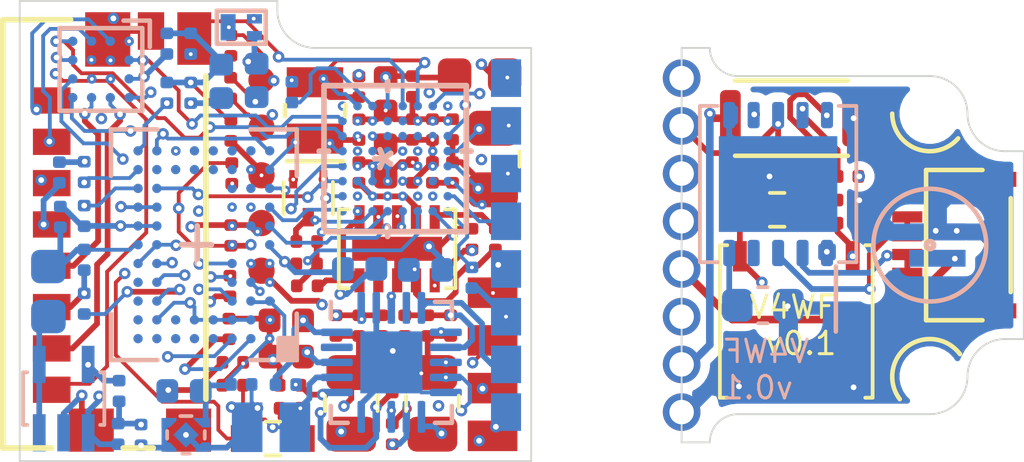
<source format=kicad_pcb>
(kicad_pcb (version 20171130) (host pcbnew "(5.1.6)-1")
  (layers (0 F.Cu signal) (1 In1.Cu signal) (2 In2.Cu signal) (3 In3.Cu signal hide) (4 In4.Cu signal hide) (31 B.Cu signal hide) (34 B.Paste user) (35 F.Paste user hide) (36 B.SilkS user hide) (37 F.SilkS user) (38 B.Mask user) (39 F.Mask user hide) (44 Edge.Cuts user))
  (net 0 "")
  (net 1 "Net-(U1-Pad19)")
  (net 2 "Net-(U1-Pad4)")
  (net 3 "Net-(U8-PadH4)")
  (net 4 "Net-(U8-PadH3)")
  (net 5 "Net-(U8-PadH2)")
  (net 6 "Net-(U8-PadH1)")
  (net 7 "Net-(U8-PadG1)")
  (net 8 "Net-(U8-PadF10)")
  (net 9 "Net-(U8-PadF1)")
  (net 10 "Net-(U8-PadE11)")
  (net 11 "Net-(U8-PadE10)")
  (net 12 "Net-(U8-PadE1)")
  (net 13 "Net-(U8-PadD11)")
  (net 14 "Net-(U8-PadD10)")
  (net 15 "Net-(U8-PadC11)")
  (net 16 "Net-(U8-PadC10)")
  (net 17 "Net-(U8-PadC9)")
  (net 18 "Net-(U8-PadB11)")
  (net 19 "Net-(U8-PadB9)")
  (net 20 "Net-(U2-Pad9)")
  (net 21 GND)
  (net 22 /SD_DAT2)
  (net 23 /SD_DAT3)
  (net 24 /SD_DAT0)
  (net 25 /SD_CMD)
  (net 26 /SD_CLK)
  (net 27 /SD_DAT1)
  (net 28 /USB_VBUS)
  (net 29 /SWCLK)
  (net 30 /SWDIO)
  (net 31 +1V8)
  (net 32 /SPI1_MOSI)
  (net 33 /SPI1_MISO)
  (net 34 /SPI1_SCK)
  (net 35 /SPI1_NSS)
  (net 36 /SDMMC1_D0)
  (net 37 /SDMMC1_D1)
  (net 38 /SDMMC1_D3)
  (net 39 /SDMMC1_CMD)
  (net 40 /SDMMC1_D2)
  (net 41 /SDMMC1_CK)
  (net 42 +3V3)
  (net 43 /EWL_1)
  (net 44 /EWL_2)
  (net 45 "Net-(Q1-Pad3)")
  (net 46 /LED_PWM)
  (net 47 "Net-(C16-Pad1)")
  (net 48 VDC)
  (net 49 "Net-(C15-Pad2)")
  (net 50 /ENT)
  (net 51 "Net-(C17-Pad1)")
  (net 52 "Net-(C15-Pad1)")
  (net 53 /VDD_PIX)
  (net 54 /VREF_BOTPLATE)
  (net 55 "Net-(C3-Pad2)")
  (net 56 "Net-(C4-Pad2)")
  (net 57 "Net-(C14-Pad1)")
  (net 58 /VDDA)
  (net 59 "Net-(R1-Pad1)")
  (net 60 "Net-(D2-Pad1)")
  (net 61 /I_SET)
  (net 62 /LOCK_DETECT)
  (net 63 /MONITOR2)
  (net 64 /MONITOR1)
  (net 65 /RESET_N)
  (net 66 /TRIGGER0)
  (net 67 /MONITOR0)
  (net 68 /BAT+)
  (net 69 "Net-(L1-Pad1)")
  (net 70 "Net-(L2-Pad1)")
  (net 71 /IR_REC)
  (net 72 "Net-(U6-PadF5)")
  (net 73 "Net-(U6-PadE7)")
  (net 74 "Net-(U6-PadE6)")
  (net 75 "Net-(U6-PadD7)")
  (net 76 "Net-(U6-PadD6)")
  (net 77 "Net-(U6-PadC6)")
  (net 78 "Net-(U6-PadB6)")
  (net 79 "Net-(U6-PadB3)")
  (net 80 /XIN32)
  (net 81 /XOUT32)
  (net 82 /VDDCORE)
  (net 83 /nRESET)
  (net 84 "Net-(L5-Pad2)")
  (net 85 /CLK1_OUT)
  (net 86 /PCC_CLK)
  (net 87 /PCC_DEN2)
  (net 88 /PCC_DATA0)
  (net 89 /PCC_DEN1)
  (net 90 /PCC_DATA1)
  (net 91 /PCC_DATA3)
  (net 92 /PCC_DATA2)
  (net 93 /PCC_DATA5)
  (net 94 /PCC_DATA4)
  (net 95 /ADC0)
  (net 96 /PCC_DATA7)
  (net 97 /PCC_DATA6)
  (net 98 "Net-(L4-Pad1)")
  (net 99 /I2C_BB_SDA)
  (net 100 /I2C_BB_SCL)
  (net 101 /I_LED)
  (net 102 /UART_RX)
  (net 103 /UART_TX)
  (net 104 /SD_DET)
  (net 105 /PUSH_BUT_MCU)
  (net 106 "Net-(R17-Pad1)")
  (net 107 /nON)
  (net 108 "Net-(D3-Pad1)")
  (net 109 /LED_STATUS)
  (net 110 /3V3_EN)
  (net 111 "Net-(Q2-Pad1)")
  (net 112 "Net-(D2-Pad2)")
  (net 113 /nCHRG)
  (module .Package_SON:SON11P65_400X400X80L40X30T315X255L (layer B.Cu) (at 99.5654 62.8744)
    (fp_text reference U2)
    (fp_text value HV892)
    (pad 11 smd rect (at 0 0 270) (size 2.55 3.149999) (layers B.Cu B.Mask))
    (pad 10 smd roundrect (at -1.3 1.835 270) (size 0.7 0.32) (layers B.Cu B.Paste B.Mask) (net 47 "Net-(C16-Pad1)"))
    (pad 9 smd roundrect (at -0.65 1.835 270) (size 0.7 0.32) (layers B.Cu B.Paste B.Mask) (net 20 "Net-(U2-Pad9)"))
    (pad 8 smd roundrect (at 0 1.835 270) (size 0.7 0.32) (layers B.Cu B.Paste B.Mask) (net 43 /EWL_1))
    (pad 7 smd roundrect (at 0.65 1.835 270) (size 0.7 0.32) (layers B.Cu B.Paste B.Mask) (net 44 /EWL_2))
    (pad 6 smd roundrect (at 1.3 1.835 270) (size 0.7 0.32) (layers B.Cu B.Paste B.Mask) (net 21 GND))
    (pad 5 smd roundrect (at 1.3 -1.835 270) (size 0.7 0.32) (layers B.Cu B.Paste B.Mask) (net 31 +1V8))
    (pad 4 smd roundrect (at 0.65 -1.835 270) (size 0.7 0.32) (layers B.Cu B.Paste B.Mask) (net 99 /I2C_BB_SDA))
    (pad 3 smd roundrect (at 0 -1.835 270) (size 0.7 0.32) (layers B.Cu B.Paste B.Mask) (net 100 /I2C_BB_SCL))
    (pad 2 smd roundrect (at -0.65 -1.835 270) (size 0.7 0.32) (layers B.Cu B.Paste B.Mask) (net 42 +3V3))
    (pad 1 smd roundrect (at -1.3 -1.835 270) (size 0.7 0.32) (layers B.Cu B.Paste B.Mask) (net 21 GND))
  )
  (module .LED:LED_LXZ1_PR01_L (layer B.Cu) (at 103.8 64.5 90)
    (fp_text reference D1)
    (fp_text value LXZ1-PR01)
    (pad C smd rect (at 0.35 0 90) (size 0.45 1.5) (layers B.Cu B.Paste B.Mask) (net 21 GND))
    (pad A smd rect (at -0.35 0 90) (size 0.45 1.5) (layers B.Cu B.Paste B.Mask) (net 101 /I_LED))
  )
  (module ".Connector:FH19C-4S-0.5SH(10)" (layer F.Cu) (at 103 64.5 90)
    (fp_text reference J3)
    (fp_text value Conn_01x04)
    (pad NA smd rect (at 1.75 2.5 90) (size 0.4 0.8) (layers F.Cu F.Paste F.Mask))
    (pad NA smd rect (at -1.75 2.5 90) (size 0.4 0.8) (layers F.Cu F.Paste F.Mask))
    (pad 4 smd rect (at 0.75 0 90) (size 0.3 0.8) (layers F.Cu F.Paste F.Mask) (net 43 /EWL_1))
    (pad 3 smd rect (at 0.25 0 90) (size 0.3 0.8) (layers F.Cu F.Paste F.Mask) (net 43 /EWL_1))
    (pad 2 smd rect (at -0.25 0 90) (size 0.3 0.8) (layers F.Cu F.Paste F.Mask) (net 44 /EWL_2))
    (pad 1 smd rect (at -0.75 0 90) (size 0.3 0.8) (layers F.Cu F.Paste F.Mask) (net 44 /EWL_2))
  )
  (module .Resistor:R_0201_0603Metric_ERJ_L (layer F.Cu) (at 101.424 62.6712 180)
    (fp_text reference R7)
    (fp_text value 2.2K)
    (pad 2 smd roundrect (at 0.275 0 180) (size 0.31 0.34) (layers F.Cu F.Paste F.Mask) (net 99 /I2C_BB_SDA))
    (pad 1 smd roundrect (at -0.275 0 180) (size 0.31 0.34) (layers F.Cu F.Paste F.Mask) (net 31 +1V8))
  )
  (module .Resistor:R_0201_0603Metric_ERJ_L (layer F.Cu) (at 100.2258 62.6712 180)
    (fp_text reference R8)
    (fp_text value 2.2K)
    (pad 2 smd roundrect (at 0.275 0 180) (size 0.31 0.34) (layers F.Cu F.Paste F.Mask) (net 100 /I2C_BB_SCL))
    (pad 1 smd roundrect (at -0.275 0 180) (size 0.31 0.34) (layers F.Cu F.Paste F.Mask) (net 31 +1V8))
  )
  (module .Capacitor:C_0201_0603Metric_L (layer F.Cu) (at 99.0828 62.6712)
    (fp_text reference C12)
    (fp_text value 2.2uF)
    (pad 2 smd roundrect (at 0.275 0) (size 0.31 0.34) (layers F.Cu F.Paste F.Mask) (net 21 GND))
    (pad 1 smd roundrect (at -0.275 0) (size 0.31 0.34) (layers F.Cu F.Paste F.Mask) (net 42 +3V3))
  )
  (module .Capacitor:C_0603_1608Metric_L (layer B.Cu) (at 99.159 66.1002)
    (fp_text reference C16)
    (fp_text value "4.7nF 100V")
    (pad 2 smd roundrect (at 0.68 0) (size 0.81 0.87) (layers B.Cu B.Paste B.Mask) (net 21 GND))
    (pad 1 smd roundrect (at -0.68 0) (size 0.81 0.87) (layers B.Cu B.Paste B.Mask) (net 47 "Net-(C16-Pad1)"))
  )
  (module .Connector:Conn_1x1_700_Circular_Pad (layer F.Cu) (at 103.6 68)
    (fp_text reference Mount)
    (fp_text value Conn_1x1_700_Circular_Pad)
    (pad "" np_thru_hole circle (at 0 0) (size 1.1 1.1) (drill 1.1) (layers *.Cu *.Mask))
  )
  (module .Connector:Conn_1x1_700_Circular_Pad (layer F.Cu) (at 103.6 61)
    (fp_text reference Mount)
    (fp_text value Conn_1x1_700_Circular_Pad)
    (pad "" np_thru_hole circle (at 0 0) (size 1.1 1.1) (drill 1.1) (layers *.Cu *.Mask))
  )
  (module .Resistor:R_0201_0603Metric_ERJ_L (layer F.Cu) (at 101.4196 63.9158)
    (fp_text reference R15)
    (fp_text value 37K)
    (pad 2 smd roundrect (at 0.275 0) (size 0.31 0.34) (layers F.Cu F.Paste F.Mask) (net 21 GND))
    (pad 1 smd roundrect (at -0.275 0) (size 0.31 0.34) (layers F.Cu F.Paste F.Mask) (net 71 /IR_REC))
  )
  (module .Package_SON:SON_4_P300_395X395X90L55X35L (layer F.Cu) (at 100.048 66.532 180)
    (fp_text reference U5)
    (fp_text value TSOP57438TT1)
    (pad 1 smd rect (at -1.5 1.735 270) (size 0.81 0.37) (layers F.Cu F.Paste F.Mask) (net 71 /IR_REC))
    (pad 5 smd rect (at 1.5 1.735 270) (size 0.81 0.37) (layers F.Cu F.Paste F.Mask) (net 42 +3V3))
    (pad 6 smd rect (at 1.5 -1.735 270) (size 0.81 0.37) (layers F.Cu F.Paste F.Mask) (net 21 GND))
    (pad 8 smd rect (at -1.5 -1.735 270) (size 0.81 0.37) (layers F.Cu F.Paste F.Mask) (net 21 GND))
  )
  (module .Connector:Conn_1x1_700_Circular_Pad (layer F.Cu) (at 97 60.055 90)
    (fp_text reference J21)
    (fp_text value Conn_01x01)
    (pad 1 thru_hole circle (at 0 0 90) (size 1 1) (drill 0.65) (layers *.Cu *.Mask) (net 42 +3V3))
  )
  (module .Connector:Conn_1x1_700_Circular_Pad (layer F.Cu) (at 97 61.325 90)
    (fp_text reference J22)
    (fp_text value Conn_01x01)
    (pad 1 thru_hole circle (at 0 0 90) (size 1 1) (drill 0.65) (layers *.Cu *.Mask) (net 100 /I2C_BB_SCL))
  )
  (module .Connector:Conn_1x1_700_Circular_Pad (layer F.Cu) (at 97 62.595 90)
    (fp_text reference J23)
    (fp_text value Conn_01x01)
    (pad 1 thru_hole circle (at 0 0 90) (size 1 1) (drill 0.65) (layers *.Cu *.Mask) (net 99 /I2C_BB_SDA))
  )
  (module .Connector:Conn_1x1_700_Circular_Pad (layer F.Cu) (at 97 65.135 90)
    (fp_text reference J25)
    (fp_text value Conn_01x01)
    (pad 1 thru_hole circle (at 0 0 90) (size 1 1) (drill 0.65) (layers *.Cu *.Mask) (net 101 /I_LED))
  )
  (module .Connector:Conn_1x1_700_Circular_Pad (layer F.Cu) (at 97 63.865 90)
    (fp_text reference J24)
    (fp_text value Conn_01x01)
    (pad 1 thru_hole circle (at 0 0 90) (size 1 1) (drill 0.65) (layers *.Cu *.Mask) (net 71 /IR_REC))
  )
  (module .Connector:Conn_1x1_700_Circular_Pad (layer F.Cu) (at 97 66.405 90)
    (fp_text reference J26)
    (fp_text value Conn_01x01)
    (pad 1 thru_hole circle (at 0 0 90) (size 1 1) (drill 0.65) (layers *.Cu *.Mask) (net 31 +1V8))
  )
  (module .Connector:Conn_1x1_700_Circular_Pad (layer F.Cu) (at 97 67.675 90)
    (fp_text reference J27)
    (fp_text value Conn_01x01)
    (pad 1 thru_hole circle (at 0 0 90) (size 1 1) (drill 0.65) (layers *.Cu *.Mask) (net 107 /nON))
  )
  (module .Switch:SMD-Switch-3mmx2mm (layer F.Cu) (at 99.921 61.1218 180)
    (fp_text reference SW1)
    (fp_text value TL3780AF330QG)
    (pad 2 smd roundrect (at 1.625 0 180) (size 0.55 1.5) (layers F.Cu F.Paste F.Mask) (net 107 /nON))
    (pad 1 smd roundrect (at -1.625 0 180) (size 0.55 1.5) (layers F.Cu F.Paste F.Mask) (net 21 GND))
  )
  (module .Connector:Conn_1x1_700_Circular_Pad (layer F.Cu) (at 97 68.945)
    (fp_text reference J12)
    (fp_text value Conn_01x01)
    (pad 1 thru_hole circle (at 0 0) (size 1 1) (drill 0.65) (layers *.Cu *.Mask) (net 21 GND))
  )
  (module .LED:LED_SC80X160X65L40L (layer F.Cu) (at 99.54 63.5602)
    (fp_text reference D3)
    (fp_text value LED_Small_ALT)
    (pad 1 smd rect (at 0.73 0) (size 0.77 0.71) (layers F.Cu F.Paste F.Mask) (net 108 "Net-(D3-Pad1)"))
    (pad 2 smd rect (at -0.73 0) (size 0.77 0.71) (layers F.Cu F.Paste F.Mask) (net 42 +3V3))
  )
  (module .Resistor:R_0201_0603Metric_ERJ_L (layer F.Cu) (at 101.4196 63.3 180)
    (fp_text reference R18)
    (fp_text value R_Small_US)
    (pad 2 smd roundrect (at 0.275 0 180) (size 0.31 0.34) (layers F.Cu F.Paste F.Mask) (net 108 "Net-(D3-Pad1)"))
    (pad 1 smd roundrect (at -0.275 0 180) (size 0.31 0.34) (layers F.Cu F.Paste F.Mask) (net 21 GND))
  )
  (module .Resistor:R_0201_0603Metric_ERJ_L (layer F.Cu) (at 85.0134 59.18576 90)
    (fp_text reference R11)
    (fp_text value 1K)
    (pad 2 smd roundrect (at 0.275 0 90) (size 0.31 0.34) (layers F.Cu F.Paste F.Mask) (net 29 /SWCLK))
    (pad 1 smd roundrect (at -0.275 0 90) (size 0.31 0.34) (layers F.Cu F.Paste F.Mask) (net 31 +1V8))
  )
  (module .Capacitor:C_0201_0603Metric_L (layer F.Cu) (at 89.841 61.4228 90)
    (fp_text reference C28)
    (fp_text value 0.1uF)
    (pad 2 smd roundrect (at 0.275 0 90) (size 0.31 0.34) (layers F.Cu F.Paste F.Mask) (net 21 GND))
    (pad 1 smd roundrect (at -0.275 0 90) (size 0.31 0.34) (layers F.Cu F.Paste F.Mask) (net 31 +1V8))
  )
  (module .Resistor:R_0201_0603Metric_ERJ_L (layer F.Cu) (at 85.0658 67.6204 180)
    (fp_text reference R14)
    (fp_text value 100K)
    (pad 2 smd roundrect (at 0.275 0 180) (size 0.31 0.34) (layers F.Cu F.Paste F.Mask) (net 21 GND))
    (pad 1 smd roundrect (at -0.275 0 180) (size 0.31 0.34) (layers F.Cu F.Paste F.Mask) (net 95 /ADC0))
  )
  (module .Package_SOT:SOT_23-5P65_210X110L36X22L (layer B.Cu) (at 80.5684 68.5856 180)
    (fp_text reference U9)
    (fp_text value LMV321IDCKR)
    (pad 5 smd rect (at -0.65 0.91 90) (size 0.99 0.34) (layers B.Cu B.Paste B.Mask) (net 42 +3V3))
    (pad 4 smd rect (at 0.65 0.91 90) (size 0.99 0.34) (layers B.Cu B.Paste B.Mask) (net 98 "Net-(L4-Pad1)"))
    (pad 3 smd rect (at 0.65 -0.91 90) (size 0.99 0.34) (layers B.Cu B.Paste B.Mask) (net 98 "Net-(L4-Pad1)"))
    (pad 2 smd rect (at 0 -0.91 90) (size 0.99 0.34) (layers B.Cu B.Paste B.Mask) (net 21 GND))
    (pad 1 smd rect (at -0.65 -0.91 90) (size 0.99 0.34) (layers B.Cu B.Paste B.Mask) (net 31 +1V8))
  )
  (module .Resistor:R_0201_0603Metric_ERJ_L (layer F.Cu) (at 85.062 68.23 180)
    (fp_text reference R13)
    (fp_text value 400K)
    (pad 2 smd roundrect (at 0.275 0 180) (size 0.31 0.34) (layers F.Cu F.Paste F.Mask) (net 95 /ADC0))
    (pad 1 smd roundrect (at -0.275 0 180) (size 0.31 0.34) (layers F.Cu F.Paste F.Mask) (net 68 /BAT+))
  )
  (module .Resistor:R_0201_0603Metric_ERJ_L (layer F.Cu) (at 85.00832 60.3186 270)
    (fp_text reference R12)
    (fp_text value DNL)
    (pad 2 smd roundrect (at 0.275 0 270) (size 0.31 0.34) (layers F.Cu F.Paste F.Mask) (net 30 /SWDIO))
    (pad 1 smd roundrect (at -0.275 0 270) (size 0.31 0.34) (layers F.Cu F.Paste F.Mask) (net 31 +1V8))
  )
  (module .Capacitor:C_0402_1005Metric_L (layer F.Cu) (at 89.1298 62.261 270)
    (fp_text reference C35)
    (fp_text value 10uF)
    (pad 2 smd roundrect (at 0.445 0 270) (size 0.58 0.63) (layers F.Cu F.Paste F.Mask) (net 21 GND))
    (pad 1 smd roundrect (at -0.445 0 270) (size 0.58 0.63) (layers F.Cu F.Paste F.Mask) (net 31 +1V8))
  )
  (module .Inductor:L_0603_1608Metric_L (layer F.Cu) (at 91.6284 59.9884 180)
    (fp_text reference L3)
    (fp_text value L_Small)
    (pad 2 smd roundrect (at 0.665 0 180) (size 0.89 0.92) (layers F.Cu F.Paste F.Mask) (net 58 /VDDA))
    (pad 1 smd roundrect (at -0.665 0 180) (size 0.89 0.92) (layers F.Cu F.Paste F.Mask) (net 31 +1V8))
  )
  (module .Capacitor:C_0402_1005Metric_L (layer F.Cu) (at 89.1298 60.4708 270)
    (fp_text reference C26)
    (fp_text value 10uF)
    (pad 2 smd roundrect (at 0.445 0 270) (size 0.58 0.63) (layers F.Cu F.Paste F.Mask) (net 21 GND))
    (pad 1 smd roundrect (at -0.445 0 270) (size 0.58 0.63) (layers F.Cu F.Paste F.Mask) (net 58 /VDDA))
  )
  (module .Capacitor:C_0201_0603Metric_L (layer B.Cu) (at 82.0416 68.3824 270)
    (fp_text reference C30)
    (fp_text value 0.1uF)
    (pad 2 smd roundrect (at 0.275 0 270) (size 0.31 0.34) (layers B.Cu B.Paste B.Mask) (net 21 GND))
    (pad 1 smd roundrect (at -0.275 0 270) (size 0.31 0.34) (layers B.Cu B.Paste B.Mask) (net 42 +3V3))
  )
  (module .Package_BGA:BGA88CP50_8X11_493X613X75B25 (layer B.Cu) (at 84.296 64.4896 90)
    (fp_text reference U8)
    (fp_text value NOIP1SN0480A)
    (pad H11 smd circle (at 2.5 -1.75 90) (size 0.25 0.25) (layers B.Cu B.Paste B.Mask) (net 42 +3V3))
    (pad H10 smd circle (at 2 -1.75 90) (size 0.25 0.25) (layers B.Cu B.Paste B.Mask) (net 42 +3V3))
    (pad H9 smd circle (at 1.5 -1.75 90) (size 0.25 0.25) (layers B.Cu B.Paste B.Mask) (net 31 +1V8))
    (pad H8 smd circle (at 1 -1.75 90) (size 0.25 0.25) (layers B.Cu B.Paste B.Mask) (net 21 GND))
    (pad H7 smd circle (at 0.5 -1.75 90) (size 0.25 0.25) (layers B.Cu B.Paste B.Mask) (net 21 GND))
    (pad H6 smd circle (at 0 -1.75 90) (size 0.25 0.25) (layers B.Cu B.Paste B.Mask) (net 54 /VREF_BOTPLATE))
    (pad H5 smd circle (at -0.5 -1.75 90) (size 0.25 0.25) (layers B.Cu B.Paste B.Mask) (net 21 GND))
    (pad H4 smd circle (at -1 -1.75 90) (size 0.25 0.25) (layers B.Cu B.Paste B.Mask) (net 3 "Net-(U8-PadH4)"))
    (pad H3 smd circle (at -1.5 -1.75 90) (size 0.25 0.25) (layers B.Cu B.Paste B.Mask) (net 4 "Net-(U8-PadH3)"))
    (pad H2 smd circle (at -2 -1.75 90) (size 0.25 0.25) (layers B.Cu B.Paste B.Mask) (net 5 "Net-(U8-PadH2)"))
    (pad H1 smd circle (at -2.5 -1.75 90) (size 0.25 0.25) (layers B.Cu B.Paste B.Mask) (net 6 "Net-(U8-PadH1)"))
    (pad G11 smd circle (at 2.5 -1.25 90) (size 0.25 0.25) (layers B.Cu B.Paste B.Mask) (net 21 GND))
    (pad G10 smd circle (at 2 -1.25 90) (size 0.25 0.25) (layers B.Cu B.Paste B.Mask) (net 62 /LOCK_DETECT))
    (pad G9 smd circle (at 1.5 -1.25 90) (size 0.25 0.25) (layers B.Cu B.Paste B.Mask) (net 85 /CLK1_OUT))
    (pad G8 smd circle (at 1 -1.25 90) (size 0.25 0.25) (layers B.Cu B.Paste B.Mask) (net 21 GND))
    (pad G7 smd circle (at 0.5 -1.25 90) (size 0.25 0.25) (layers B.Cu B.Paste B.Mask) (net 21 GND))
    (pad G6 smd circle (at 0 -1.25 90) (size 0.25 0.25) (layers B.Cu B.Paste B.Mask) (net 21 GND))
    (pad G5 smd circle (at -0.5 -1.25 90) (size 0.25 0.25) (layers B.Cu B.Paste B.Mask) (net 32 /SPI1_MOSI))
    (pad G4 smd circle (at -1 -1.25 90) (size 0.25 0.25) (layers B.Cu B.Paste B.Mask) (net 33 /SPI1_MISO))
    (pad G3 smd circle (at -1.5 -1.25 90) (size 0.25 0.25) (layers B.Cu B.Paste B.Mask) (net 42 +3V3))
    (pad G2 smd circle (at -2 -1.25 90) (size 0.25 0.25) (layers B.Cu B.Paste B.Mask) (net 21 GND))
    (pad G1 smd circle (at -2.5 -1.25 90) (size 0.25 0.25) (layers B.Cu B.Paste B.Mask) (net 7 "Net-(U8-PadG1)"))
    (pad F11 smd circle (at 2.5 -0.75 90) (size 0.25 0.25) (layers B.Cu B.Paste B.Mask) (net 42 +3V3))
    (pad F10 smd circle (at 2 -0.75 90) (size 0.25 0.25) (layers B.Cu B.Paste B.Mask) (net 8 "Net-(U8-PadF10)"))
    (pad F2 smd circle (at -2 -0.75 90) (size 0.25 0.25) (layers B.Cu B.Paste B.Mask) (net 63 /MONITOR2))
    (pad F1 smd circle (at -2.5 -0.75 90) (size 0.25 0.25) (layers B.Cu B.Paste B.Mask) (net 9 "Net-(U8-PadF1)"))
    (pad E11 smd circle (at 2.5 -0.25 90) (size 0.25 0.25) (layers B.Cu B.Paste B.Mask) (net 10 "Net-(U8-PadE11)"))
    (pad E10 smd circle (at 2 -0.25 90) (size 0.25 0.25) (layers B.Cu B.Paste B.Mask) (net 11 "Net-(U8-PadE10)"))
    (pad E2 smd circle (at -2 -0.25 90) (size 0.25 0.25) (layers B.Cu B.Paste B.Mask) (net 21 GND))
    (pad E1 smd circle (at -2.5 -0.25 90) (size 0.25 0.25) (layers B.Cu B.Paste B.Mask) (net 12 "Net-(U8-PadE1)"))
    (pad D11 smd circle (at 2.5 0.25 90) (size 0.25 0.25) (layers B.Cu B.Paste B.Mask) (net 13 "Net-(U8-PadD11)"))
    (pad D10 smd circle (at 2 0.25 90) (size 0.25 0.25) (layers B.Cu B.Paste B.Mask) (net 14 "Net-(U8-PadD10)"))
    (pad D2 smd circle (at -2 0.25 90) (size 0.25 0.25) (layers B.Cu B.Paste B.Mask) (net 21 GND))
    (pad D1 smd circle (at -2.5 0.25 90) (size 0.25 0.25) (layers B.Cu B.Paste B.Mask) (net 64 /MONITOR1))
    (pad C11 smd circle (at 2.5 0.75 90) (size 0.25 0.25) (layers B.Cu B.Paste B.Mask) (net 15 "Net-(U8-PadC11)"))
    (pad C10 smd circle (at 2 0.75 90) (size 0.25 0.25) (layers B.Cu B.Paste B.Mask) (net 16 "Net-(U8-PadC10)"))
    (pad C9 smd circle (at 1.5 0.75 90) (size 0.25 0.25) (layers B.Cu B.Paste B.Mask) (net 17 "Net-(U8-PadC9)"))
    (pad C8 smd circle (at 1 0.75 90) (size 0.25 0.25) (layers B.Cu B.Paste B.Mask) (net 90 /PCC_DATA1))
    (pad C7 smd circle (at 0.5 0.75 90) (size 0.25 0.25) (layers B.Cu B.Paste B.Mask) (net 91 /PCC_DATA3))
    (pad C6 smd circle (at 0 0.75 90) (size 0.25 0.25) (layers B.Cu B.Paste B.Mask) (net 97 /PCC_DATA6))
    (pad C5 smd circle (at -0.5 0.75 90) (size 0.25 0.25) (layers B.Cu B.Paste B.Mask) (net 96 /PCC_DATA7))
    (pad C4 smd circle (at -1 0.75 90) (size 0.25 0.25) (layers B.Cu B.Paste B.Mask) (net 65 /RESET_N))
    (pad C3 smd circle (at -1.5 0.75 90) (size 0.25 0.25) (layers B.Cu B.Paste B.Mask) (net 66 /TRIGGER0))
    (pad C2 smd circle (at -2 0.75 90) (size 0.25 0.25) (layers B.Cu B.Paste B.Mask) (net 21 GND))
    (pad C1 smd circle (at -2.5 0.75 90) (size 0.25 0.25) (layers B.Cu B.Paste B.Mask) (net 67 /MONITOR0))
    (pad B11 smd circle (at 2.5 1.25 90) (size 0.25 0.25) (layers B.Cu B.Paste B.Mask) (net 18 "Net-(U8-PadB11)"))
    (pad B10 smd circle (at 2 1.25 90) (size 0.25 0.25) (layers B.Cu B.Paste B.Mask) (net 53 /VDD_PIX))
    (pad B9 smd circle (at 1.5 1.25 90) (size 0.25 0.25) (layers B.Cu B.Paste B.Mask) (net 19 "Net-(U8-PadB9)"))
    (pad B8 smd circle (at 1 1.25 90) (size 0.25 0.25) (layers B.Cu B.Paste B.Mask) (net 92 /PCC_DATA2))
    (pad B7 smd circle (at 0.5 1.25 90) (size 0.25 0.25) (layers B.Cu B.Paste B.Mask) (net 94 /PCC_DATA4))
    (pad B6 smd circle (at 0 1.25 90) (size 0.25 0.25) (layers B.Cu B.Paste B.Mask) (net 53 /VDD_PIX))
    (pad B5 smd circle (at -0.5 1.25 90) (size 0.25 0.25) (layers B.Cu B.Paste B.Mask) (net 87 /PCC_DEN2))
    (pad B4 smd circle (at -1 1.25 90) (size 0.25 0.25) (layers B.Cu B.Paste B.Mask) (net 34 /SPI1_SCK))
    (pad B3 smd circle (at -1.5 1.25 90) (size 0.25 0.25) (layers B.Cu B.Paste B.Mask) (net 21 GND))
    (pad B2 smd circle (at -2 1.25 90) (size 0.25 0.25) (layers B.Cu B.Paste B.Mask) (net 21 GND))
    (pad B1 smd circle (at -2.5 1.25 90) (size 0.25 0.25) (layers B.Cu B.Paste B.Mask) (net 42 +3V3))
    (pad A11 smd circle (at 2.5 1.75 90) (size 0.25 0.25) (layers B.Cu B.Paste B.Mask) (net 21 GND))
    (pad A10 smd circle (at 2 1.75 90) (size 0.25 0.25) (layers B.Cu B.Paste B.Mask) (net 31 +1V8))
    (pad A9 smd circle (at 1.5 1.75 90) (size 0.25 0.25) (layers B.Cu B.Paste B.Mask) (net 88 /PCC_DATA0))
    (pad A8 smd circle (at 1 1.75 90) (size 0.25 0.25) (layers B.Cu B.Paste B.Mask) (net 86 /PCC_CLK))
    (pad A7 smd circle (at 0.5 1.75 90) (size 0.25 0.25) (layers B.Cu B.Paste B.Mask) (net 93 /PCC_DATA5))
    (pad A6 smd circle (at 0 1.75 90) (size 0.25 0.25) (layers B.Cu B.Paste B.Mask) (net 21 GND))
    (pad A5 smd circle (at -0.5 1.75 90) (size 0.25 0.25) (layers B.Cu B.Paste B.Mask) (net 89 /PCC_DEN1))
    (pad A4 smd circle (at -1 1.75 90) (size 0.25 0.25) (layers B.Cu B.Paste B.Mask) (net 35 /SPI1_NSS))
    (pad A3 smd circle (at -1.5 1.75 90) (size 0.25 0.25) (layers B.Cu B.Paste B.Mask) (net 21 GND))
    (pad A2 smd circle (at -2 1.75 90) (size 0.25 0.25) (layers B.Cu B.Paste B.Mask) (net 31 +1V8))
    (pad A1 smd circle (at -2.5 1.75 90) (size 0.25 0.25) (layers B.Cu B.Paste B.Mask) (net 53 /VDD_PIX))
  )
  (module .Connector:Conn_1x1_700_Circular_Pad (layer F.Cu) (at 85.8288 61.3718 270)
    (fp_text reference J4)
    (fp_text value Conn_01x01)
    (pad 1 smd circle (at 0 0 270) (size 0.7 0.7) (layers F.Cu F.Paste F.Mask) (net 30 /SWDIO))
  )
  (module .Connector:0475710001 (layer F.Cu) (at 80.25 64.5 90)
    (fp_text reference J1)
    (fp_text value 0475710001)
    (pad G5 smd rect (at 5.5 3.79 90) (size 1.4 0.9) (layers F.Cu F.Paste F.Mask) (net 104 /SD_DET))
    (pad G4 smd rect (at 5.7 2.64 90) (size 1 0.7) (layers F.Cu F.Paste F.Mask) (net 21 GND))
    (pad G3 smd rect (at 5.475 1.49 90) (size 1.45 1.2) (layers F.Cu F.Paste F.Mask) (net 21 GND))
    (pad P1 smd rect (at 3.85 0 90) (size 0.7 1) (layers F.Cu F.Paste F.Mask) (net 22 /SD_DAT2))
    (pad P2 smd rect (at 2.75 0 90) (size 0.7 1) (layers F.Cu F.Paste F.Mask) (net 23 /SD_DAT3))
    (pad P7 smd rect (at -2.75 0 90) (size 0.7 1) (layers F.Cu F.Paste F.Mask) (net 24 /SD_DAT0))
    (pad P6 smd rect (at -1.65 0 90) (size 0.7 1) (layers F.Cu F.Paste F.Mask) (net 21 GND))
    (pad P3 smd rect (at 1.65 0 90) (size 0.7 1) (layers F.Cu F.Paste F.Mask) (net 25 /SD_CMD))
    (pad P4 smd rect (at 0.55 0 90) (size 0.7 1) (layers F.Cu F.Paste F.Mask) (net 42 +3V3))
    (pad P5 smd rect (at -0.55 0 90) (size 0.7 1) (layers F.Cu F.Paste F.Mask) (net 26 /SD_CLK))
    (pad P8 smd rect (at -3.85 0 90) (size 0.7 1) (layers F.Cu F.Paste F.Mask) (net 27 /SD_DAT1))
    (pad G1 smd rect (at -4.925 1.05 90) (size 1.15 1.2) (layers F.Cu F.Paste F.Mask) (net 21 GND))
    (pad G2 smd rect (at -4.925 3.64 90) (size 1.15 1.2) (layers F.Cu F.Paste F.Mask) (net 21 GND))
  )
  (module .Package_QFN:UQFN_MCP1711 (layer B.Cu) (at 83.8196 69.5508 270)
    (fp_text reference U7)
    (fp_text value NCP163AMX330TBG)
    (pad 5 smd rect (at 0 0 225) (size 0.48 0.48) (layers B.Cu B.Paste B.Mask) (net 21 GND))
    (pad 1 smd custom (at -0.34 -0.525 90) (size 0.22 0.25) (layers B.Cu B.Paste B.Mask) (net 53 /VDD_PIX) (options (clearance outline) (anchor rect)) (primitives (gr_poly (pts (xy 0.11 0.125) (xy 0.11 -0.345) (xy 0.04 -0.275) (xy -0.14 -0.095) (xy -0.14 0.125)) (width 0))))
    (pad 3 smd custom (at 0.34 0.525 270) (size 0.22 0.25) (layers B.Cu B.Paste B.Mask) (net 48 VDC) (options (clearance outline) (anchor rect)) (primitives (gr_poly (pts (xy 0.11 0.125) (xy 0.11 -0.275) (xy 0.04 -0.275) (xy -0.14 -0.095) (xy -0.14 0.125)) (width 0))))
    (pad 2 smd custom (at 0.34 -0.525 90) (size 0.22 0.25) (layers B.Cu B.Paste B.Mask) (net 21 GND) (options (clearance outline) (anchor rect)) (primitives (gr_poly (pts (xy -0.11 0.125) (xy -0.11 -0.275) (xy -0.04 -0.275) (xy 0.14 -0.095) (xy 0.14 0.125)) (width 0))))
    (pad 4 smd custom (at -0.34 0.525 270) (size 0.22 0.25) (layers B.Cu B.Paste B.Mask) (net 48 VDC) (options (clearance outline) (anchor rect)) (primitives (gr_poly (pts (xy -0.11 0.125) (xy -0.11 -0.275) (xy -0.04 -0.275) (xy 0.14 -0.095) (xy 0.14 0.125)) (width 0))))
  )
  (module .Package_SON:SON_11_P50_300X200X80L40X25T239X64L (layer F.Cu) (at 89.4346 64.5978 180)
    (fp_text reference U3)
    (fp_text value LTC3218)
    (pad 11 smd rect (at 0 0 270) (size 0.64 2.39) (layers F.Cu F.Paste F.Mask) (net 21 GND))
    (pad 10 smd rect (at -1 -0.84 270) (size 0.64 0.27) (layers F.Cu F.Paste F.Mask) (net 42 +3V3))
    (pad 9 smd rect (at -0.5 -0.84 270) (size 0.64 0.27) (layers F.Cu F.Paste F.Mask) (net 49 "Net-(C15-Pad2)"))
    (pad 8 smd rect (at 0 -0.84 270) (size 0.64 0.27) (layers F.Cu F.Paste F.Mask) (net 21 GND))
    (pad 7 smd rect (at 0.5 -0.84 270) (size 0.64 0.27) (layers F.Cu F.Paste F.Mask) (net 21 GND))
    (pad 6 smd rect (at 1 -0.84 270) (size 0.64 0.27) (layers F.Cu F.Paste F.Mask) (net 61 /I_SET))
    (pad 5 smd rect (at 1 0.84 270) (size 0.64 0.27) (layers F.Cu F.Paste F.Mask) (net 61 /I_SET))
    (pad 4 smd rect (at 0.5 0.84 270) (size 0.64 0.27) (layers F.Cu F.Paste F.Mask) (net 50 /ENT))
    (pad 3 smd rect (at 0 0.84 270) (size 0.64 0.27) (layers F.Cu F.Paste F.Mask) (net 101 /I_LED))
    (pad 2 smd rect (at -0.5 0.84 270) (size 0.64 0.27) (layers F.Cu F.Paste F.Mask) (net 51 "Net-(C17-Pad1)"))
    (pad 1 smd rect (at -1 0.84 270) (size 0.64 0.27) (layers F.Cu F.Paste F.Mask) (net 52 "Net-(C15-Pad1)"))
  )
  (module Package_DFN_QFN:QFN-20-1EP_3x3mm_P0.4mm_EP1.65x1.65mm (layer B.Cu) (at 89.2806 67.6211 270)
    (fp_text reference U1)
    (fp_text value LTC3554)
    (pad 1 smd roundrect (at -1.45 0.8 270) (size 0.85 0.2) (layers B.Cu B.Paste B.Mask) (net 106 "Net-(R17-Pad1)"))
    (pad 2 smd roundrect (at -1.45 0.4 270) (size 0.85 0.2) (layers B.Cu B.Paste B.Mask) (net 21 GND))
    (pad 3 smd roundrect (at -1.45 0 270) (size 0.85 0.2) (layers B.Cu B.Paste B.Mask) (net 105 /PUSH_BUT_MCU))
    (pad 4 smd roundrect (at -1.45 -0.4 270) (size 0.85 0.2) (layers B.Cu B.Paste B.Mask) (net 2 "Net-(U1-Pad4)"))
    (pad 5 smd roundrect (at -1.45 -0.8 270) (size 0.85 0.2) (layers B.Cu B.Paste B.Mask) (net 107 /nON))
    (pad 6 smd roundrect (at -0.8 -1.45 270) (size 0.2 0.85) (layers B.Cu B.Paste B.Mask) (net 55 "Net-(C3-Pad2)"))
    (pad 7 smd roundrect (at -0.4 -1.45 270) (size 0.2 0.85) (layers B.Cu B.Paste B.Mask) (net 56 "Net-(C4-Pad2)"))
    (pad 8 smd roundrect (at 0 -1.45 270) (size 0.2 0.85) (layers B.Cu B.Paste B.Mask) (net 110 /3V3_EN))
    (pad 9 smd roundrect (at 0.4 -1.45 270) (size 0.2 0.85) (layers B.Cu B.Paste B.Mask) (net 31 +1V8))
    (pad 10 smd roundrect (at 0.8 -1.45 270) (size 0.2 0.85) (layers B.Cu B.Paste B.Mask) (net 21 GND))
    (pad 11 smd roundrect (at 1.45 -0.8 270) (size 0.85 0.2) (layers B.Cu B.Paste B.Mask) (net 70 "Net-(L2-Pad1)"))
    (pad 12 smd roundrect (at 1.45 -0.4 270) (size 0.85 0.2) (layers B.Cu B.Paste B.Mask) (net 48 VDC))
    (pad 13 smd roundrect (at 1.45 0 270) (size 0.85 0.2) (layers B.Cu B.Paste B.Mask) (net 69 "Net-(L1-Pad1)"))
    (pad 14 smd roundrect (at 1.45 0.4 270) (size 0.85 0.2) (layers B.Cu B.Paste B.Mask) (net 113 /nCHRG))
    (pad 15 smd roundrect (at 1.45 0.8 270) (size 0.85 0.2) (layers B.Cu B.Paste B.Mask) (net 21 GND))
    (pad 16 smd roundrect (at 0.8 1.45 270) (size 0.2 0.85) (layers B.Cu B.Paste B.Mask) (net 59 "Net-(R1-Pad1)"))
    (pad 17 smd roundrect (at 0.4 1.45 270) (size 0.2 0.85) (layers B.Cu B.Paste B.Mask) (net 68 /BAT+))
    (pad 18 smd roundrect (at 0 1.45 270) (size 0.2 0.85) (layers B.Cu B.Paste B.Mask) (net 48 VDC))
    (pad 19 smd roundrect (at -0.4 1.45 270) (size 0.2 0.85) (layers B.Cu B.Paste B.Mask) (net 1 "Net-(U1-Pad19)"))
    (pad 20 smd roundrect (at -0.8 1.45 270) (size 0.2 0.85) (layers B.Cu B.Paste B.Mask) (net 28 /USB_VBUS))
    (pad 21 smd rect (at 0 0 270) (size 1.65 1.65) (layers B.Cu B.Mask) (net 21 GND))
  )
  (module .Capacitor:C_0805_2012Metric_L (layer F.Cu) (at 88.2154 68.7126 90)
    (fp_text reference L1)
    (fp_text value 10uH)
    (pad 1 smd roundrect (at -0.82 0 90) (size 0.93 1.32) (layers F.Cu F.Paste F.Mask) (net 69 "Net-(L1-Pad1)"))
    (pad 2 smd roundrect (at 0.82 0 90) (size 0.93 1.32) (layers F.Cu F.Paste F.Mask) (net 31 +1V8))
  )
  (module .Capacitor:C_0201_0603Metric_L (layer F.Cu) (at 90.3744 61.4228 90)
    (fp_text reference C19)
    (fp_text value 0.1uF)
    (pad 2 smd roundrect (at 0.275 0 90) (size 0.31 0.34) (layers F.Cu F.Paste F.Mask) (net 21 GND))
    (pad 1 smd roundrect (at -0.275 0 90) (size 0.31 0.34) (layers F.Cu F.Paste F.Mask) (net 31 +1V8))
  )
  (module .Capacitor:C_0201_0603Metric_L (layer F.Cu) (at 89.841 60.2754 270)
    (fp_text reference C24)
    (fp_text value 0.1uF)
    (pad 2 smd roundrect (at 0.275 0 270) (size 0.31 0.34) (layers F.Cu F.Paste F.Mask) (net 21 GND))
    (pad 1 smd roundrect (at -0.275 0 270) (size 0.31 0.34) (layers F.Cu F.Paste F.Mask) (net 58 /VDDA))
  )
  (module .Capacitor:C_0805_2012Metric_L (layer F.Cu) (at 91.98824 62.20836 90)
    (fp_text reference L5)
    (fp_text value 10uH)
    (pad 2 smd roundrect (at 0.82 0 90) (size 0.93 1.32) (layers F.Cu F.Paste F.Mask) (net 84 "Net-(L5-Pad2)"))
    (pad 1 smd roundrect (at -0.82 0 90) (size 0.93 1.32) (layers F.Cu F.Paste F.Mask) (net 82 /VDDCORE))
  )
  (module .Capacitor:C_0201_0603Metric_L (layer F.Cu) (at 90.9078 61.4228 90)
    (fp_text reference C23)
    (fp_text value 0.1uF)
    (pad 2 smd roundrect (at 0.275 0 90) (size 0.31 0.34) (layers F.Cu F.Paste F.Mask) (net 21 GND))
    (pad 1 smd roundrect (at -0.275 0 90) (size 0.31 0.34) (layers F.Cu F.Paste F.Mask) (net 82 /VDDCORE))
  )
  (module .Capacitor:C_0201_0603Metric_L (layer F.Cu) (at 88.4186 60.2842 90)
    (fp_text reference C20)
    (fp_text value 22pF)
    (pad 2 smd roundrect (at 0.275 0 90) (size 0.31 0.34) (layers F.Cu F.Paste F.Mask) (net 21 GND))
    (pad 1 smd roundrect (at -0.275 0 90) (size 0.31 0.34) (layers F.Cu F.Paste F.Mask) (net 81 /XOUT32))
  )
  (module .Capacitor:C_0201_0603Metric_L (layer F.Cu) (at 88.4186 61.4272 90)
    (fp_text reference C18)
    (fp_text value 22pF)
    (pad 2 smd roundrect (at 0.275 0 90) (size 0.31 0.34) (layers F.Cu F.Paste F.Mask) (net 21 GND))
    (pad 1 smd roundrect (at -0.275 0 90) (size 0.31 0.34) (layers F.Cu F.Paste F.Mask) (net 80 /XIN32))
  )
  (module .Capacitor:C_0201_0603Metric_L (layer F.Cu) (at 89.841 62.5658 90)
    (fp_text reference C22)
    (fp_text value 0.1uF)
    (pad 2 smd roundrect (at 0.275 0 90) (size 0.31 0.34) (layers F.Cu F.Paste F.Mask) (net 21 GND))
    (pad 1 smd roundrect (at -0.275 0 90) (size 0.31 0.34) (layers F.Cu F.Paste F.Mask) (net 31 +1V8))
  )
  (module .Capacitor:C_0201_0603Metric_L (layer F.Cu) (at 90.9078 62.5658 270)
    (fp_text reference C29)
    (fp_text value 4.7uF)
    (pad 2 smd roundrect (at 0.275 0 270) (size 0.31 0.34) (layers F.Cu F.Paste F.Mask) (net 21 GND))
    (pad 1 smd roundrect (at -0.275 0 270) (size 0.31 0.34) (layers F.Cu F.Paste F.Mask) (net 82 /VDDCORE))
  )
  (module .Package_BGA:ATSAMD51J20A-UUT-EFP (layer B.Cu) (at 89.3822 62.1982 90)
    (fp_text reference U6)
    (fp_text value ATSAMD51J20A-UUT-EFP)
    (fp_text user * (at 0 0 90) (layer B.SilkS) (effects (justify mirror)))
    (pad H8 smd circle (at 1.4 -1.4 90) (size 0.2286 0.2286) (layers B.Cu B.Paste B.Mask) (net 39 /SDMMC1_CMD))
    (pad H7 smd circle (at 1 -1.4 90) (size 0.2286 0.2286) (layers B.Cu B.Paste B.Mask) (net 37 /SDMMC1_D1))
    (pad H6 smd circle (at 0.6 -1.4 90) (size 0.2286 0.2286) (layers B.Cu B.Paste B.Mask) (net 38 /SDMMC1_D3))
    (pad H5 smd circle (at 0.2 -1.4 90) (size 0.2286 0.2286) (layers B.Cu B.Paste B.Mask) (net 35 /SPI1_NSS))
    (pad H4 smd circle (at -0.2 -1.4 90) (size 0.2286 0.2286) (layers B.Cu B.Paste B.Mask) (net 65 /RESET_N))
    (pad H3 smd circle (at -0.6 -1.4 90) (size 0.2286 0.2286) (layers B.Cu B.Paste B.Mask) (net 85 /CLK1_OUT))
    (pad H2 smd circle (at -1 -1.4 90) (size 0.2286 0.2286) (layers B.Cu B.Paste B.Mask) (net 66 /TRIGGER0))
    (pad H1 smd circle (at -1.4 -1.4 90) (size 0.2286 0.2286) (layers B.Cu B.Paste B.Mask) (net 86 /PCC_CLK))
    (pad G8 smd circle (at 1.4 -1 90) (size 0.2286 0.2286) (layers B.Cu B.Paste B.Mask) (net 67 /MONITOR0))
    (pad G7 smd circle (at 1 -1 90) (size 0.2286 0.2286) (layers B.Cu B.Paste B.Mask) (net 33 /SPI1_MISO))
    (pad G6 smd circle (at 0.6 -1 90) (size 0.2286 0.2286) (layers B.Cu B.Paste B.Mask) (net 36 /SDMMC1_D0))
    (pad G5 smd circle (at 0.2 -1 90) (size 0.2286 0.2286) (layers B.Cu B.Paste B.Mask) (net 40 /SDMMC1_D2))
    (pad G4 smd circle (at -0.2 -1 90) (size 0.2286 0.2286) (layers B.Cu B.Paste B.Mask) (net 41 /SDMMC1_CK))
    (pad G3 smd circle (at -0.6 -1 90) (size 0.2286 0.2286) (layers B.Cu B.Paste B.Mask) (net 89 /PCC_DEN1))
    (pad G2 smd circle (at -1 -1 90) (size 0.2286 0.2286) (layers B.Cu B.Paste B.Mask) (net 87 /PCC_DEN2))
    (pad G1 smd circle (at -1.4 -1 90) (size 0.2286 0.2286) (layers B.Cu B.Paste B.Mask) (net 88 /PCC_DATA0))
    (pad F8 smd circle (at 1.4 -0.6 90) (size 0.2286 0.2286) (layers B.Cu B.Paste B.Mask) (net 109 /LED_STATUS))
    (pad F7 smd circle (at 1 -0.6 90) (size 0.2286 0.2286) (layers B.Cu B.Paste B.Mask) (net 32 /SPI1_MOSI))
    (pad F6 smd circle (at 0.6 -0.6 90) (size 0.2286 0.2286) (layers B.Cu B.Paste B.Mask) (net 34 /SPI1_SCK))
    (pad F5 smd circle (at 0.2 -0.6 90) (size 0.2286 0.2286) (layers B.Cu B.Paste B.Mask) (net 72 "Net-(U6-PadF5)"))
    (pad F4 smd circle (at -0.2 -0.6 90) (size 0.2286 0.2286) (layers B.Cu B.Paste B.Mask) (net 21 GND))
    (pad F3 smd circle (at -0.6 -0.6 90) (size 0.2286 0.2286) (layers B.Cu B.Paste B.Mask) (net 21 GND))
    (pad F2 smd circle (at -1 -0.6 90) (size 0.2286 0.2286) (layers B.Cu B.Paste B.Mask) (net 89 /PCC_DEN1))
    (pad F1 smd circle (at -1.4 -0.6 90) (size 0.2286 0.2286) (layers B.Cu B.Paste B.Mask) (net 90 /PCC_DATA1))
    (pad E8 smd circle (at 1.4 -0.2 90) (size 0.2286 0.2286) (layers B.Cu B.Paste B.Mask) (net 58 /VDDA))
    (pad E7 smd circle (at 1 -0.2 90) (size 0.2286 0.2286) (layers B.Cu B.Paste B.Mask) (net 73 "Net-(U6-PadE7)"))
    (pad E6 smd circle (at 0.6 -0.2 90) (size 0.2286 0.2286) (layers B.Cu B.Paste B.Mask) (net 74 "Net-(U6-PadE6)"))
    (pad E5 smd circle (at 0.2 -0.2 90) (size 0.2286 0.2286) (layers B.Cu B.Paste B.Mask) (net 21 GND))
    (pad E4 smd circle (at -0.2 -0.2 90) (size 0.2286 0.2286) (layers B.Cu B.Paste B.Mask) (net 31 +1V8))
    (pad E3 smd circle (at -0.6 -0.2 90) (size 0.2286 0.2286) (layers B.Cu B.Paste B.Mask) (net 31 +1V8))
    (pad E2 smd circle (at -1 -0.2 90) (size 0.2286 0.2286) (layers B.Cu B.Paste B.Mask) (net 91 /PCC_DATA3))
    (pad E1 smd circle (at -1.4 -0.2 90) (size 0.2286 0.2286) (layers B.Cu B.Paste B.Mask) (net 92 /PCC_DATA2))
    (pad D8 smd circle (at 1.4 0.2 90) (size 0.2286 0.2286) (layers B.Cu B.Paste B.Mask) (net 104 /SD_DET))
    (pad D7 smd circle (at 1 0.2 90) (size 0.2286 0.2286) (layers B.Cu B.Paste B.Mask) (net 75 "Net-(U6-PadD7)"))
    (pad D6 smd circle (at 0.6 0.2 90) (size 0.2286 0.2286) (layers B.Cu B.Paste B.Mask) (net 76 "Net-(U6-PadD6)"))
    (pad D5 smd circle (at 0.2 0.2 90) (size 0.2286 0.2286) (layers B.Cu B.Paste B.Mask) (net 30 /SWDIO))
    (pad D4 smd circle (at -0.2 0.2 90) (size 0.2286 0.2286) (layers B.Cu B.Paste B.Mask) (net 103 /UART_TX))
    (pad D3 smd circle (at -0.6 0.2 90) (size 0.2286 0.2286) (layers B.Cu B.Paste B.Mask) (net 93 /PCC_DATA5))
    (pad D2 smd circle (at -1 0.2 90) (size 0.2286 0.2286) (layers B.Cu B.Paste B.Mask) (net 94 /PCC_DATA4))
    (pad D1 smd circle (at -1.4 0.2 90) (size 0.2286 0.2286) (layers B.Cu B.Paste B.Mask) (net 102 /UART_RX))
    (pad C8 smd circle (at 1.4 0.6 90) (size 0.2286 0.2286) (layers B.Cu B.Paste B.Mask) (net 81 /XOUT32))
    (pad C7 smd circle (at 1 0.6 90) (size 0.2286 0.2286) (layers B.Cu B.Paste B.Mask) (net 95 /ADC0))
    (pad C6 smd circle (at 0.6 0.6 90) (size 0.2286 0.2286) (layers B.Cu B.Paste B.Mask) (net 77 "Net-(U6-PadC6)"))
    (pad C5 smd circle (at 0.2 0.6 90) (size 0.2286 0.2286) (layers B.Cu B.Paste B.Mask) (net 29 /SWCLK))
    (pad C4 smd circle (at -0.2 0.6 90) (size 0.2286 0.2286) (layers B.Cu B.Paste B.Mask) (net 21 GND))
    (pad C3 smd circle (at -0.6 0.6 90) (size 0.2286 0.2286) (layers B.Cu B.Paste B.Mask) (net 31 +1V8))
    (pad C2 smd circle (at -1 0.6 90) (size 0.2286 0.2286) (layers B.Cu B.Paste B.Mask) (net 96 /PCC_DATA7))
    (pad C1 smd circle (at -1.4 0.6 90) (size 0.2286 0.2286) (layers B.Cu B.Paste B.Mask) (net 97 /PCC_DATA6))
    (pad B8 smd circle (at 1.4 1 90) (size 0.2286 0.2286) (layers B.Cu B.Paste B.Mask) (net 80 /XIN32))
    (pad B7 smd circle (at 1 1 90) (size 0.2286 0.2286) (layers B.Cu B.Paste B.Mask) (net 50 /ENT))
    (pad B6 smd circle (at 0.6 1 90) (size 0.2286 0.2286) (layers B.Cu B.Paste B.Mask) (net 78 "Net-(U6-PadB6)"))
    (pad B5 smd circle (at 0.2 1 90) (size 0.2286 0.2286) (layers B.Cu B.Paste B.Mask) (net 31 +1V8))
    (pad B4 smd circle (at -0.2 1 90) (size 0.2286 0.2286) (layers B.Cu B.Paste B.Mask) (net 83 /nRESET))
    (pad B3 smd circle (at -0.6 1 90) (size 0.2286 0.2286) (layers B.Cu B.Paste B.Mask) (net 79 "Net-(U6-PadB3)"))
    (pad B2 smd circle (at -1 1 90) (size 0.2286 0.2286) (layers B.Cu B.Paste B.Mask) (net 21 GND))
    (pad B1 smd circle (at -1.4 1 90) (size 0.2286 0.2286) (layers B.Cu B.Paste B.Mask) (net 110 /3V3_EN))
    (pad A8 smd circle (at 1.4 1.4 90) (size 0.2286 0.2286) (layers B.Cu B.Paste B.Mask) (net 100 /I2C_BB_SCL))
    (pad A7 smd circle (at 1 1.4 90) (size 0.2286 0.2286) (layers B.Cu B.Paste B.Mask) (net 99 /I2C_BB_SDA))
    (pad A6 smd circle (at 0.6 1.4 90) (size 0.2286 0.2286) (layers B.Cu B.Paste B.Mask) (net 46 /LED_PWM))
    (pad A5 smd circle (at 0.2 1.4 90) (size 0.2286 0.2286) (layers B.Cu B.Paste B.Mask) (net 84 "Net-(L5-Pad2)"))
    (pad A4 smd circle (at -0.2 1.4 90) (size 0.2286 0.2286) (layers B.Cu B.Paste B.Mask) (net 82 /VDDCORE))
    (pad A3 smd circle (at -0.6 1.4 90) (size 0.2286 0.2286) (layers B.Cu B.Paste B.Mask) (net 113 /nCHRG))
    (pad A2 smd circle (at -1 1.4 90) (size 0.2286 0.2286) (layers B.Cu B.Paste B.Mask) (net 71 /IR_REC))
    (pad A1 smd circle (at -1.4 1.4 90) (size 0.2286 0.2286) (layers B.Cu B.Paste B.Mask) (net 105 /PUSH_BUT_MCU))
  )
  (module .Connector:Conn_1x1_700_Circular_Pad (layer B.Cu) (at 85.4468 69.3476)
    (fp_text reference J9)
    (fp_text value Conn_01x01)
    (pad 1 smd rect (at 0 0) (size 0.8128 1.3208) (layers B.Cu B.Paste B.Mask) (net 21 GND))
  )
  (module .Connector:Conn_1x1_700_Circular_Pad (layer B.Cu) (at 86.7168 69.3476)
    (fp_text reference J10)
    (fp_text value Conn_01x01)
    (pad 1 smd rect (at 0 0) (size 0.8128 1.3208) (layers B.Cu B.Paste B.Mask) (net 68 /BAT+))
  )
  (module .Capacitor:C_0201_0603Metric_L (layer F.Cu) (at 90.3744 62.5658 270)
    (fp_text reference C25)
    (fp_text value 0.1uF)
    (pad 2 smd roundrect (at 0.275 0 270) (size 0.31 0.34) (layers F.Cu F.Paste F.Mask) (net 21 GND))
    (pad 1 smd roundrect (at -0.275 0 270) (size 0.31 0.34) (layers F.Cu F.Paste F.Mask) (net 31 +1V8))
  )
  (module .Inductor:L_0603_1608Metric_L (layer B.Cu) (at 80.162 65.7362 90)
    (fp_text reference L4)
    (fp_text value BLM18PG471SN1D)
    (pad 2 smd roundrect (at 0.665 0 90) (size 0.89 0.92) (layers B.Cu B.Paste B.Mask) (net 54 /VREF_BOTPLATE))
    (pad 1 smd roundrect (at -0.665 0 90) (size 0.89 0.92) (layers B.Cu B.Paste B.Mask) (net 98 "Net-(L4-Pad1)"))
  )
  (module .Capacitor:C_0805_2012Metric_L (layer F.Cu) (at 90.3744 68.7126 90)
    (fp_text reference L2)
    (fp_text value 4.7uH)
    (pad 2 smd roundrect (at 0.82 0 90) (size 0.93 1.32) (layers F.Cu F.Paste F.Mask) (net 42 +3V3))
    (pad 1 smd roundrect (at -0.82 0 90) (size 0.93 1.32) (layers F.Cu F.Paste F.Mask) (net 70 "Net-(L2-Pad1)"))
  )
  (module .Capacitor:C_0201_0603Metric_L (layer B.Cu) (at 81.1145 63.7222 270)
    (fp_text reference C49)
    (fp_text value 0.1uF)
    (pad 2 smd roundrect (at 0.275 0 270) (size 0.31 0.34) (layers B.Cu B.Paste B.Mask) (net 21 GND))
    (pad 1 smd roundrect (at -0.275 0 270) (size 0.31 0.34) (layers B.Cu B.Paste B.Mask) (net 31 +1V8))
  )
  (module Package_BGA:BGA-16_1.92x1.92mm_Layout4x4_P0.5mm (layer B.Cu) (at 81.559 59.8233 180)
    (fp_text reference U4)
    (fp_text value MAX13030EETE+BGA)
    (pad A1 smd circle (at -0.75 0.75 180) (size 0.25 0.25) (layers B.Cu B.Paste B.Mask) (net 40 /SDMMC1_D2))
    (pad B1 smd circle (at -0.75 0.25 180) (size 0.25 0.25) (layers B.Cu B.Paste B.Mask) (net 37 /SDMMC1_D1))
    (pad C1 smd circle (at -0.75 -0.25 180) (size 0.25 0.25) (layers B.Cu B.Paste B.Mask) (net 31 +1V8))
    (pad D1 smd circle (at -0.75 -0.75 180) (size 0.25 0.25) (layers B.Cu B.Paste B.Mask) (net 36 /SDMMC1_D0))
    (pad A2 smd circle (at -0.25 0.75 180) (size 0.25 0.25) (layers B.Cu B.Paste B.Mask) (net 22 /SD_DAT2))
    (pad B2 smd circle (at -0.25 0.25 180) (size 0.25 0.25) (layers B.Cu B.Paste B.Mask) (net 27 /SD_DAT1))
    (pad C2 smd circle (at -0.25 -0.25 180) (size 0.25 0.25) (layers B.Cu B.Paste B.Mask) (net 42 +3V3))
    (pad D2 smd circle (at -0.25 -0.75 180) (size 0.25 0.25) (layers B.Cu B.Paste B.Mask) (net 24 /SD_DAT0))
    (pad A3 smd circle (at 0.25 0.75 180) (size 0.25 0.25) (layers B.Cu B.Paste B.Mask) (net 23 /SD_DAT3))
    (pad B3 smd circle (at 0.25 0.25 180) (size 0.25 0.25) (layers B.Cu B.Paste B.Mask) (net 25 /SD_CMD))
    (pad C3 smd circle (at 0.25 -0.25 180) (size 0.25 0.25) (layers B.Cu B.Paste B.Mask) (net 21 GND))
    (pad D3 smd circle (at 0.25 -0.75 180) (size 0.25 0.25) (layers B.Cu B.Paste B.Mask) (net 26 /SD_CLK))
    (pad A4 smd circle (at 0.75 0.75 180) (size 0.25 0.25) (layers B.Cu B.Paste B.Mask) (net 38 /SDMMC1_D3))
    (pad B4 smd circle (at 0.75 0.25 180) (size 0.25 0.25) (layers B.Cu B.Paste B.Mask) (net 39 /SDMMC1_CMD))
    (pad C4 smd circle (at 0.75 -0.25 180) (size 0.25 0.25) (layers B.Cu B.Paste B.Mask) (net 31 +1V8))
    (pad D4 smd circle (at 0.75 -0.75 180) (size 0.25 0.25) (layers B.Cu B.Paste B.Mask) (net 41 /SDMMC1_CK))
  )
  (module .Resistor:R_0201_0603Metric_ERJ_L (layer F.Cu) (at 87.0305 64.4033 180)
    (fp_text reference R9)
    (fp_text value 8.2K)
    (pad 2 smd roundrect (at 0.275 0 180) (size 0.31 0.34) (layers F.Cu F.Paste F.Mask) (net 45 "Net-(Q1-Pad3)"))
    (pad 1 smd roundrect (at -0.275 0 180) (size 0.31 0.34) (layers F.Cu F.Paste F.Mask) (net 57 "Net-(C14-Pad1)"))
  )
  (module .Resistor:R_0201_0603Metric_ERJ_L (layer F.Cu) (at 89.6378 66.6425 90)
    (fp_text reference R6)
    (fp_text value 649K)
    (pad 2 smd roundrect (at 0.275 0 90) (size 0.31 0.34) (layers F.Cu F.Paste F.Mask) (net 56 "Net-(C4-Pad2)"))
    (pad 1 smd roundrect (at -0.275 0 90) (size 0.31 0.34) (layers F.Cu F.Paste F.Mask) (net 21 GND))
  )
  (module .Resistor:R_0201_0603Metric_ERJ_L (layer F.Cu) (at 89.0266 66.6425 90)
    (fp_text reference R5)
    (fp_text value 1M)
    (pad 2 smd roundrect (at 0.275 0 90) (size 0.31 0.34) (layers F.Cu F.Paste F.Mask) (net 55 "Net-(C3-Pad2)"))
    (pad 1 smd roundrect (at -0.275 0 90) (size 0.31 0.34) (layers F.Cu F.Paste F.Mask) (net 21 GND))
  )
  (module .Resistor:R_0201_0603Metric_ERJ_L (layer F.Cu) (at 90.2474 66.6425 90)
    (fp_text reference R4)
    (fp_text value 2.05M)
    (pad 2 smd roundrect (at 0.275 0 90) (size 0.31 0.34) (layers F.Cu F.Paste F.Mask) (net 56 "Net-(C4-Pad2)"))
    (pad 1 smd roundrect (at -0.275 0 90) (size 0.31 0.34) (layers F.Cu F.Paste F.Mask) (net 42 +3V3))
  )
  (module .Connector:Conn_1x1_700_Circular_Pad (layer F.Cu) (at 85.8288 65.1818 270)
    (fp_text reference J8)
    (fp_text value Conn_01x01)
    (pad 1 smd circle (at 0 0 270) (size 0.7 0.7) (layers F.Cu F.Paste F.Mask) (net 83 /nRESET))
  )
  (module .Capacitor:C_0201_0603Metric_L (layer B.Cu) (at 81.1144 64.8906 270)
    (fp_text reference C53)
    (fp_text value 0.1uF)
    (pad 2 smd roundrect (at 0.275 0 270) (size 0.31 0.34) (layers B.Cu B.Paste B.Mask) (net 21 GND))
    (pad 1 smd roundrect (at -0.275 0 270) (size 0.31 0.34) (layers B.Cu B.Paste B.Mask) (net 54 /VREF_BOTPLATE))
  )
  (module .Resistor:R_0201_0603Metric_ERJ_L (layer F.Cu) (at 88.4186 66.6425 90)
    (fp_text reference R3)
    (fp_text value 1.25M)
    (pad 2 smd roundrect (at 0.275 0 90) (size 0.31 0.34) (layers F.Cu F.Paste F.Mask) (net 55 "Net-(C3-Pad2)"))
    (pad 1 smd roundrect (at -0.275 0 90) (size 0.31 0.34) (layers F.Cu F.Paste F.Mask) (net 31 +1V8))
  )
  (module .Resistor:R_0201_0603Metric_ERJ_L (layer F.Cu) (at 86.586 68.8434)
    (fp_text reference R2)
    (fp_text value R_Small_US)
    (pad 2 smd roundrect (at 0.275 0) (size 0.31 0.34) (layers F.Cu F.Paste F.Mask) (net 48 VDC))
    (pad 1 smd roundrect (at -0.275 0) (size 0.31 0.34) (layers F.Cu F.Paste F.Mask) (net 112 "Net-(D2-Pad2)"))
  )
  (module .Resistor:R_0201_0603Metric_ERJ_L (layer F.Cu) (at 86.586 68.23 180)
    (fp_text reference R1)
    (fp_text value 25K)
    (pad 1 smd roundrect (at -0.275 0 180) (size 0.31 0.34) (layers F.Cu F.Paste F.Mask) (net 59 "Net-(R1-Pad1)"))
    (pad 2 smd roundrect (at 0.275 0 180) (size 0.31 0.34) (layers F.Cu F.Paste F.Mask) (net 21 GND))
  )
  (module .Capacitor:C_0402_1005Metric_L (layer B.Cu) (at 85.6991 60.1154 90)
    (fp_text reference C52)
    (fp_text value 10uF)
    (pad 2 smd roundrect (at 0.445 0 90) (size 0.58 0.63) (layers B.Cu B.Paste B.Mask) (net 21 GND))
    (pad 1 smd roundrect (at -0.445 0 90) (size 0.58 0.63) (layers B.Cu B.Paste B.Mask) (net 31 +1V8))
  )
  (module .Capacitor:C_0402_1005Metric_L (layer B.Cu) (at 83.7688 68.3824 180)
    (fp_text reference C51)
    (fp_text value 10uF)
    (pad 2 smd roundrect (at 0.445 0 180) (size 0.58 0.63) (layers B.Cu B.Paste B.Mask) (net 21 GND))
    (pad 1 smd roundrect (at -0.445 0 180) (size 0.58 0.63) (layers B.Cu B.Paste B.Mask) (net 53 /VDD_PIX))
  )
  (module .Resistor:R_0201_0603Metric_ERJ_L (layer F.Cu) (at 87.0432 65.5844 180)
    (fp_text reference R10)
    (fp_text value 2K)
    (pad 2 smd roundrect (at 0.275 0 180) (size 0.31 0.34) (layers F.Cu F.Paste F.Mask) (net 57 "Net-(C14-Pad1)"))
    (pad 1 smd roundrect (at -0.275 0 180) (size 0.31 0.34) (layers F.Cu F.Paste F.Mask) (net 61 /I_SET))
  )
  (module .Capacitor:C_0402_1005Metric_L (layer B.Cu) (at 84.7593 60.1408 90)
    (fp_text reference C50)
    (fp_text value 10uF)
    (pad 2 smd roundrect (at 0.445 0 90) (size 0.58 0.63) (layers B.Cu B.Paste B.Mask) (net 21 GND))
    (pad 1 smd roundrect (at -0.445 0 90) (size 0.58 0.63) (layers B.Cu B.Paste B.Mask) (net 42 +3V3))
  )
  (module .Capacitor:C_0201_0603Metric_L (layer F.Cu) (at 91.4247 64.3398 90)
    (fp_text reference C13)
    (fp_text value 2.2uF)
    (pad 2 smd roundrect (at 0.275 0 90) (size 0.31 0.34) (layers F.Cu F.Paste F.Mask) (net 21 GND))
    (pad 1 smd roundrect (at -0.275 0 90) (size 0.31 0.34) (layers F.Cu F.Paste F.Mask) (net 42 +3V3))
  )
  (module .Capacitor:C_0201_0603Metric_L (layer F.Cu) (at 87.8074 66.6432 90)
    (fp_text reference C3)
    (fp_text value 10pF)
    (pad 2 smd roundrect (at 0.275 0 90) (size 0.31 0.34) (layers F.Cu F.Paste F.Mask) (net 55 "Net-(C3-Pad2)"))
    (pad 1 smd roundrect (at -0.275 0 90) (size 0.31 0.34) (layers F.Cu F.Paste F.Mask) (net 31 +1V8))
  )
  (module .Capacitor:C_0402_1005Metric_L (layer F.Cu) (at 86.4882 66.5028 180)
    (fp_text reference C1)
    (fp_text value 10uF)
    (pad 1 smd roundrect (at -0.445 0 180) (size 0.58 0.63) (layers F.Cu F.Paste F.Mask) (net 28 /USB_VBUS))
    (pad 2 smd roundrect (at 0.445 0 180) (size 0.58 0.63) (layers F.Cu F.Paste F.Mask) (net 21 GND))
  )
  (module .Transistor:TRXSOFL3P40_120X120X55L29X21L (layer F.Cu) (at 87.0724 63.2516 180)
    (fp_text reference Q1)
    (fp_text value NTK3134NT1G)
    (pad 3 smd rect (at 0 -0.505 270) (size 0.49 0.3) (layers F.Cu F.Paste F.Mask) (net 45 "Net-(Q1-Pad3)"))
    (pad 2 smd rect (at 0.4 0.505 270) (size 0.49 0.21) (layers F.Cu F.Paste F.Mask) (net 21 GND))
    (pad 1 smd rect (at -0.4 0.505 270) (size 0.49 0.21) (layers F.Cu F.Paste F.Mask) (net 46 /LED_PWM))
  )
  (module .Connector:Conn_1x1_700_Circular_Pad (layer F.Cu) (at 85.8288 62.6418 270)
    (fp_text reference J6)
    (fp_text value Conn_01x01)
    (pad 1 smd circle (at 0 0 270) (size 0.7 0.7) (layers F.Cu F.Paste F.Mask) (net 31 +1V8))
  )
  (module .Connector:Conn_1x1_700_Circular_Pad (layer F.Cu) (at 85.8288 60.1018 270)
    (fp_text reference J7)
    (fp_text value Conn_01x01)
    (pad 1 smd circle (at 0 0 270) (size 0.7 0.7) (layers F.Cu F.Paste F.Mask) (net 29 /SWCLK))
  )
  (module .Capacitor:C_0201_0603Metric_L (layer B.Cu) (at 80.4541 62.5665 90)
    (fp_text reference C11)
    (fp_text value 2.2uF)
    (pad 2 smd roundrect (at 0.275 0 90) (size 0.31 0.34) (layers B.Cu B.Paste B.Mask) (net 21 GND))
    (pad 1 smd roundrect (at -0.275 0 90) (size 0.31 0.34) (layers B.Cu B.Paste B.Mask) (net 42 +3V3))
  )
  (module .Capacitor:C_0402_1005Metric_L (layer F.Cu) (at 86.4882 67.468 180)
    (fp_text reference C2)
    (fp_text value 10uF)
    (pad 1 smd roundrect (at -0.445 0 180) (size 0.58 0.63) (layers F.Cu F.Paste F.Mask) (net 48 VDC))
    (pad 2 smd roundrect (at 0.445 0 180) (size 0.58 0.63) (layers F.Cu F.Paste F.Mask) (net 21 GND))
  )
  (module .Capacitor:C_0201_0603Metric_L (layer F.Cu) (at 89.3076 69.5254 90)
    (fp_text reference C5)
    (fp_text value 2.2uF)
    (pad 1 smd roundrect (at -0.275 0 90) (size 0.31 0.34) (layers F.Cu F.Paste F.Mask) (net 48 VDC))
    (pad 2 smd roundrect (at 0.275 0 90) (size 0.31 0.34) (layers F.Cu F.Paste F.Mask) (net 21 GND))
  )
  (module .Capacitor:C_0402_1005Metric_L (layer B.Cu) (at 88.4384 65.134 180)
    (fp_text reference C6)
    (fp_text value 10uF)
    (pad 2 smd roundrect (at 0.445 0 180) (size 0.58 0.63) (layers B.Cu B.Paste B.Mask) (net 21 GND))
    (pad 1 smd roundrect (at -0.445 0 180) (size 0.58 0.63) (layers B.Cu B.Paste B.Mask) (net 31 +1V8))
  )
  (module .Connector:Conn_1x1_700_Circular_Pad (layer F.Cu) (at 85.8288 63.9118 270)
    (fp_text reference J5)
    (fp_text value Conn_01x01)
    (pad 1 smd circle (at 0 0 270) (size 0.7 0.7) (layers F.Cu F.Paste F.Mask) (net 21 GND))
  )
  (module .Capacitor:C_0402_1005Metric_L (layer B.Cu) (at 90.191 65.1594)
    (fp_text reference C7)
    (fp_text value 10uF)
    (pad 2 smd roundrect (at 0.445 0) (size 0.58 0.63) (layers B.Cu B.Paste B.Mask) (net 21 GND))
    (pad 1 smd roundrect (at -0.445 0) (size 0.58 0.63) (layers B.Cu B.Paste B.Mask) (net 42 +3V3))
  )
  (module .Capacitor:C_0201_0603Metric_L (layer F.Cu) (at 87.0305 65.0002 180)
    (fp_text reference C14)
    (fp_text value 1uF)
    (pad 2 smd roundrect (at 0.275 0 180) (size 0.31 0.34) (layers F.Cu F.Paste F.Mask) (net 21 GND))
    (pad 1 smd roundrect (at -0.275 0 180) (size 0.31 0.34) (layers F.Cu F.Paste F.Mask) (net 57 "Net-(C14-Pad1)"))
  )
  (module .Capacitor:C_0201_0603Metric_L (layer B.Cu) (at 83.9465 59.1375 90)
    (fp_text reference C10)
    (fp_text value 0.1uF)
    (pad 2 smd roundrect (at 0.275 0 90) (size 0.31 0.34) (layers B.Cu B.Paste B.Mask) (net 21 GND))
    (pad 1 smd roundrect (at -0.275 0 90) (size 0.31 0.34) (layers B.Cu B.Paste B.Mask) (net 42 +3V3))
  )
  (module .Capacitor:C_0201_0603Metric_L (layer B.Cu) (at 83.3115 59.1375 90)
    (fp_text reference C9)
    (fp_text value 0.1uF)
    (pad 2 smd roundrect (at 0.275 0 90) (size 0.31 0.34) (layers B.Cu B.Paste B.Mask) (net 21 GND))
    (pad 1 smd roundrect (at -0.275 0 90) (size 0.31 0.34) (layers B.Cu B.Paste B.Mask) (net 31 +1V8))
  )
  (module .Capacitor:C_0201_0603Metric_L (layer F.Cu) (at 90.857 66.6425 90)
    (fp_text reference C4)
    (fp_text value 10pF)
    (pad 2 smd roundrect (at 0.275 0 90) (size 0.31 0.34) (layers F.Cu F.Paste F.Mask) (net 56 "Net-(C4-Pad2)"))
    (pad 1 smd roundrect (at -0.275 0 90) (size 0.31 0.34) (layers F.Cu F.Paste F.Mask) (net 42 +3V3))
  )
  (module Crystal:Crystal_SMD_MicroCrystal_CC8V-T1A-2Pin_2.0x1.2mm (layer F.Cu) (at 87.2502 60.9148 90)
    (fp_text reference Y2)
    (fp_text value Crystal)
    (pad 2 smd rect (at 0.75 0 90) (size 0.8 1.5) (layers F.Cu F.Paste F.Mask) (net 81 /XOUT32))
    (pad 1 smd rect (at -0.75 0 90) (size 0.8 1.5) (layers F.Cu F.Paste F.Mask) (net 80 /XIN32))
  )
  (module .Capacitor:C_0201_0603Metric_L (layer F.Cu) (at 85.0388 62.5912 270)
    (fp_text reference C45)
    (fp_text value 0.1uF)
    (pad 2 smd roundrect (at 0.275 0 270) (size 0.31 0.34) (layers F.Cu F.Paste F.Mask) (net 21 GND))
    (pad 1 smd roundrect (at -0.275 0 270) (size 0.31 0.34) (layers F.Cu F.Paste F.Mask) (net 53 /VDD_PIX))
  )
  (module .Capacitor:C_0201_0603Metric_L (layer F.Cu) (at 85.0134 64.2422 90)
    (fp_text reference C42)
    (fp_text value 0.1uF)
    (pad 2 smd roundrect (at 0.275 0 90) (size 0.31 0.34) (layers F.Cu F.Paste F.Mask) (net 21 GND))
    (pad 1 smd roundrect (at -0.275 0 90) (size 0.31 0.34) (layers F.Cu F.Paste F.Mask) (net 53 /VDD_PIX))
  )
  (module .Capacitor:C_0201_0603Metric_L (layer B.Cu) (at 81.1144 66.059 90)
    (fp_text reference C40)
    (fp_text value 0.1uF)
    (pad 2 smd roundrect (at 0.275 0 90) (size 0.31 0.34) (layers B.Cu B.Paste B.Mask) (net 21 GND))
    (pad 1 smd roundrect (at -0.275 0 90) (size 0.31 0.34) (layers B.Cu B.Paste B.Mask) (net 42 +3V3))
  )
  (module .Capacitor:C_0201_0603Metric_L (layer B.Cu) (at 85.2906 68.2084)
    (fp_text reference C48)
    (fp_text value 0.1uF)
    (pad 2 smd roundrect (at 0.275 0) (size 0.31 0.34) (layers B.Cu B.Paste B.Mask) (net 21 GND))
    (pad 1 smd roundrect (at -0.275 0) (size 0.31 0.34) (layers B.Cu B.Paste B.Mask) (net 53 /VDD_PIX))
  )
  (module .Capacitor:C_0201_0603Metric_L (layer B.Cu) (at 80.4795 63.7476 90)
    (fp_text reference C36)
    (fp_text value 4.7uF)
    (pad 2 smd roundrect (at 0.275 0 90) (size 0.31 0.34) (layers B.Cu B.Paste B.Mask) (net 21 GND))
    (pad 1 smd roundrect (at -0.275 0 90) (size 0.31 0.34) (layers B.Cu B.Paste B.Mask) (net 54 /VREF_BOTPLATE))
  )
  (module .Capacitor:C_0201_0603Metric_L (layer B.Cu) (at 83.3115 60.4456 90)
    (fp_text reference C38)
    (fp_text value 0.1uF)
    (pad 2 smd roundrect (at 0.275 0 90) (size 0.31 0.34) (layers B.Cu B.Paste B.Mask) (net 21 GND))
    (pad 1 smd roundrect (at -0.275 0 90) (size 0.31 0.34) (layers B.Cu B.Paste B.Mask) (net 42 +3V3))
  )
  (module .Capacitor:C_0201_0603Metric_L (layer F.Cu) (at 88.4186 62.5658 90)
    (fp_text reference C17)
    (fp_text value 4.7uF)
    (pad 1 smd roundrect (at -0.275 0 90) (size 0.31 0.34) (layers F.Cu F.Paste F.Mask) (net 51 "Net-(C17-Pad1)"))
    (pad 2 smd roundrect (at 0.275 0 90) (size 0.31 0.34) (layers F.Cu F.Paste F.Mask) (net 21 GND))
  )
  (module .Capacitor:C_0201_0603Metric_L (layer F.Cu) (at 84.9626 66.7314 90)
    (fp_text reference C47)
    (fp_text value 0.1uF)
    (pad 2 smd roundrect (at 0.275 0 90) (size 0.31 0.34) (layers F.Cu F.Paste F.Mask) (net 21 GND))
    (pad 1 smd roundrect (at -0.275 0 90) (size 0.31 0.34) (layers F.Cu F.Paste F.Mask) (net 42 +3V3))
  )
  (module .Capacitor:C_0201_0603Metric_L (layer B.Cu) (at 81.1144 62.5538 90)
    (fp_text reference C44)
    (fp_text value 0.1uF)
    (pad 2 smd roundrect (at 0.275 0 90) (size 0.31 0.34) (layers B.Cu B.Paste B.Mask) (net 21 GND))
    (pad 1 smd roundrect (at -0.275 0 90) (size 0.31 0.34) (layers B.Cu B.Paste B.Mask) (net 42 +3V3))
  )
  (module .Capacitor:C_0201_0603Metric_L (layer F.Cu) (at 85.0134 61.4482 90)
    (fp_text reference C46)
    (fp_text value 0.1uF)
    (pad 2 smd roundrect (at 0.275 0 90) (size 0.31 0.34) (layers F.Cu F.Paste F.Mask) (net 21 GND))
    (pad 1 smd roundrect (at -0.275 0 90) (size 0.31 0.34) (layers F.Cu F.Paste F.Mask) (net 31 +1V8))
  )
  (module .Capacitor:C_0201_0603Metric_L (layer B.Cu) (at 82.0162 69.5254 90)
    (fp_text reference C27)
    (fp_text value 0.1uF)
    (pad 2 smd roundrect (at 0.275 0 90) (size 0.31 0.34) (layers B.Cu B.Paste B.Mask) (net 21 GND))
    (pad 1 smd roundrect (at -0.275 0 90) (size 0.31 0.34) (layers B.Cu B.Paste B.Mask) (net 31 +1V8))
  )
  (module .Capacitor:C_0201_0603Metric_L (layer F.Cu) (at 84.988 65.5884 90)
    (fp_text reference C43)
    (fp_text value 0.1uF)
    (pad 2 smd roundrect (at 0.275 0 90) (size 0.31 0.34) (layers F.Cu F.Paste F.Mask) (net 21 GND))
    (pad 1 smd roundrect (at -0.275 0 90) (size 0.31 0.34) (layers F.Cu F.Paste F.Mask) (net 31 +1V8))
  )
  (module .Capacitor:C_0201_0603Metric_L (layer B.Cu) (at 83.9465 60.4456 90)
    (fp_text reference C41)
    (fp_text value 0.1uF)
    (pad 2 smd roundrect (at 0.275 0 90) (size 0.31 0.34) (layers B.Cu B.Paste B.Mask) (net 21 GND))
    (pad 1 smd roundrect (at -0.275 0 90) (size 0.31 0.34) (layers B.Cu B.Paste B.Mask) (net 42 +3V3))
  )
  (module .Capacitor:C_0201_0603Metric_L (layer B.Cu) (at 82.6258 69.5508 90)
    (fp_text reference C37)
    (fp_text value 1uF)
    (pad 2 smd roundrect (at 0.275 0 90) (size 0.31 0.34) (layers B.Cu B.Paste B.Mask) (net 21 GND))
    (pad 1 smd roundrect (at -0.275 0 90) (size 0.31 0.34) (layers B.Cu B.Paste B.Mask) (net 48 VDC))
  )
  (module .Capacitor:C_0201_0603Metric_L (layer F.Cu) (at 92.047 64.3398 270)
    (fp_text reference C15)
    (fp_text value 2.2uF)
    (pad 1 smd roundrect (at -0.275 0 270) (size 0.31 0.34) (layers F.Cu F.Paste F.Mask) (net 52 "Net-(C15-Pad1)"))
    (pad 2 smd roundrect (at 0.275 0 270) (size 0.31 0.34) (layers F.Cu F.Paste F.Mask) (net 49 "Net-(C15-Pad2)"))
  )
  (module .Transistor:TRXDFN3_101X61X53L25X15N (layer B.Cu) (at 85.2906 58.701 180)
    (fp_text reference Q2)
    (fp_text value MMBT3904LP-7B)
    (pad 3 smd rect (at 0.35 0 180) (size 0.4 0.7) (layers B.Cu B.Paste B.Mask) (net 60 "Net-(D2-Pad1)"))
    (pad 2 smd rect (at -0.35 -0.225 180) (size 0.4 0.25) (layers B.Cu B.Paste B.Mask) (net 21 GND))
    (pad 1 smd rect (at -0.35 0.225 180) (size 0.4 0.25) (layers B.Cu B.Paste B.Mask) (net 111 "Net-(Q2-Pad1)"))
  )
  (module .Resistor:R_0201_0603Metric_ERJ_L (layer B.Cu) (at 86.6368 60.4282 270)
    (fp_text reference R19)
    (fp_text value 1K)
    (pad 2 smd roundrect (at 0.275 0 270) (size 0.31 0.34) (layers B.Cu B.Paste B.Mask) (net 109 /LED_STATUS))
    (pad 1 smd roundrect (at -0.275 0 270) (size 0.31 0.34) (layers B.Cu B.Paste B.Mask) (net 111 "Net-(Q2-Pad1)"))
  )
  (module .Resistor:R_0201_0603Metric_ERJ_L (layer F.Cu) (at 89.3038 68.1498 90)
    (fp_text reference R20)
    (fp_text value 100K)
    (pad 2 smd roundrect (at 0.275 0 90) (size 0.31 0.34) (layers F.Cu F.Paste F.Mask) (net 31 +1V8))
    (pad 1 smd roundrect (at -0.275 0 90) (size 0.31 0.34) (layers F.Cu F.Paste F.Mask) (net 113 /nCHRG))
  )
  (module .Connector:1x4_USB (layer F.Cu) (at 91.973 67.6719 90)
    (fp_text reference J2)
    (fp_text value Conn_01x04)
    (pad 3 smd rect (at 0.635 0 90) (size 0.8128 1.3208) (layers F.Cu F.Paste F.Mask) (net 103 /UART_TX))
    (pad 4 smd rect (at 1.905 0 90) (size 0.8128 1.3208) (layers F.Cu F.Paste F.Mask) (net 28 /USB_VBUS))
    (pad 2 smd rect (at -0.635 0 90) (size 0.8128 1.3208) (layers F.Cu F.Paste F.Mask) (net 102 /UART_RX))
    (pad 1 smd rect (at -1.905 0 90) (size 0.8128 1.3208) (layers F.Cu F.Paste F.Mask) (net 21 GND))
  )
  (module .Connector:Conn_1x1_700_Circular_Pad (layer B.Cu) (at 92.3302 60.055 270)
    (fp_text reference J14)
    (fp_text value Conn_01x01)
    (pad 1 smd rect (at 0 0 270) (size 1 0.8) (layers B.Cu B.Paste B.Mask) (net 42 +3V3))
  )
  (module .Connector:Conn_1x1_700_Circular_Pad (layer B.Cu) (at 92.3302 61.325 270)
    (fp_text reference J15)
    (fp_text value Conn_01x01)
    (pad 1 smd rect (at 0 0 270) (size 1 0.8) (layers B.Cu B.Paste B.Mask) (net 100 /I2C_BB_SCL))
  )
  (module .Connector:Conn_1x1_700_Circular_Pad (layer B.Cu) (at 92.3302 63.865 270)
    (fp_text reference J17)
    (fp_text value Conn_01x01)
    (pad 1 smd rect (at 0 0 270) (size 1 0.8) (layers B.Cu B.Paste B.Mask) (net 71 /IR_REC))
  )
  (module .Connector:Conn_1x1_700_Circular_Pad (layer B.Cu) (at 92.3302 62.595 270)
    (fp_text reference J16)
    (fp_text value Conn_01x01)
    (pad 1 smd rect (at 0 0 270) (size 1 0.8) (layers B.Cu B.Paste B.Mask) (net 99 /I2C_BB_SDA))
  )
  (module .Connector:Conn_1x1_700_Circular_Pad (layer B.Cu) (at 92.3302 65.135 270)
    (fp_text reference J18)
    (fp_text value Conn_01x01)
    (pad 1 smd rect (at 0 0 270) (size 1 0.8) (layers B.Cu B.Paste B.Mask) (net 101 /I_LED))
  )
  (module .Connector:Conn_1x1_700_Circular_Pad (layer B.Cu) (at 92.3302 67.675 270)
    (fp_text reference J20)
    (fp_text value Conn_01x01)
    (pad 1 smd rect (at 0 0 270) (size 1 0.8) (layers B.Cu B.Paste B.Mask) (net 107 /nON))
  )
  (module .Connector:Conn_1x1_700_Circular_Pad (layer B.Cu) (at 92.3302 66.405 270)
    (fp_text reference J19)
    (fp_text value Conn_01x01)
    (pad 1 smd rect (at 0 0 270) (size 1 0.8) (layers B.Cu B.Paste B.Mask) (net 31 +1V8))
  )
  (module .Resistor:R_0201_0603Metric_ERJ_L (layer B.Cu) (at 91.4247 65.3685 90)
    (fp_text reference R16)
    (fp_text value 100K)
    (pad 2 smd roundrect (at 0.275 0 90) (size 0.31 0.34) (layers B.Cu B.Paste B.Mask) (net 105 /PUSH_BUT_MCU))
    (pad 1 smd roundrect (at -0.275 0 90) (size 0.31 0.34) (layers B.Cu B.Paste B.Mask) (net 31 +1V8))
  )
  (module .Resistor:R_0201_0603Metric_ERJ_L (layer B.Cu) (at 86.4761 68.2133 180)
    (fp_text reference R17)
    (fp_text value 25K)
    (pad 2 smd roundrect (at 0.275 0 180) (size 0.31 0.34) (layers B.Cu B.Paste B.Mask) (net 28 /USB_VBUS))
    (pad 1 smd roundrect (at -0.275 0 180) (size 0.31 0.34) (layers B.Cu B.Paste B.Mask) (net 106 "Net-(R17-Pad1)"))
  )
  (module .Connector:Conn_1x1_700_Circular_Pad (layer B.Cu) (at 92.3302 68.945)
    (fp_text reference J11)
    (fp_text value Conn_01x01)
    (pad 1 smd rect (at 0 0) (size 0.8 1) (layers B.Cu B.Paste B.Mask) (net 21 GND))
  )
  (module .LED:LED_SC80X160X65L40L (layer F.Cu) (at 86.1288 69.6484 180)
    (fp_text reference D2)
    (fp_text value LED_Small_ALT)
    (pad 1 smd rect (at 0.73 0 180) (size 0.77 0.71) (layers F.Cu F.Paste F.Mask) (net 60 "Net-(D2-Pad1)"))
    (pad 2 smd rect (at -0.73 0 180) (size 0.77 0.71) (layers F.Cu F.Paste F.Mask) (net 112 "Net-(D2-Pad2)"))
  )
  (gr_text "V4WF \nv0.1" (at 99.0198 67.8116) (layer B.SilkS) (effects (font (size 0.6 0.6) (thickness 0.08)) (justify mirror)))
  (gr_line (start 98.5 69) (end 103.6 69) (layer Edge.Cuts) (width 0.05))
  (gr_line (start 101.1042 65.0684) (end 101.1 66.8) (layer B.SilkS) (width 0.12))
  (gr_arc (start 103.6 68) (end 103.6 69) (angle -90) (layer Edge.Cuts) (width 0.05))
  (gr_arc (start 105.6 68) (end 105.6 67) (angle -90) (layer Edge.Cuts) (width 0.05))
  (gr_line (start 105.6 67) (end 106.1 67) (layer Edge.Cuts) (width 0.05))
  (gr_line (start 105.6 62) (end 106.1 62) (layer Edge.Cuts) (width 0.05))
  (gr_line (start 106.1 62) (end 106.1 67) (layer Edge.Cuts) (width 0.05))
  (gr_line (start 97 69.75) (end 97.75 69.75) (layer Edge.Cuts) (width 0.05))
  (gr_arc (start 103.6 61) (end 104.6 61) (angle -90) (layer Edge.Cuts) (width 0.05))
  (gr_arc (start 105.6 61) (end 104.6 61) (angle -90) (layer Edge.Cuts) (width 0.05))
  (gr_line (start 97.75 59.25) (end 97 59.25) (layer Edge.Cuts) (width 0.05))
  (gr_line (start 97 59.25) (end 97 69.75) (layer Edge.Cuts) (width 0.05))
  (gr_line (start 103.6 60) (end 98.5 60) (layer Edge.Cuts) (width 0.05))
  (gr_arc (start 98.5 59.25) (end 97.75 59.25) (angle -90) (layer Edge.Cuts) (width 0.05))
  (gr_arc (start 98.5 69.75) (end 98.5 69) (angle -90) (layer Edge.Cuts) (width 0.05))
  (gr_circle (center 103.6 64.5) (end 103.6 66) (layer B.SilkS) (width 0.12))
  (gr_line (start 93 70.25) (end 93 59.25) (layer Edge.Cuts) (width 0.05))
  (gr_line (start 93 59.25) (end 87.25 59.25) (layer Edge.Cuts) (width 0.05))
  (gr_line (start 79.4 58) (end 79.4 70.25) (layer Edge.Cuts) (width 0.05))
  (gr_line (start 86.25 58) (end 86.25 58.25) (layer Edge.Cuts) (width 0.05))
  (gr_line (start 86.25 58) (end 85.4 58) (layer Edge.Cuts) (width 0.05))
  (gr_line (start 93 59.25) (end 93 59.25) (layer Edge.Cuts) (width 0.05))
  (gr_arc (start 87.25 58.25) (end 86.25 58.25) (angle -90) (layer Edge.Cuts) (width 0.05))
  (gr_line (start 79.4 70.25) (end 93 70.25) (layer Edge.Cuts) (width 0.05))
  (gr_line (start 79.4 58) (end 85.4 58) (layer Edge.Cuts) (width 0.05))
  (gr_arc (start 103.6 68) (end 104.399999 67.4) (angle -180) (layer F.SilkS) (width 0.12))
  (gr_arc (start 103.6 61) (end 102.6 61) (angle -138.8140748) (layer F.SilkS) (width 0.12))
  (gr_text "V4WF \nv0.1" (at 100.175 66.6336) (layer F.SilkS) (effects (font (size 0.6 0.6) (thickness 0.08))))
  (via micro (at 90.38088 61.1982) (size 0.254) (drill 0.1016) (layers In4.Cu B.Cu) (net 50))
  (via (at 92.0602 69.3356) (size 0.3048) (drill 0.1524) (layers F.Cu B.Cu) (net 21))
  (segment (start 85.6406 59.6119) (end 85.6991 59.6704) (width 0.1016) (layer B.Cu) (net 21))
  (segment (start 85.6406 58.926) (end 85.6406 59.6119) (width 0.1524) (layer B.Cu) (net 21))
  (segment (start 85.7224 68.8356) (end 85.5656 69.2288) (width 0.1524) (layer B.Cu) (net 21))
  (segment (start 85.5656 68.2084) (end 85.5656 68.6788) (width 0.1016) (layer B.Cu) (net 21))
  (segment (start 85.5656 68.6788) (end 85.7224 68.8356) (width 0.1016) (layer B.Cu) (net 21))
  (segment (start 86.0432 66.5028) (end 86.0432 67.468) (width 0.1524) (layer F.Cu) (net 21))
  (segment (start 86.046 65.9896) (end 86.4358 66.3794) (width 0.1016) (layer B.Cu) (net 21))
  (segment (start 86.4358 66.3794) (end 86.4358 67.2401) (width 0.1016) (layer B.Cu) (net 21))
  (segment (start 86.4358 67.2401) (end 86.131 67.5449) (width 0.1016) (layer B.Cu) (net 21))
  (segment (start 85.4468 69.2248) (end 85.0322 68.8102) (width 0.1016) (layer B.Cu) (net 21))
  (segment (start 90.3746 64.5978) (end 90.4341 64.6573) (width 0.1524) (layer F.Cu) (net 21))
  (segment (start 91.0266 64.0648) (end 90.4341 64.6573) (width 0.1524) (layer F.Cu) (net 21))
  (segment (start 91.4247 64.0648) (end 91.0266 64.0648) (width 0.1524) (layer F.Cu) (net 21))
  (segment (start 89.4346 64.5978) (end 90.3746 64.5978) (width 0.1524) (layer F.Cu) (net 21))
  (segment (start 85.4468 69.3476) (end 85.4468 69.2248) (width 0.1016) (layer B.Cu) (net 21))
  (segment (start 80.4541 62.2915) (end 81.1017 62.2915) (width 0.1524) (layer B.Cu) (net 21))
  (segment (start 81.1017 62.2915) (end 81.1144 62.2788) (width 0.1524) (layer B.Cu) (net 21))
  (segment (start 83.9465 58.8625) (end 83.3115 58.8625) (width 0.1524) (layer B.Cu) (net 21))
  (segment (start 82.0797 63.9889) (end 81.1228 63.9889) (width 0.1524) (layer B.Cu) (net 21))
  (segment (start 81.1228 63.9889) (end 81.1145 63.9972) (width 0.1524) (layer B.Cu) (net 21))
  (segment (start 81.1144 65.1656) (end 81.1144 65.784) (width 0.1524) (layer B.Cu) (net 21))
  (segment (start 83.3115 60.1706) (end 83.9465 60.1706) (width 0.1524) (layer B.Cu) (net 21))
  (segment (start 82.0162 69.2504) (end 82.6004 69.2504) (width 0.1524) (layer B.Cu) (net 21))
  (segment (start 82.6258 69.2758) (end 82.6258 69.2758) (width 0.1524) (layer B.Cu) (net 21))
  (segment (start 82.6004 69.2504) (end 82.6258 69.2758) (width 0.1524) (layer B.Cu) (net 21))
  (segment (start 83.9465 60.1706) (end 84.2845 60.1706) (width 0.1524) (layer B.Cu) (net 21))
  (segment (start 81.3 69.425) (end 81.051 69.176) (width 0.1524) (layer F.Cu) (net 21))
  (segment (start 81.051 69.176) (end 81.051 68.4974) (width 0.1524) (layer F.Cu) (net 21))
  (segment (start 84.2845 60.1706) (end 84.7593 59.6958) (width 0.1524) (layer B.Cu) (net 21))
  (via (at 81.5717 61.1314) (size 0.3048) (drill 0.1524) (layers F.Cu B.Cu) (net 21))
  (via (at 81.8892 58.4644) (size 0.3048) (drill 0.1524) (layers F.Cu B.Cu) (net 21))
  (segment (start 85.546 66.4896) (end 85.046 66.4896) (width 0.1016) (layer B.Cu) (net 21))
  (segment (start 86.046 65.9896) (end 86.1115 65.9896) (width 0.1524) (layer B.Cu) (net 21))
  (segment (start 85.046 66.4896) (end 84.546 66.4896) (width 0.1016) (layer B.Cu) (net 21))
  (segment (start 84.0145 58.8625) (end 84.7593 59.6073) (width 0.1524) (layer B.Cu) (net 21))
  (segment (start 83.9465 58.8625) (end 84.0145 58.8625) (width 0.1524) (layer B.Cu) (net 21))
  (segment (start 84.7593 59.6073) (end 84.7593 59.6958) (width 0.1524) (layer B.Cu) (net 21))
  (segment (start 82.0416 69.225) (end 82.0162 69.2504) (width 0.1524) (layer B.Cu) (net 21))
  (segment (start 82.0416 68.6574) (end 82.0416 69.225) (width 0.1524) (layer B.Cu) (net 21))
  (segment (start 82.546 64.9896) (end 83.046 64.4896) (width 0.1016) (layer B.Cu) (net 21))
  (segment (start 82.0804 63.9896) (end 82.0797 63.9889) (width 0.1524) (layer B.Cu) (net 21))
  (segment (start 83.046 63.9896) (end 82.0804 63.9896) (width 0.1016) (layer B.Cu) (net 21))
  (segment (start 80.5684 68.98) (end 81.051 68.4974) (width 0.1524) (layer B.Cu) (net 21))
  (segment (start 80.5684 69.4956) (end 80.5684 68.98) (width 0.1524) (layer B.Cu) (net 21))
  (via (at 83.21 61.5378) (size 0.3048) (drill 0.1524) (layers F.Cu B.Cu) (net 21))
  (via micro (at 81.3177 60.0773) (size 0.254) (drill 0.1016) (layers In4.Cu B.Cu) (net 21))
  (segment (start 86.311 67.7358) (end 86.0432 67.468) (width 0.1524) (layer F.Cu) (net 21))
  (segment (start 84.3446 69.8908) (end 84.9036 69.8908) (width 0.1524) (layer B.Cu) (net 21))
  (segment (start 86.311 68.23) (end 86.311 67.7358) (width 0.1524) (layer F.Cu) (net 21))
  (segment (start 84.9036 69.8908) (end 85.4468 69.3476) (width 0.1524) (layer B.Cu) (net 21))
  (segment (start 84.7908 67.6204) (end 84.0535 68.3577) (width 0.1524) (layer F.Cu) (net 21))
  (segment (start 84.0535 68.3577) (end 83.3497 68.3577) (width 0.1524) (layer F.Cu) (net 21))
  (segment (start 85.5656 69.2288) (end 85.4468 69.3476) (width 0.1524) (layer B.Cu) (net 21))
  (via (at 81.051 68.4974) (size 0.3048) (drill 0.1524) (layers F.Cu B.Cu) (net 21))
  (via (at 82.6258 69.2758) (size 0.3048) (drill 0.1524) (layers F.Cu B.Cu) (net 21))
  (via (at 82.0797 63.9889) (size 0.3048) (drill 0.1524) (layers F.Cu B.Cu) (net 21))
  (via (at 83.3497 68.3577) (size 0.3048) (drill 0.1524) (layers F.Cu B.Cu) (net 21))
  (via (at 81.1272 62.2744) (size 0.3048) (drill 0.1524) (layers F.Cu B.Cu) (net 21))
  (via (at 83.8196 69.5515) (size 0.3048) (drill 0.1524) (layers F.Cu B.Cu) (net 21))
  (via (at 81.1145 65.7796) (size 0.3048) (drill 0.1524) (layers F.Cu B.Cu) (net 21))
  (via (at 83.9465 60.1706) (size 0.3048) (drill 0.1524) (layers F.Cu B.Cu) (net 21))
  (segment (start 84.3446 69.8908) (end 84.1589 69.8908) (width 0.1524) (layer B.Cu) (net 21))
  (segment (start 88.8934 61.1522) (end 89.1298 60.9158) (width 0.1524) (layer F.Cu) (net 21))
  (segment (start 84.1589 69.8908) (end 83.8196 69.5515) (width 0.1524) (layer B.Cu) (net 21))
  (segment (start 88.4186 61.1522) (end 88.8934 61.1522) (width 0.1524) (layer F.Cu) (net 21))
  (segment (start 88.4822 68.722328) (end 89.011928 68.1926) (width 0.1524) (layer B.Cu) (net 21))
  (segment (start 88.4822 69.3244) (end 88.4822 68.722328) (width 0.1524) (layer B.Cu) (net 21))
  (segment (start 89.011928 68.1926) (end 89.306 68.1926) (width 0.1524) (layer B.Cu) (net 21))
  (segment (start 87.9934 65.134) (end 87.9934 64.9967) (width 0.1524) (layer B.Cu) (net 21))
  (segment (start 89.4346 65.4378) (end 89.4346 64.5978) (width 0.1524) (layer F.Cu) (net 21))
  (segment (start 89.0266 67.0242) (end 89.3187 67.3163) (width 0.1524) (layer F.Cu) (net 21))
  (segment (start 89.0266 66.9175) (end 89.0266 67.0242) (width 0.1524) (layer F.Cu) (net 21))
  (segment (start 90.636 65.1594) (end 90.636 64.9887) (width 0.1524) (layer B.Cu) (net 21))
  (segment (start 89.6378 66.9175) (end 89.6378 66.9972) (width 0.1524) (layer F.Cu) (net 21))
  (segment (start 89.6378 66.9972) (end 89.3187 67.3163) (width 0.1524) (layer F.Cu) (net 21))
  (segment (start 89.1289 64.5978) (end 89.4346 64.5978) (width 0.1524) (layer F.Cu) (net 21))
  (segment (start 88.9346 64.7921) (end 89.1289 64.5978) (width 0.1524) (layer F.Cu) (net 21))
  (segment (start 88.9346 65.4378) (end 88.9346 64.7921) (width 0.1524) (layer F.Cu) (net 21))
  (segment (start 89.1822 61.9982) (end 88.7822 62.3982) (width 0.1016) (layer B.Cu) (net 21))
  (segment (start 88.7822 62.3982) (end 88.7822 62.7982) (width 0.1016) (layer B.Cu) (net 21))
  (segment (start 85.546 65.9896) (end 85.57476 66.01836) (width 0.1016) (layer B.Cu) (net 21))
  (segment (start 86.01724 66.01836) (end 86.046 65.9896) (width 0.1016) (layer B.Cu) (net 21))
  (segment (start 85.57476 66.01836) (end 86.01724 66.01836) (width 0.1016) (layer B.Cu) (net 21))
  (segment (start 83.046 61.9896) (end 83.046 61.7018) (width 0.1016) (layer B.Cu) (net 21))
  (segment (start 83.046 61.7018) (end 83.21 61.5378) (width 0.1016) (layer B.Cu) (net 21))
  (segment (start 80.25 66.15) (end 80.7441 66.15) (width 0.1524) (layer F.Cu) (net 21))
  (segment (start 80.7441 66.15) (end 81.1145 65.7796) (width 0.1524) (layer F.Cu) (net 21))
  (via (at 89.3187 67.3163) (size 0.3048) (drill 0.1524) (layers F.Cu B.Cu) (net 21))
  (via (at 88.417 59.963) (size 0.3048) (drill 0.1524) (layers F.Cu B.Cu) (net 21))
  (via (at 91.6152 69.707) (size 0.3048) (drill 0.1524) (layers F.Cu B.Cu) (net 21))
  (via micro (at 88.7822 62.3982) (size 0.254) (drill 0.1016) (layers In4.Cu B.Cu) (net 21))
  (via micro (at 89.9822 62.3982) (size 0.254) (drill 0.1016) (layers In4.Cu B.Cu) (net 21))
  (via micro (at 90.3822 63.1982) (size 0.254) (drill 0.1016) (layers In4.Cu B.Cu) (net 21))
  (via (at 85.7224 68.8356) (size 0.3048) (drill 0.1524) (layers F.Cu B.Cu) (net 21))
  (via (at 85.0322 68.8102) (size 0.3048) (drill 0.1524) (layers F.Cu B.Cu) (net 21))
  (via (at 86.131 67.5449) (size 0.3048) (drill 0.1524) (layers F.Cu B.Cu) (net 21))
  (via (at 99.3368 62.6712) (size 0.3048) (drill 0.1524) (layers F.Cu B.Cu) (net 21))
  (via (at 100.8608 64.6778) (size 0.3048) (drill 0.1524) (layers F.Cu B.Cu) (net 21))
  (via (at 101.572 61.1218) (size 0.3048) (drill 0.1524) (layers F.Cu B.Cu) (net 21))
  (via (at 99.8194 66.1256) (size 0.3048) (drill 0.1524) (layers F.Cu B.Cu) (net 21))
  (via (at 104.3152 64.119) (size 0.3048) (drill 0.1524) (layers F.Cu B.Cu) (net 21))
  (via (at 101.7244 63.3062) (size 0.3048) (drill 0.1524) (layers F.Cu B.Cu) (net 21))
  (via (at 98.524 68.2592) (size 0.3048) (drill 0.1524) (layers F.Cu B.Cu) (net 21))
  (via (at 103.7564 64.119) (size 0.3048) (drill 0.1524) (layers F.Cu B.Cu) (net 21))
  (via (at 101.572 68.2846) (size 0.3048) (drill 0.1524) (layers F.Cu B.Cu) (net 21))
  (segment (start 98.2654 61.5744) (end 99.5654 62.8744) (width 0.1524) (layer B.Cu) (net 21))
  (segment (start 98.2654 61.0394) (end 98.2654 61.5744) (width 0.1524) (layer B.Cu) (net 21))
  (segment (start 101.6946 63.9158) (end 101.6946 63.336) (width 0.1524) (layer F.Cu) (net 21))
  (segment (start 101.6946 63.336) (end 101.7244 63.3062) (width 0.1524) (layer F.Cu) (net 21))
  (via (at 82.0902 63.4762) (size 0.3048) (drill 0.1524) (layers F.Cu B.Cu) (net 21))
  (segment (start 83.046 63.4896) (end 82.1036 63.4896) (width 0.1016) (layer B.Cu) (net 21))
  (segment (start 82.1036 63.4896) (end 82.0902 63.4762) (width 0.1016) (layer B.Cu) (net 21))
  (segment (start 85.9968 66.4564) (end 86.0432 66.5028) (width 0.1524) (layer F.Cu) (net 21))
  (segment (start 84.9626 66.4564) (end 85.9968 66.4564) (width 0.1524) (layer F.Cu) (net 21))
  (segment (start 84.546 66.4896) (end 84.046 66.4896) (width 0.1016) (layer B.Cu) (net 21))
  (via micro (at 84.999 65.3224) (size 0.254) (drill 0.1016) (layers F.Cu In1.Cu) (net 21))
  (segment (start 84.988 65.3134) (end 84.99 65.3134) (width 0.1524) (layer F.Cu) (net 21))
  (segment (start 84.99 65.3134) (end 84.999 65.3224) (width 0.1524) (layer F.Cu) (net 21))
  (segment (start 85.7734 63.9672) (end 85.8288 63.9118) (width 0.1524) (layer F.Cu) (net 21))
  (segment (start 85.0134 63.9672) (end 85.7734 63.9672) (width 0.1524) (layer F.Cu) (net 21))
  (segment (start 86.7555 65.0002) (end 86.7555 64.9961) (width 0.1524) (layer F.Cu) (net 21))
  (segment (start 86.7555 64.9961) (end 86.7516 64.9922) (width 0.1524) (layer F.Cu) (net 21))
  (segment (start 86.7555 65.0002) (end 86.5056 65.0002) (width 0.1016) (layer F.Cu) (net 21))
  (via (at 86.4468 64.9414) (size 0.3048) (drill 0.1524) (layers F.Cu B.Cu) (net 21))
  (segment (start 86.5056 65.0002) (end 86.4468 64.9414) (width 0.1016) (layer F.Cu) (net 21))
  (segment (start 86.046 64.5406) (end 86.4468 64.9414) (width 0.1016) (layer B.Cu) (net 21))
  (segment (start 86.046 64.4896) (end 86.046 64.5406) (width 0.1016) (layer B.Cu) (net 21))
  (segment (start 86.726201 65.220801) (end 86.4468 64.9414) (width 0.1524) (layer B.Cu) (net 21))
  (segment (start 87.894599 65.220801) (end 86.726201 65.220801) (width 0.1524) (layer B.Cu) (net 21))
  (segment (start 87.9934 65.134) (end 87.9814 65.134) (width 0.1524) (layer B.Cu) (net 21))
  (segment (start 87.9814 65.134) (end 87.894599 65.220801) (width 0.1524) (layer B.Cu) (net 21))
  (via micro (at 85.0498 62.8586) (size 0.254) (drill 0.1016) (layers F.Cu In1.Cu) (net 21))
  (segment (start 85.0388 62.8662) (end 85.0422 62.8662) (width 0.1524) (layer F.Cu) (net 21))
  (segment (start 85.0422 62.8662) (end 85.0498 62.8586) (width 0.1524) (layer F.Cu) (net 21))
  (segment (start 86.6724 62.754) (end 86.6754 62.757) (width 0.1524) (layer F.Cu) (net 21))
  (segment (start 83.046 64.4896) (end 83.541205 64.4896) (width 0.1016) (layer B.Cu) (net 21))
  (via (at 83.556203 64.504598) (size 0.3048) (drill 0.1524) (layers F.Cu B.Cu) (net 21))
  (segment (start 83.541205 64.4896) (end 83.556203 64.504598) (width 0.1524) (layer B.Cu) (net 21))
  (segment (start 84.000807 63.9672) (end 83.957611 64.010396) (width 0.1524) (layer F.Cu) (net 21))
  (segment (start 85.0134 63.9672) (end 84.000807 63.9672) (width 0.1524) (layer F.Cu) (net 21))
  (via (at 83.957611 64.010396) (size 0.3048) (drill 0.1524) (layers F.Cu B.Cu) (net 21))
  (via micro (at 86.6724 62.754) (size 0.254) (drill 0.1016) (layers F.Cu In1.Cu) (net 21))
  (segment (start 86.6724 62.7466) (end 86.6724 62.754) (width 0.1016) (layer F.Cu) (net 21))
  (segment (start 84.9491 61.1732) (end 83.9465 60.1706) (width 0.1016) (layer F.Cu) (net 21))
  (segment (start 85.0134 61.1732) (end 84.9491 61.1732) (width 0.1016) (layer F.Cu) (net 21))
  (via (at 85.474133 59.612893) (size 0.3048) (drill 0.1524) (layers F.Cu B.Cu) (net 21))
  (segment (start 85.6991 59.6704) (end 85.53164 59.6704) (width 0.1016) (layer B.Cu) (net 21))
  (segment (start 85.53164 59.6704) (end 85.474133 59.612893) (width 0.1016) (layer B.Cu) (net 21))
  (segment (start 88.8806 67.2211) (end 89.2806 67.6211) (width 0.1524) (layer B.Cu) (net 21))
  (segment (start 88.8806 66.1711) (end 88.8806 67.2211) (width 0.1524) (layer B.Cu) (net 21))
  (segment (start 90.0806 68.4211) (end 89.2806 67.6211) (width 0.1016) (layer B.Cu) (net 21))
  (segment (start 90.7306 68.4211) (end 90.0806 68.4211) (width 0.1016) (layer B.Cu) (net 21))
  (segment (start 89.3006 69.2504) (end 89.2916 69.2594) (width 0.1016) (layer F.Cu) (net 21))
  (segment (start 89.3076 69.2504) (end 89.3006 69.2504) (width 0.1016) (layer F.Cu) (net 21))
  (via micro (at 89.698 68.853) (size 0.254) (drill 0.1016) (layers F.Cu In1.Cu) (net 21))
  (segment (start 89.2916 69.2594) (end 89.698 68.853) (width 0.1524) (layer F.Cu) (net 21))
  (segment (start 90.9078 61.1478) (end 90.3744 61.1478) (width 0.1524) (layer F.Cu) (net 21))
  (segment (start 90.3744 61.1478) (end 89.841 61.1478) (width 0.1524) (layer F.Cu) (net 21))
  (segment (start 89.3618 61.1478) (end 89.1298 60.9158) (width 0.1524) (layer F.Cu) (net 21))
  (segment (start 89.841 61.1478) (end 89.3618 61.1478) (width 0.1524) (layer F.Cu) (net 21))
  (via micro (at 89.1298 60.9158) (size 0.254) (drill 0.1016) (layers F.Cu In1.Cu) (net 21))
  (segment (start 89.841 61.1478) (end 89.841 60.5504) (width 0.1524) (layer F.Cu) (net 21))
  (via micro (at 89.8504 62.2998) (size 0.254) (drill 0.1016) (layers F.Cu In1.Cu) (net 21))
  (segment (start 89.841 62.2908) (end 89.8414 62.2908) (width 0.1524) (layer F.Cu) (net 21))
  (segment (start 89.8414 62.2908) (end 89.8504 62.2998) (width 0.1524) (layer F.Cu) (net 21))
  (segment (start 90.3744 62.8408) (end 90.9078 62.8408) (width 0.1524) (layer F.Cu) (net 21))
  (via micro (at 90.9078 62.8408) (size 0.254) (drill 0.1016) (layers F.Cu In1.Cu) (net 21))
  (segment (start 89.545 62.2908) (end 89.1298 62.706) (width 0.1524) (layer F.Cu) (net 21))
  (segment (start 89.841 62.2908) (end 89.545 62.2908) (width 0.1524) (layer F.Cu) (net 21))
  (segment (start 88.7146 62.2908) (end 89.1298 62.706) (width 0.1524) (layer F.Cu) (net 21))
  (segment (start 88.4186 62.2908) (end 88.7146 62.2908) (width 0.1524) (layer F.Cu) (net 21))
  (via (at 90.2822 64.535) (size 0.3048) (drill 0.1524) (layers F.Cu B.Cu) (net 21))
  (segment (start 81.965 58.8) (end 81.74 59.025) (width 0.1524) (layer F.Cu) (net 21))
  (segment (start 82.89 58.8) (end 81.965 58.8) (width 0.1524) (layer F.Cu) (net 21))
  (segment (start 84.046 66.1474) (end 83.9322 66.0336) (width 0.1016) (layer B.Cu) (net 21))
  (via (at 83.9322 66.0336) (size 0.3048) (drill 0.1524) (layers F.Cu B.Cu) (net 21))
  (segment (start 83.046 66.4896) (end 83.502 66.0336) (width 0.1016) (layer B.Cu) (net 21))
  (segment (start 84.046 66.4896) (end 84.046 66.1474) (width 0.1016) (layer B.Cu) (net 21))
  (segment (start 83.502 66.0336) (end 83.9322 66.0336) (width 0.1016) (layer B.Cu) (net 21))
  (segment (start 90.6124 64.8652) (end 90.2822 64.535) (width 0.1524) (layer B.Cu) (net 21))
  (segment (start 90.636 65.1594) (end 90.6124 65.1594) (width 0.1524) (layer B.Cu) (net 21))
  (segment (start 90.6124 65.1594) (end 90.6124 64.8652) (width 0.1524) (layer B.Cu) (net 21))
  (segment (start 83.336969 61.664769) (end 83.21 61.5378) (width 0.1016) (layer B.Cu) (net 21))
  (segment (start 85.684769 61.664769) (end 83.336969 61.664769) (width 0.1016) (layer B.Cu) (net 21))
  (segment (start 86.0096 61.9896) (end 85.684769 61.664769) (width 0.1016) (layer B.Cu) (net 21))
  (segment (start 86.046 61.9896) (end 86.0096 61.9896) (width 0.1016) (layer B.Cu) (net 21))
  (segment (start 80.533 63.4726) (end 80.4795 63.4726) (width 0.1524) (layer B.Cu) (net 21))
  (segment (start 81.1145 63.9972) (end 81.0576 63.9972) (width 0.1524) (layer B.Cu) (net 21))
  (segment (start 81.0576 63.9972) (end 80.533 63.4726) (width 0.1524) (layer B.Cu) (net 21))
  (via (at 79.8445 60.8901) (size 0.3048) (drill 0.1524) (layers F.Cu B.Cu) (net 22))
  (segment (start 79.8445 60.8901) (end 79.78099 60.8901) (width 0.1524) (layer B.Cu) (net 22))
  (segment (start 79.78099 60.8901) (end 79.7302 60.83931) (width 0.1016) (layer B.Cu) (net 22))
  (segment (start 80.101488 58.489787) (end 79.7302 58.861075) (width 0.1016) (layer B.Cu) (net 22))
  (segment (start 81.225487 58.489787) (end 80.101488 58.489787) (width 0.1016) (layer B.Cu) (net 22))
  (segment (start 79.7302 58.861075) (end 79.7302 60.83931) (width 0.1016) (layer B.Cu) (net 22))
  (segment (start 81.809 59.0733) (end 81.225487 58.489787) (width 0.1016) (layer B.Cu) (net 22))
  (via (at 80.1874 61.741) (size 0.3048) (drill 0.1524) (layers F.Cu B.Cu) (net 23))
  (segment (start 80.979498 58.743798) (end 80.206702 58.743798) (width 0.1016) (layer B.Cu) (net 23))
  (segment (start 81.309 59.0733) (end 80.979498 58.743798) (width 0.1016) (layer B.Cu) (net 23))
  (segment (start 80.2001 60.5726) (end 80.2001 61.7283) (width 0.1016) (layer B.Cu) (net 23))
  (segment (start 80.206702 58.743798) (end 80.0223 58.9282) (width 0.1016) (layer B.Cu) (net 23))
  (segment (start 80.0223 60.3948) (end 80.2001 60.5726) (width 0.1016) (layer B.Cu) (net 23))
  (segment (start 80.2001 61.7283) (end 80.1874 61.741) (width 0.1524) (layer B.Cu) (net 23))
  (segment (start 80.0223 58.9282) (end 80.0223 60.3948) (width 0.1016) (layer B.Cu) (net 23))
  (segment (start 81.809 60.5733) (end 81.809 60.7591) (width 0.1016) (layer B.Cu) (net 24))
  (segment (start 81.809 60.7591) (end 82.067 61.0171) (width 0.1016) (layer B.Cu) (net 24))
  (via (at 82.067 61.0171) (size 0.3048) (drill 0.1524) (layers F.Cu B.Cu) (net 24))
  (segment (start 80.7981 67.25) (end 80.25 67.25) (width 0.1524) (layer F.Cu) (net 24))
  (segment (start 81.455189 66.592911) (end 80.7981 67.25) (width 0.1524) (layer F.Cu) (net 24))
  (segment (start 82.067 61.1932) (end 81.73681 61.52339) (width 0.1524) (layer F.Cu) (net 24))
  (segment (start 82.067 61.0171) (end 82.067 61.1932) (width 0.1524) (layer F.Cu) (net 24))
  (segment (start 81.73681 61.52339) (end 81.73681 64.734926) (width 0.1524) (layer F.Cu) (net 24))
  (segment (start 81.73681 64.734926) (end 81.455189 65.016547) (width 0.1524) (layer F.Cu) (net 24))
  (segment (start 81.455189 65.016547) (end 81.455189 66.592911) (width 0.1524) (layer F.Cu) (net 24))
  (via (at 79.9715 62.7697) (size 0.3048) (drill 0.1524) (layers F.Cu B.Cu) (net 25))
  (via micro (at 81.305 59.5693) (size 0.254) (drill 0.1016) (layers In4.Cu B.Cu) (net 25))
  (via (at 81.130607 61.000993) (size 0.3048) (drill 0.1524) (layers F.Cu B.Cu) (net 26))
  (segment (start 81.309 60.5733) (end 81.309 60.8226) (width 0.1016) (layer B.Cu) (net 26))
  (segment (start 81.309 60.8226) (end 81.130607 61.000993) (width 0.1016) (layer B.Cu) (net 26))
  (segment (start 81.4828 61.5522) (end 81.4828 64.3936) (width 0.1524) (layer F.Cu) (net 26))
  (segment (start 81.130607 61.000993) (end 81.130607 61.200007) (width 0.1524) (layer F.Cu) (net 26))
  (segment (start 80.8264 65.05) (end 80.25 65.05) (width 0.1524) (layer F.Cu) (net 26))
  (segment (start 81.4828 64.3936) (end 80.8264 65.05) (width 0.1524) (layer F.Cu) (net 26))
  (segment (start 81.130607 61.200007) (end 81.4828 61.5522) (width 0.1524) (layer F.Cu) (net 26))
  (via micro (at 81.813 59.582) (size 0.254) (drill 0.1016) (layers In4.Cu B.Cu) (net 27))
  (segment (start 80.6319 68.1164) (end 80.4033 68.345) (width 0.1524) (layer F.Cu) (net 27))
  (via (at 80.3525 59.9376) (size 0.3048) (drill 0.1524) (layers F.Cu B.Cu) (net 27))
  (segment (start 80.407401 68.192599) (end 80.25 68.35) (width 0.1016) (layer F.Cu) (net 27))
  (segment (start 81.7224 67.7227) (end 81.252501 68.192599) (width 0.1016) (layer F.Cu) (net 27))
  (segment (start 81.252501 68.192599) (end 80.407401 68.192599) (width 0.1016) (layer F.Cu) (net 27))
  (segment (start 80.543 60.1281) (end 81.7351 60.1281) (width 0.1016) (layer F.Cu) (net 27))
  (segment (start 80.3525 59.9376) (end 80.543 60.1281) (width 0.1016) (layer F.Cu) (net 27))
  (segment (start 82.7638 61.1568) (end 82.7638 64.1667) (width 0.1016) (layer F.Cu) (net 27))
  (segment (start 81.7224 65.2081) (end 81.7224 67.7227) (width 0.1016) (layer F.Cu) (net 27))
  (segment (start 81.7351 60.1281) (end 82.7638 61.1568) (width 0.1016) (layer F.Cu) (net 27))
  (segment (start 82.7638 64.1667) (end 81.7224 65.2081) (width 0.1016) (layer F.Cu) (net 27))
  (segment (start 86.7003 67.5148) (end 86.2011 68.014) (width 0.1524) (layer B.Cu) (net 28))
  (segment (start 86.7003 66.7357) (end 86.7003 67.5148) (width 0.1524) (layer B.Cu) (net 28))
  (segment (start 86.9332 66.5028) (end 86.7003 66.7357) (width 0.1524) (layer B.Cu) (net 28))
  (segment (start 86.2011 68.014) (end 86.2011 68.2133) (width 0.1524) (layer B.Cu) (net 28))
  (via micro (at 91.9835 65.7749) (size 0.254) (drill 0.1016) (layers F.Cu In1.Cu) (net 28))
  (segment (start 91.9755 65.7669) (end 91.9835 65.7749) (width 0.1524) (layer F.Cu) (net 28))
  (segment (start 91.973 65.7669) (end 91.9755 65.7669) (width 0.1524) (layer F.Cu) (net 28))
  (via (at 86.9332 66.5028) (size 0.3048) (drill 0.1524) (layers F.Cu B.Cu) (net 28))
  (segment (start 87.2515 66.8211) (end 86.9332 66.5028) (width 0.1524) (layer B.Cu) (net 28))
  (segment (start 87.8306 66.8211) (end 87.2515 66.8211) (width 0.1524) (layer B.Cu) (net 28))
  (segment (start 85.8288 60.1186) (end 85.824 60.1234) (width 0.1016) (layer F.Cu) (net 29))
  (segment (start 85.8288 60.1018) (end 85.8288 60.1186) (width 0.1016) (layer F.Cu) (net 29))
  (via (at 86.1542 60.1234) (size 0.3048) (drill 0.1524) (layers F.Cu B.Cu) (net 29))
  (via micro (at 89.9822 61.9982) (size 0.254) (drill 0.1016) (layers In4.Cu B.Cu) (net 29))
  (segment (start 85.34376 58.91076) (end 85.0134 58.91076) (width 0.1016) (layer F.Cu) (net 29))
  (segment (start 85.8288 60.1018) (end 85.8288 59.3958) (width 0.1016) (layer F.Cu) (net 29))
  (segment (start 85.8288 59.3958) (end 85.34376 58.91076) (width 0.1016) (layer F.Cu) (net 29))
  (segment (start 85.8288 61.3718) (end 85.8288 61.553109) (width 0.1016) (layer F.Cu) (net 30))
  (segment (start 85.8288 61.553109) (end 85.8516 61.575909) (width 0.1016) (layer F.Cu) (net 30))
  (segment (start 85.0506 60.5936) (end 85.00832 60.5936) (width 0.1016) (layer F.Cu) (net 30))
  (via micro (at 89.5822 61.9982) (size 0.254) (drill 0.1016) (layers In4.Cu B.Cu) (net 30))
  (segment (start 85.8288 61.3718) (end 86.0329 61.5759) (width 0.1016) (layer F.Cu) (net 30))
  (segment (start 86 61.2006) (end 85.8288 61.3718) (width 0.1016) (layer F.Cu) (net 30))
  (segment (start 86.12 61.0806) (end 85.8288 61.3718) (width 0.1016) (layer F.Cu) (net 30))
  (segment (start 85.478801 61.021801) (end 85.436521 61.021801) (width 0.1016) (layer F.Cu) (net 30))
  (segment (start 85.436521 61.021801) (end 85.00832 60.5936) (width 0.1016) (layer F.Cu) (net 30))
  (segment (start 85.8288 61.3718) (end 85.478801 61.021801) (width 0.1016) (layer F.Cu) (net 30))
  (via (at 86.1166 61.0298) (size 0.3048) (drill 0.1524) (layers F.Cu B.Cu) (net 30))
  (segment (start 85.8288 61.3176) (end 86.1166 61.0298) (width 0.1016) (layer F.Cu) (net 30))
  (segment (start 85.8288 61.3718) (end 85.8288 61.3176) (width 0.1016) (layer F.Cu) (net 30))
  (segment (start 80.506199 60.376101) (end 80.506199 61.202799) (width 0.1016) (layer B.Cu) (net 31))
  (segment (start 81.095211 61.791811) (end 81.724111 61.791811) (width 0.1016) (layer B.Cu) (net 31))
  (segment (start 80.506199 61.202799) (end 81.095211 61.791811) (width 0.1016) (layer B.Cu) (net 31))
  (segment (start 81.724111 61.791811) (end 82.1432 62.2109) (width 0.1016) (layer B.Cu) (net 31))
  (segment (start 80.809 60.0733) (end 80.506199 60.376101) (width 0.1016) (layer B.Cu) (net 31))
  (segment (start 88.2154 67.8926) (end 88.2154 68.59125) (width 0.1524) (layer F.Cu) (net 31))
  (segment (start 88.2154 68.59125) (end 88.021597 68.785053) (width 0.1524) (layer F.Cu) (net 31))
  (segment (start 89.3038 67.8748) (end 88.2332 67.8748) (width 0.1524) (layer F.Cu) (net 31))
  (segment (start 88.2332 67.8748) (end 88.2154 67.8926) (width 0.1524) (layer F.Cu) (net 31))
  (segment (start 81.1145 63.4472) (end 81.1145 63.4472) (width 0.1524) (layer B.Cu) (net 31))
  (segment (start 82.309 60.0733) (end 82.6507 60.0733) (width 0.1016) (layer B.Cu) (net 31))
  (segment (start 82.6507 60.0733) (end 82.7061 60.0179) (width 0.1524) (layer B.Cu) (net 31))
  (segment (start 85.0134 60.03852) (end 85.00832 60.0436) (width 0.1016) (layer F.Cu) (net 31))
  (segment (start 85.0134 59.46076) (end 85.0134 60.03852) (width 0.1016) (layer F.Cu) (net 31))
  (segment (start 85.02502 60.0436) (end 85.664425 60.683005) (width 0.1016) (layer F.Cu) (net 31))
  (segment (start 85.00832 60.0436) (end 85.02502 60.0436) (width 0.1016) (layer F.Cu) (net 31))
  (segment (start 81.5232 69.8004) (end 81.2184 69.4956) (width 0.1524) (layer B.Cu) (net 31))
  (segment (start 82.0162 69.8004) (end 81.5232 69.8004) (width 0.1524) (layer B.Cu) (net 31))
  (via (at 82.7061 60.0179) (size 0.3048) (drill 0.1524) (layers F.Cu B.Cu) (net 31))
  (via (at 81.1145 63.4472) (size 0.3048) (drill 0.1524) (layers F.Cu B.Cu) (net 31))
  (via (at 85.664425 60.683005) (size 0.3048) (drill 0.1524) (layers F.Cu B.Cu) (net 31))
  (via (at 81.5082 68.5228) (size 0.3048) (drill 0.1524) (layers F.Cu B.Cu) (net 31))
  (segment (start 88.4186 66.9175) (end 88.4186 67.6894) (width 0.1524) (layer F.Cu) (net 31))
  (segment (start 88.4186 67.6894) (end 88.2154 67.8926) (width 0.1524) (layer F.Cu) (net 31))
  (segment (start 87.8081 66.9175) (end 87.8074 66.9182) (width 0.1524) (layer F.Cu) (net 31))
  (segment (start 88.4186 66.9175) (end 87.8081 66.9175) (width 0.1524) (layer F.Cu) (net 31))
  (segment (start 82.7061 60.0179) (end 83.3115 59.4125) (width 0.1524) (layer B.Cu) (net 31))
  (segment (start 89.1822 62.3982) (end 89.1822 62.7982) (width 0.1016) (layer B.Cu) (net 31))
  (via (at 82.1432 62.2109) (size 0.3048) (drill 0.1524) (layers F.Cu B.Cu) (net 31))
  (via micro (at 86.0548 66.4908) (size 0.254) (drill 0.1016) (layers In4.Cu B.Cu) (net 31))
  (via micro (at 89.9822 62.7982) (size 0.254) (drill 0.1016) (layers In4.Cu B.Cu) (net 31))
  (via micro (at 90.3822 61.9982) (size 0.254) (drill 0.1016) (layers In4.Cu B.Cu) (net 31))
  (via micro (at 89.1822 62.7982) (size 0.254) (drill 0.1016) (layers In4.Cu B.Cu) (net 31))
  (via (at 88.021597 68.785053) (size 0.3048) (drill 0.1524) (layers F.Cu B.Cu) (net 31))
  (via (at 101.7244 62.6712) (size 0.3048) (drill 0.1524) (layers F.Cu B.Cu) (net 31))
  (segment (start 100.048 60.4868) (end 99.885199 60.649601) (width 0.1524) (layer F.Cu) (net 31))
  (segment (start 99.885199 61.105301) (end 100.5008 61.720902) (width 0.1524) (layer F.Cu) (net 31))
  (segment (start 99.885199 60.649601) (end 99.885199 61.105301) (width 0.1524) (layer F.Cu) (net 31))
  (segment (start 100.302 60.4868) (end 100.048 60.4868) (width 0.1524) (layer F.Cu) (net 31))
  (segment (start 100.8608 61.0456) (end 100.302 60.4868) (width 0.1524) (layer F.Cu) (net 31))
  (segment (start 100.5008 61.720902) (end 100.5008 62.6712) (width 0.1524) (layer F.Cu) (net 31))
  (via (at 100.8608 61.0456) (size 0.3048) (drill 0.1524) (layers F.Cu B.Cu) (net 31))
  (segment (start 81.9418 62.9896) (end 82.546 62.9896) (width 0.1016) (layer B.Cu) (net 31))
  (segment (start 81.1145 63.4472) (end 81.4842 63.4472) (width 0.1016) (layer B.Cu) (net 31))
  (segment (start 81.4842 63.4472) (end 81.9418 62.9896) (width 0.1016) (layer B.Cu) (net 31))
  (via (at 84.4656 66.006475) (size 0.3048) (drill 0.1524) (layers F.Cu B.Cu) (net 31))
  (segment (start 84.988 65.8634) (end 84.608675 65.8634) (width 0.1524) (layer F.Cu) (net 31))
  (segment (start 84.608675 65.8634) (end 84.4656 66.006475) (width 0.1524) (layer F.Cu) (net 31))
  (segment (start 85.8288 62.5386) (end 85.0134 61.7232) (width 0.1524) (layer F.Cu) (net 31))
  (segment (start 85.8288 62.6418) (end 85.8288 62.5386) (width 0.1524) (layer F.Cu) (net 31))
  (via micro (at 86.7262 61.7664) (size 0.254) (drill 0.1016) (layers In4.Cu B.Cu) (net 31))
  (segment (start 86.046 62.4896) (end 86.046 62.4466) (width 0.1016) (layer B.Cu) (net 31))
  (segment (start 86.046 62.4466) (end 86.7262 61.7664) (width 0.1016) (layer B.Cu) (net 31))
  (via (at 84.1608 63.5952) (size 0.3048) (drill 0.1524) (layers F.Cu B.Cu) (net 31))
  (via micro (at 85.8288 62.6418) (size 0.254) (drill 0.1016) (layers F.Cu In1.Cu) (net 31))
  (segment (start 90.7306 68.0236) (end 90.714 68.0402) (width 0.1016) (layer B.Cu) (net 31))
  (segment (start 90.7306 68.0211) (end 90.7306 68.0236) (width 0.1016) (layer B.Cu) (net 31))
  (via micro (at 90.7306 68.0211) (size 0.254) (drill 0.1016) (layers In4.Cu B.Cu) (net 31))
  (segment (start 91.5687 65.6435) (end 92.3302 66.405) (width 0.1524) (layer B.Cu) (net 31))
  (segment (start 91.4247 65.6435) (end 91.5687 65.6435) (width 0.1524) (layer B.Cu) (net 31))
  (via (at 87.92 65.805) (size 0.3048) (drill 0.1524) (layers F.Cu B.Cu) (net 31))
  (segment (start 88.093924 65.805) (end 87.92 65.805) (width 0.1524) (layer B.Cu) (net 31))
  (segment (start 88.8834 65.134) (end 88.764924 65.134) (width 0.1524) (layer B.Cu) (net 31))
  (segment (start 88.764924 65.134) (end 88.093924 65.805) (width 0.1524) (layer B.Cu) (net 31))
  (via (at 91.145275 68.9044) (size 0.3048) (drill 0.1524) (layers F.Cu B.Cu) (net 31))
  (segment (start 92.3302 66.405) (end 92.0952 66.405) (width 0.1524) (layer B.Cu) (net 31))
  (segment (start 92.0952 66.405) (end 92.0856 66.4146) (width 0.1524) (layer B.Cu) (net 31))
  (via micro (at 92.3302 66.405) (size 0.254) (drill 0.1016) (layers In4.Cu B.Cu) (net 31))
  (segment (start 89.841 61.6978) (end 90.3744 61.6978) (width 0.1524) (layer F.Cu) (net 31))
  (segment (start 90.3744 61.6978) (end 90.3744 62.2908) (width 0.1524) (layer F.Cu) (net 31))
  (via micro (at 90.3744 61.6978) (size 0.254) (drill 0.1016) (layers F.Cu In1.Cu) (net 31))
  (segment (start 89.841 62.8242) (end 90.3744 62.2908) (width 0.1524) (layer F.Cu) (net 31))
  (segment (start 89.841 62.8408) (end 89.841 62.8242) (width 0.1524) (layer F.Cu) (net 31))
  (segment (start 89.248 61.6978) (end 89.1298 61.816) (width 0.1524) (layer F.Cu) (net 31))
  (segment (start 89.841 61.6978) (end 89.248 61.6978) (width 0.1524) (layer F.Cu) (net 31))
  (segment (start 91.3744 68.675275) (end 91.145275 68.9044) (width 0.1016) (layer B.Cu) (net 31))
  (segment (start 91.3744 68.2399) (end 91.3744 68.675275) (width 0.1016) (layer B.Cu) (net 31))
  (segment (start 90.7306 68.0211) (end 91.1556 68.0211) (width 0.1016) (layer B.Cu) (net 31))
  (segment (start 91.1556 68.0211) (end 91.3744 68.2399) (width 0.1016) (layer B.Cu) (net 31))
  (segment (start 81.5082 68.6354) (end 81.5082 68.5228) (width 0.1524) (layer B.Cu) (net 31))
  (segment (start 81.2184 69.4956) (end 81.2184 68.9252) (width 0.1524) (layer B.Cu) (net 31))
  (segment (start 81.2184 68.9252) (end 81.5082 68.6354) (width 0.1524) (layer B.Cu) (net 31))
  (via (at 91.676198 62.22361) (size 0.3048) (drill 0.1524) (layers F.Cu B.Cu) (net 31))
  (via (at 91.676174 59.6836) (size 0.3048) (drill 0.1524) (layers F.Cu B.Cu) (net 31))
  (segment (start 92.20112 60.00872) (end 92.001294 60.00872) (width 0.1524) (layer F.Cu) (net 31))
  (segment (start 92.001294 60.00872) (end 91.676174 59.6836) (width 0.1524) (layer F.Cu) (net 31))
  (via (at 83.4513 64.9668) (size 0.3048) (drill 0.1524) (layers F.Cu B.Cu) (net 32))
  (segment (start 83.046 64.9896) (end 83.4285 64.9896) (width 0.1016) (layer B.Cu) (net 32))
  (segment (start 83.4285 64.9896) (end 83.4513 64.9668) (width 0.1524) (layer B.Cu) (net 32))
  (via micro (at 88.7822 61.1982) (size 0.254) (drill 0.1016) (layers In4.Cu B.Cu) (net 32))
  (via micro (at 88.3822 61.1982) (size 0.254) (drill 0.1016) (layers In4.Cu B.Cu) (net 33))
  (via (at 83.787717 65.298375) (size 0.3048) (drill 0.1524) (layers F.Cu B.Cu) (net 33))
  (segment (start 83.237225 65.298375) (end 83.787717 65.298375) (width 0.1016) (layer B.Cu) (net 33))
  (segment (start 83.046 65.4896) (end 83.237225 65.298375) (width 0.1016) (layer B.Cu) (net 33))
  (segment (start 85.546 65.4896) (end 85.787754 65.731354) (width 0.1016) (layer B.Cu) (net 34))
  (segment (start 85.787754 65.731354) (end 85.787754 65.731537) (width 0.1016) (layer B.Cu) (net 34))
  (via micro (at 85.787754 65.731537) (size 0.254) (drill 0.1016) (layers In4.Cu B.Cu) (net 34))
  (via micro (at 88.7822 61.5982) (size 0.254) (drill 0.1016) (layers In4.Cu B.Cu) (net 34))
  (via micro (at 86.052254 65.490537) (size 0.254) (drill 0.1016) (layers In4.Cu B.Cu) (net 35))
  (via micro (at 87.6406 61.7918) (size 0.254) (drill 0.1016) (layers In4.Cu B.Cu) (net 35))
  (segment (start 87.847 61.9982) (end 87.6406 61.7918) (width 0.1016) (layer B.Cu) (net 35))
  (segment (start 87.9822 61.9982) (end 87.847 61.9982) (width 0.1016) (layer B.Cu) (net 35))
  (segment (start 82.309 60.5733) (end 82.74194 60.5733) (width 0.1016) (layer B.Cu) (net 36))
  (segment (start 82.74194 60.5733) (end 82.88488 60.43036) (width 0.1016) (layer B.Cu) (net 36))
  (via (at 82.88488 60.43036) (size 0.3048) (drill 0.1524) (layers F.Cu B.Cu) (net 36))
  (via micro (at 88.3822 61.5982) (size 0.254) (drill 0.1016) (layers In4.Cu B.Cu) (net 36))
  (segment (start 82.309 59.5733) (end 82.6679 59.5733) (width 0.1016) (layer B.Cu) (net 37))
  (segment (start 82.6679 59.5733) (end 82.675813 59.581213) (width 0.1524) (layer B.Cu) (net 37))
  (via (at 82.675813 59.581213) (size 0.3048) (drill 0.1524) (layers F.Cu B.Cu) (net 37))
  (via (at 83.98216 61.27364) (size 0.3048) (drill 0.1524) (layers F.Cu B.Cu) (net 37))
  (segment (start 87.867901 61.083901) (end 86.646699 61.083901) (width 0.1016) (layer B.Cu) (net 37))
  (segment (start 87.9822 61.1982) (end 87.867901 61.083901) (width 0.1016) (layer B.Cu) (net 37))
  (segment (start 84.2058 61.05) (end 83.98216 61.27364) (width 0.1016) (layer B.Cu) (net 37))
  (segment (start 85.993457 61.363857) (end 85.6796 61.05) (width 0.1016) (layer B.Cu) (net 37))
  (segment (start 86.646699 61.083901) (end 86.366743 61.363857) (width 0.1016) (layer B.Cu) (net 37))
  (segment (start 85.6796 61.05) (end 84.2058 61.05) (width 0.1016) (layer B.Cu) (net 37))
  (segment (start 86.366743 61.363857) (end 85.993457 61.363857) (width 0.1016) (layer B.Cu) (net 37))
  (segment (start 82.820826 59.581213) (end 82.675813 59.581213) (width 0.1016) (layer F.Cu) (net 37))
  (segment (start 83.6274 60.387787) (end 82.820826 59.581213) (width 0.1016) (layer F.Cu) (net 37))
  (segment (start 83.98216 61.27364) (end 83.6274 60.91888) (width 0.1016) (layer F.Cu) (net 37))
  (segment (start 83.6274 60.91888) (end 83.6274 60.387787) (width 0.1016) (layer F.Cu) (net 37))
  (segment (start 80.809 59.0733) (end 80.365902 59.0733) (width 0.1016) (layer B.Cu) (net 38))
  (segment (start 80.365902 59.0733) (end 80.365202 59.074) (width 0.1524) (layer B.Cu) (net 38))
  (via (at 80.365202 59.074) (size 0.3048) (drill 0.1524) (layers F.Cu B.Cu) (net 38))
  (via (at 84.4546 61.359968) (size 0.3048) (drill 0.1524) (layers F.Cu B.Cu) (net 38))
  (segment (start 87.784 61.4) (end 86.6862 61.4) (width 0.1016) (layer B.Cu) (net 38))
  (segment (start 85.701459 61.359968) (end 84.4546 61.359968) (width 0.1016) (layer B.Cu) (net 38))
  (segment (start 85.955491 61.614) (end 85.701459 61.359968) (width 0.1016) (layer B.Cu) (net 38))
  (segment (start 87.9822 61.5982) (end 87.784 61.4) (width 0.1016) (layer B.Cu) (net 38))
  (segment (start 86.6862 61.4) (end 86.4722 61.614) (width 0.1016) (layer B.Cu) (net 38))
  (segment (start 86.4722 61.614) (end 85.955491 61.614) (width 0.1016) (layer B.Cu) (net 38))
  (segment (start 83.06522 61.1187) (end 83.258494 61.1187) (width 0.1016) (layer F.Cu) (net 38))
  (segment (start 81.87142 59.9249) (end 83.06522 61.1187) (width 0.1016) (layer F.Cu) (net 38))
  (segment (start 80.580728 59.074) (end 80.81732 59.310592) (width 0.1016) (layer F.Cu) (net 38))
  (segment (start 83.779194 61.6394) (end 84.175168 61.6394) (width 0.1016) (layer F.Cu) (net 38))
  (segment (start 80.365202 59.074) (end 80.580728 59.074) (width 0.1016) (layer F.Cu) (net 38))
  (segment (start 84.175168 61.6394) (end 84.4546 61.359968) (width 0.1016) (layer F.Cu) (net 38))
  (segment (start 80.81732 59.701642) (end 81.040578 59.9249) (width 0.1016) (layer F.Cu) (net 38))
  (segment (start 83.258494 61.1187) (end 83.779194 61.6394) (width 0.1016) (layer F.Cu) (net 38))
  (segment (start 80.81732 59.310592) (end 80.81732 59.701642) (width 0.1016) (layer F.Cu) (net 38))
  (segment (start 81.040578 59.9249) (end 81.87142 59.9249) (width 0.1016) (layer F.Cu) (net 38))
  (segment (start 80.4454 59.5733) (end 80.3779 59.5058) (width 0.1524) (layer B.Cu) (net 39))
  (segment (start 80.809 59.5733) (end 80.4454 59.5733) (width 0.1016) (layer B.Cu) (net 39))
  (via (at 80.3779 59.5058) (size 0.3048) (drill 0.1524) (layers F.Cu B.Cu) (net 39))
  (via micro (at 87.9822 60.7982) (size 0.254) (drill 0.1016) (layers In4.Cu B.Cu) (net 39))
  (via micro (at 82.309 59.0733) (size 0.254) (drill 0.1016) (layers In4.Cu B.Cu) (net 40))
  (via micro (at 88.3822 61.9982) (size 0.254) (drill 0.1016) (layers In4.Cu B.Cu) (net 40))
  (segment (start 81.124225 61.4616) (end 82.3464 61.4616) (width 0.1016) (layer B.Cu) (net 41))
  (segment (start 80.809 60.5733) (end 80.784322 60.597978) (width 0.1524) (layer B.Cu) (net 41))
  (segment (start 80.784322 61.121697) (end 81.124225 61.4616) (width 0.1016) (layer B.Cu) (net 41))
  (segment (start 80.784322 60.597978) (end 80.784322 61.121697) (width 0.1016) (layer B.Cu) (net 41))
  (via (at 82.3464 61.4616) (size 0.3048) (drill 0.1524) (layers F.Cu B.Cu) (net 41))
  (via micro (at 88.3822 62.3982) (size 0.254) (drill 0.1016) (layers In4.Cu B.Cu) (net 41))
  (via micro (at 90.079 67.9132) (size 0.254) (drill 0.1016) (layers F.Cu In1.Cu) (net 42))
  (via micro (at 83.9466 59.4169) (size 0.254) (drill 0.1016) (layers In4.Cu B.Cu) (net 42))
  (segment (start 80.4624 62.8332) (end 80.4541 62.8415) (width 0.1524) (layer B.Cu) (net 42))
  (segment (start 81.6389 68.1074) (end 81.2161 67.6846) (width 0.1524) (layer B.Cu) (net 42))
  (segment (start 83.9465 60.7206) (end 84.6245 60.7206) (width 0.1524) (layer B.Cu) (net 42))
  (segment (start 82.0416 68.1074) (end 81.6389 68.1074) (width 0.1524) (layer B.Cu) (net 42))
  (via (at 83.9465 60.7206) (size 0.3048) (drill 0.1524) (layers F.Cu B.Cu) (net 42))
  (via (at 83.3115 60.7206) (size 0.3048) (drill 0.1524) (layers F.Cu B.Cu) (net 42))
  (via micro (at 81.813 60.0773) (size 0.254) (drill 0.1016) (layers In4.Cu B.Cu) (net 42))
  (via (at 91.4247 64.64461) (size 0.3048) (drill 0.1524) (layers F.Cu B.Cu) (net 42))
  (via (at 83.792 67.802) (size 0.3048) (drill 0.1524) (layers F.Cu B.Cu) (net 42))
  (segment (start 84.9626 67.0064) (end 84.5876 67.0064) (width 0.1524) (layer F.Cu) (net 42))
  (segment (start 84.5876 67.0064) (end 83.792 67.802) (width 0.1524) (layer F.Cu) (net 42))
  (segment (start 83.792 67.802) (end 84.7367 67.7989) (width 0.1016) (layer B.Cu) (net 42))
  (segment (start 84.7367 67.7989) (end 85.546 66.9896) (width 0.1016) (layer B.Cu) (net 42))
  (segment (start 84.866474 67.0064) (end 84.9626 67.0064) (width 0.1524) (layer F.Cu) (net 42))
  (via (at 81.2161 67.6846) (size 0.3048) (drill 0.1524) (layers F.Cu B.Cu) (net 42))
  (via (at 81.1145 62.8332) (size 0.3048) (drill 0.1524) (layers F.Cu B.Cu) (net 42))
  (via (at 80.035 63.9508) (size 0.3048) (drill 0.1524) (layers F.Cu B.Cu) (net 42))
  (via (at 82.259295 65.741708) (size 0.3048) (drill 0.1524) (layers F.Cu B.Cu) (net 42))
  (segment (start 90.4346 65.4378) (end 90.4352 65.4378) (width 0.1524) (layer F.Cu) (net 42))
  (segment (start 90.2474 66.9175) (end 90.2474 67.7656) (width 0.1524) (layer F.Cu) (net 42))
  (segment (start 90.2474 67.7656) (end 90.3744 67.8926) (width 0.1524) (layer F.Cu) (net 42))
  (segment (start 90.2474 66.9175) (end 90.857 66.9175) (width 0.1524) (layer F.Cu) (net 42))
  (segment (start 81.1144 66.334) (end 81.667003 66.334) (width 0.1016) (layer B.Cu) (net 42))
  (segment (start 81.667003 66.334) (end 82.259295 65.741708) (width 0.1016) (layer B.Cu) (net 42))
  (segment (start 83.9465 60.7206) (end 83.9465 60.7206) (width 0.1524) (layer B.Cu) (net 42))
  (segment (start 83.3115 60.7206) (end 83.3115 60.7206) (width 0.1524) (layer B.Cu) (net 42))
  (segment (start 82.546 61.9896) (end 82.714699 61.820901) (width 0.1016) (layer B.Cu) (net 42))
  (segment (start 82.714699 61.317401) (end 83.3115 60.7206) (width 0.1016) (layer B.Cu) (net 42))
  (segment (start 82.714699 61.820901) (end 82.714699 61.317401) (width 0.1016) (layer B.Cu) (net 42))
  (segment (start 90.4346 65.4378) (end 91.22779 64.64461) (width 0.1524) (layer F.Cu) (net 42))
  (segment (start 91.22779 64.64461) (end 91.4247 64.64461) (width 0.1524) (layer F.Cu) (net 42))
  (segment (start 80.035 63.309198) (end 80.035 63.9508) (width 0.1524) (layer B.Cu) (net 42))
  (segment (start 80.4541 62.8415) (end 80.4541 62.890098) (width 0.1524) (layer B.Cu) (net 42))
  (segment (start 80.4541 62.890098) (end 80.035 63.309198) (width 0.1524) (layer B.Cu) (net 42))
  (segment (start 91.4247 64.6148) (end 91.4247 64.6148) (width 0.1524) (layer F.Cu) (net 42))
  (via (at 98.9304 61.0202) (size 0.3048) (drill 0.1524) (layers F.Cu B.Cu) (net 42))
  (via (at 99.1336 65.4906) (size 0.3048) (drill 0.1524) (layers F.Cu B.Cu) (net 42))
  (segment (start 98.81 62.6734) (end 98.8078 62.6712) (width 0.1524) (layer F.Cu) (net 42))
  (segment (start 98.81 63.5602) (end 98.81 62.6734) (width 0.1524) (layer F.Cu) (net 42))
  (segment (start 98.548 64.797) (end 98.548 63.8222) (width 0.1524) (layer F.Cu) (net 42))
  (segment (start 98.548 63.8222) (end 98.81 63.5602) (width 0.1524) (layer F.Cu) (net 42))
  (segment (start 98.548 64.905) (end 99.1336 65.4906) (width 0.1524) (layer F.Cu) (net 42))
  (segment (start 98.548 64.797) (end 98.548 64.905) (width 0.1524) (layer F.Cu) (net 42))
  (segment (start 81.2335 62.7142) (end 81.1145 62.8332) (width 0.1016) (layer B.Cu) (net 42))
  (segment (start 82.546 62.4896) (end 82.3214 62.7142) (width 0.1016) (layer B.Cu) (net 42))
  (segment (start 82.3214 62.7142) (end 81.2335 62.7142) (width 0.1016) (layer B.Cu) (net 42))
  (via micro (at 83.5512 61.995) (size 0.254) (drill 0.1016) (layers In4.Cu B.Cu) (net 42))
  (segment (start 83.546 61.9896) (end 83.546 61.9898) (width 0.1016) (layer B.Cu) (net 42))
  (segment (start 83.546 61.9898) (end 83.5512 61.995) (width 0.1016) (layer B.Cu) (net 42))
  (via micro (at 90.4346 65.5764) (size 0.254) (drill 0.1016) (layers F.Cu In1.Cu) (net 42))
  (segment (start 90.4346 65.4378) (end 90.4346 65.5764) (width 0.1524) (layer F.Cu) (net 42))
  (via micro (at 89.9012 65.1446) (size 0.254) (drill 0.1016) (layers In4.Cu B.Cu) (net 42))
  (segment (start 89.746 65.1594) (end 89.8864 65.1594) (width 0.1524) (layer B.Cu) (net 42))
  (segment (start 89.8864 65.1594) (end 89.9012 65.1446) (width 0.1524) (layer B.Cu) (net 42))
  (via micro (at 92.365 60.0392) (size 0.254) (drill 0.1016) (layers In4.Cu B.Cu) (net 42))
  (segment (start 92.3302 60.055) (end 92.3492 60.055) (width 0.1524) (layer B.Cu) (net 42))
  (segment (start 92.3492 60.055) (end 92.365 60.0392) (width 0.1524) (layer B.Cu) (net 42))
  (via (at 83.652687 65.681699) (size 0.3048) (drill 0.1524) (layers F.Cu B.Cu) (net 42))
  (segment (start 83.592678 65.741708) (end 83.652687 65.681699) (width 0.1524) (layer F.Cu) (net 42))
  (segment (start 83.046 65.9896) (end 83.353901 65.681699) (width 0.1016) (layer B.Cu) (net 42))
  (segment (start 83.353901 65.681699) (end 83.652687 65.681699) (width 0.1016) (layer B.Cu) (net 42))
  (segment (start 82.259295 65.741708) (end 83.592678 65.741708) (width 0.1524) (layer F.Cu) (net 42))
  (via (at 102.0038 65.6684) (size 0.3048) (drill 0.1524) (layers F.Cu B.Cu) (net 43))
  (segment (start 103 64.25) (end 102.501698 64.25) (width 0.1524) (layer F.Cu) (net 43))
  (segment (start 102.501698 64.25) (end 102.0038 64.747898) (width 0.1524) (layer F.Cu) (net 43))
  (segment (start 102.0038 64.747898) (end 102.0038 65.6684) (width 0.1524) (layer F.Cu) (net 43))
  (segment (start 99.5654 64.774002) (end 100.459798 65.6684) (width 0.1524) (layer B.Cu) (net 43))
  (segment (start 99.5654 64.7094) (end 99.5654 64.774002) (width 0.1524) (layer B.Cu) (net 43))
  (segment (start 100.459798 65.6684) (end 102.0038 65.6684) (width 0.1524) (layer B.Cu) (net 43))
  (segment (start 103 64.25) (end 103 63.75) (width 0.1524) (layer F.Cu) (net 43))
  (via (at 102.460996 64.7794) (size 0.3048) (drill 0.1524) (layers F.Cu B.Cu) (net 44))
  (segment (start 100.2154 65.0594) (end 100.39321 65.23721) (width 0.1524) (layer B.Cu) (net 44))
  (segment (start 102.003186 65.23721) (end 102.460996 64.7794) (width 0.1524) (layer B.Cu) (net 44))
  (segment (start 100.2154 64.7094) (end 100.2154 65.0594) (width 0.1524) (layer B.Cu) (net 44))
  (segment (start 102.490396 64.75) (end 102.460996 64.7794) (width 0.1524) (layer F.Cu) (net 44))
  (segment (start 103 64.75) (end 102.490396 64.75) (width 0.1524) (layer F.Cu) (net 44))
  (segment (start 100.39321 65.23721) (end 102.003186 65.23721) (width 0.1524) (layer B.Cu) (net 44))
  (segment (start 103 64.75) (end 103 65.25) (width 0.1524) (layer F.Cu) (net 44))
  (segment (start 86.745 64.084) (end 87.0724 63.7566) (width 0.1524) (layer F.Cu) (net 45))
  (segment (start 86.745 64.4588) (end 86.745 64.084) (width 0.1524) (layer F.Cu) (net 45))
  (segment (start 91.245317 61.135083) (end 91.245317 60.7711) (width 0.1016) (layer B.Cu) (net 46))
  (segment (start 90.7822 61.5982) (end 91.245317 61.135083) (width 0.1016) (layer B.Cu) (net 46))
  (via (at 91.245317 60.7711) (size 0.3048) (drill 0.1524) (layers F.Cu B.Cu) (net 46))
  (via micro (at 87.4724 62.7466) (size 0.254) (drill 0.1016) (layers F.Cu In1.Cu) (net 46))
  (segment (start 98.2654 65.8866) (end 98.479 66.1002) (width 0.1524) (layer B.Cu) (net 47))
  (segment (start 98.2654 64.7094) (end 98.2654 65.8866) (width 0.1524) (layer B.Cu) (net 47))
  (segment (start 87.0432 67.3497) (end 87.3146 67.6211) (width 0.1524) (layer B.Cu) (net 48))
  (segment (start 87.3146 67.6211) (end 87.8306 67.6211) (width 0.1524) (layer B.Cu) (net 48))
  (segment (start 86.9332 67.468) (end 86.9332 67.4597) (width 0.1524) (layer F.Cu) (net 48))
  (segment (start 86.9332 67.4597) (end 87.0432 67.3497) (width 0.1524) (layer F.Cu) (net 48))
  (via (at 87.0432 67.3497) (size 0.3048) (drill 0.1524) (layers F.Cu B.Cu) (net 48))
  (via (at 82.6258 69.8309) (size 0.3048) (drill 0.1524) (layers F.Cu B.Cu) (net 48))
  (segment (start 83.2946 69.8908) (end 83.2481 69.8443) (width 0.1524) (layer B.Cu) (net 48))
  (segment (start 82.6908 69.8908) (end 82.6258 69.8258) (width 0.1524) (layer B.Cu) (net 48))
  (segment (start 83.2481 69.2573) (end 83.2946 69.2108) (width 0.1524) (layer B.Cu) (net 48))
  (segment (start 83.2481 69.8443) (end 83.2481 69.2573) (width 0.1524) (layer B.Cu) (net 48))
  (segment (start 83.2946 69.8908) (end 82.6908 69.8908) (width 0.1524) (layer B.Cu) (net 48))
  (segment (start 89.6806 69.0711) (end 89.6806 69.6087) (width 0.1524) (layer B.Cu) (net 48))
  (segment (start 89.3152 69.7928) (end 89.3076 69.8004) (width 0.1524) (layer B.Cu) (net 48))
  (segment (start 89.4965 69.7928) (end 89.3152 69.7928) (width 0.1524) (layer B.Cu) (net 48))
  (segment (start 89.6806 69.6087) (end 89.4965 69.7928) (width 0.1524) (layer B.Cu) (net 48))
  (via (at 89.3076 69.8004) (size 0.3048) (drill 0.1524) (layers F.Cu B.Cu) (net 48))
  (via micro (at 86.861 68.8434) (size 0.254) (drill 0.1016) (layers F.Cu In1.Cu) (net 48))
  (segment (start 89.9346 65.7876) (end 89.9346 65.4378) (width 0.1524) (layer F.Cu) (net 49))
  (segment (start 92.019902 64.6148) (end 91.591702 65.043) (width 0.1524) (layer F.Cu) (net 49))
  (segment (start 91.591702 65.043) (end 91.310058 65.043) (width 0.1524) (layer F.Cu) (net 49))
  (segment (start 90.9929 65.360158) (end 90.9929 65.7547) (width 0.1524) (layer F.Cu) (net 49))
  (segment (start 90.7568 65.9908) (end 90.1378 65.9908) (width 0.1524) (layer F.Cu) (net 49))
  (segment (start 92.047 64.6148) (end 92.019902 64.6148) (width 0.1524) (layer F.Cu) (net 49))
  (segment (start 90.1378 65.9908) (end 89.9346 65.7876) (width 0.1524) (layer F.Cu) (net 49))
  (segment (start 90.9929 65.7547) (end 90.7568 65.9908) (width 0.1524) (layer F.Cu) (net 49))
  (segment (start 91.310058 65.043) (end 90.9929 65.360158) (width 0.1524) (layer F.Cu) (net 49))
  (via (at 90.290855 60.437692) (size 0.3048) (drill 0.1524) (layers F.Cu B.Cu) (net 50))
  (via micro (at 88.936 63.7476) (size 0.254) (drill 0.1016) (layers F.Cu In1.Cu) (net 50))
  (segment (start 88.9346 63.7578) (end 88.9346 63.749) (width 0.1524) (layer F.Cu) (net 50))
  (segment (start 88.9346 63.749) (end 88.936 63.7476) (width 0.1524) (layer F.Cu) (net 50))
  (segment (start 89.9346 63.482758) (end 89.653342 63.2015) (width 0.1524) (layer F.Cu) (net 51))
  (segment (start 89.9346 63.7578) (end 89.9346 63.482758) (width 0.1524) (layer F.Cu) (net 51))
  (segment (start 89.653342 63.2015) (end 88.7793 63.2015) (width 0.1524) (layer F.Cu) (net 51))
  (segment (start 88.7793 63.2015) (end 88.4186 62.8408) (width 0.1524) (layer F.Cu) (net 51))
  (segment (start 90.4346 63.7578) (end 90.4956 63.6968) (width 0.1524) (layer F.Cu) (net 52))
  (segment (start 91.679 63.6968) (end 92.047 64.0648) (width 0.1524) (layer F.Cu) (net 52))
  (segment (start 90.4956 63.6968) (end 91.679 63.6968) (width 0.1524) (layer F.Cu) (net 52))
  (segment (start 84.988 68.0476) (end 84.988 68.2344) (width 0.1016) (layer B.Cu) (net 53))
  (segment (start 86.046 66.9896) (end 84.988 68.0476) (width 0.1016) (layer B.Cu) (net 53))
  (segment (start 84.3446 68.5132) (end 84.2138 68.3824) (width 0.1524) (layer B.Cu) (net 53))
  (segment (start 84.988 68.2344) (end 84.3618 68.2344) (width 0.1524) (layer B.Cu) (net 53))
  (segment (start 84.3618 68.2344) (end 84.2138 68.3824) (width 0.1524) (layer B.Cu) (net 53))
  (segment (start 84.3446 69.2108) (end 84.3446 68.5132) (width 0.1524) (layer B.Cu) (net 53))
  (via (at 85.546 64.4896) (size 0.3048) (drill 0.1524) (layers F.Cu B.Cu) (net 53))
  (via micro (at 85.5468 62.4903) (size 0.254) (drill 0.1016) (layers In4.Cu B.Cu) (net 53))
  (segment (start 85.0134 64.5172) (end 85.5184 64.5172) (width 0.1524) (layer F.Cu) (net 53))
  (segment (start 85.5184 64.5172) (end 85.546 64.4896) (width 0.1524) (layer F.Cu) (net 53))
  (via micro (at 86.046 66.9896) (size 0.254) (drill 0.1016) (layers In4.Cu B.Cu) (net 53))
  (via (at 83.6274 63.519002) (size 0.3048) (drill 0.1524) (layers F.Cu B.Cu) (net 53))
  (segment (start 83.6274 63.1126) (end 83.6274 63.519002) (width 0.1016) (layer F.Cu) (net 53))
  (segment (start 83.999873 64.5172) (end 83.6274 64.144727) (width 0.1016) (layer F.Cu) (net 53))
  (segment (start 84.4238 62.3162) (end 83.6274 63.1126) (width 0.1016) (layer F.Cu) (net 53))
  (segment (start 85.0388 62.3162) (end 84.4238 62.3162) (width 0.1016) (layer F.Cu) (net 53))
  (segment (start 83.6274 64.144727) (end 83.6274 63.519002) (width 0.1016) (layer F.Cu) (net 53))
  (segment (start 85.0134 64.5172) (end 83.999873 64.5172) (width 0.1016) (layer F.Cu) (net 53))
  (segment (start 82.468 64.4896) (end 82.3337 64.6239) (width 0.1016) (layer B.Cu) (net 54))
  (segment (start 82.3337 64.6239) (end 81.1227 64.6239) (width 0.1016) (layer B.Cu) (net 54))
  (segment (start 81.1227 64.6239) (end 81.1144 64.6156) (width 0.1524) (layer B.Cu) (net 54))
  (segment (start 82.546 64.4896) (end 82.468 64.4896) (width 0.1016) (layer B.Cu) (net 54))
  (segment (start 80.4794 64.7538) (end 80.162 65.0712) (width 0.1524) (layer B.Cu) (net 54))
  (segment (start 80.4795 64.7537) (end 80.162 65.0712) (width 0.1524) (layer B.Cu) (net 54))
  (segment (start 80.4795 64.0226) (end 80.4795 64.7537) (width 0.1524) (layer B.Cu) (net 54))
  (segment (start 80.5286 65.0176) (end 80.4287 65.0176) (width 0.1524) (layer B.Cu) (net 54))
  (segment (start 81.1144 64.6156) (end 80.9306 64.6156) (width 0.1524) (layer B.Cu) (net 54))
  (segment (start 80.9306 64.6156) (end 80.5286 65.0176) (width 0.1524) (layer B.Cu) (net 54))
  (segment (start 87.8081 66.3675) (end 87.8074 66.3682) (width 0.1524) (layer F.Cu) (net 55))
  (segment (start 88.4186 66.3675) (end 89.0266 66.3675) (width 0.1524) (layer F.Cu) (net 55))
  (segment (start 88.4186 66.3675) (end 87.8081 66.3675) (width 0.1524) (layer F.Cu) (net 55))
  (segment (start 87.8081 66.3675) (end 87.8081 66.3675) (width 0.1524) (layer F.Cu) (net 55))
  (via (at 87.8081 66.3675) (size 0.3048) (drill 0.1524) (layers F.Cu B.Cu) (net 55))
  (via micro (at 90.6014 66.8083) (size 0.254) (drill 0.1016) (layers In4.Cu B.Cu) (net 55))
  (segment (start 91.4269 67.0242) (end 91.4269 66.6813) (width 0.1524) (layer B.Cu) (net 56))
  (segment (start 91.23 67.2211) (end 91.4269 67.0242) (width 0.1524) (layer B.Cu) (net 56))
  (segment (start 90.7306 67.2211) (end 91.23 67.2211) (width 0.1524) (layer B.Cu) (net 56))
  (segment (start 91.1131 66.3675) (end 90.857 66.3675) (width 0.1524) (layer B.Cu) (net 56))
  (segment (start 91.4269 66.6813) (end 91.1131 66.3675) (width 0.1524) (layer B.Cu) (net 56))
  (segment (start 90.2474 66.3675) (end 89.6378 66.3675) (width 0.1524) (layer F.Cu) (net 56))
  (segment (start 90.2474 66.3675) (end 90.857 66.3675) (width 0.1524) (layer F.Cu) (net 56))
  (via (at 90.857 66.3675) (size 0.3048) (drill 0.1524) (layers F.Cu B.Cu) (net 56))
  (segment (start 87.295 65.0811) (end 87.3077 65.0938) (width 0.1524) (layer F.Cu) (net 57))
  (segment (start 87.295 64.4588) (end 87.295 65.0811) (width 0.1524) (layer F.Cu) (net 57))
  (segment (start 87.3055 65.0471) (end 86.7682 65.5844) (width 0.1524) (layer F.Cu) (net 57))
  (segment (start 87.3055 65.0002) (end 87.3055 65.0471) (width 0.1524) (layer F.Cu) (net 57))
  (segment (start 89.1822 60.7982) (end 89.1822 60.0782) (width 0.1016) (layer B.Cu) (net 58))
  (segment (start 89.1822 60.0782) (end 89.1298 60.0258) (width 0.1016) (layer B.Cu) (net 58))
  (via (at 89.1298 60.0258) (size 0.3048) (drill 0.1524) (layers F.Cu B.Cu) (net 58))
  (segment (start 89.1552 60.0004) (end 89.1298 60.0258) (width 0.1524) (layer F.Cu) (net 58))
  (segment (start 89.841 60.0004) (end 89.1552 60.0004) (width 0.1524) (layer F.Cu) (net 58))
  (segment (start 89.8798 60.0392) (end 89.841 60.0004) (width 0.1524) (layer F.Cu) (net 58))
  (segment (start 90.87112 60.00872) (end 90.84064 60.0392) (width 0.1524) (layer F.Cu) (net 58))
  (segment (start 90.84064 60.0392) (end 89.8798 60.0392) (width 0.1524) (layer F.Cu) (net 58))
  (via (at 87.4496 68.48) (size 0.3048) (drill 0.1524) (layers F.Cu B.Cu) (net 59))
  (segment (start 87.5212 68.4211) (end 87.4623 68.48) (width 0.1524) (layer B.Cu) (net 59))
  (segment (start 87.4623 68.48) (end 87.111 68.48) (width 0.1524) (layer F.Cu) (net 59))
  (segment (start 87.8306 68.4211) (end 87.5212 68.4211) (width 0.1524) (layer B.Cu) (net 59))
  (segment (start 87.111 68.48) (end 86.861 68.23) (width 0.1524) (layer F.Cu) (net 59))
  (segment (start 83.196573 68.669105) (end 81.954494 67.427026) (width 0.1016) (layer F.Cu) (net 60))
  (segment (start 84.565305 68.669105) (end 83.196573 68.669105) (width 0.1016) (layer F.Cu) (net 60))
  (segment (start 81.954494 67.427026) (end 81.954494 65.491506) (width 0.1016) (layer F.Cu) (net 60))
  (segment (start 81.954494 65.491506) (end 82.1918 65.2542) (width 0.1016) (layer F.Cu) (net 60))
  (segment (start 85.3988 69.6484) (end 85.3988 69.5026) (width 0.1016) (layer F.Cu) (net 60))
  (segment (start 84.681 69.4198) (end 84.9096 69.6484) (width 0.1016) (layer F.Cu) (net 60))
  (segment (start 84.9096 69.6484) (end 85.3988 69.6484) (width 0.1016) (layer F.Cu) (net 60))
  (segment (start 84.565305 68.669105) (end 84.681 68.7848) (width 0.1016) (layer F.Cu) (net 60))
  (segment (start 84.681 68.7848) (end 84.681 69.4198) (width 0.1016) (layer F.Cu) (net 60))
  (segment (start 84.9406 58.701) (end 84.9604 58.701) (width 0.1016) (layer B.Cu) (net 60))
  (via (at 82.1918 65.2542) (size 0.3048) (drill 0.1524) (layers F.Cu B.Cu) (net 60))
  (via micro (at 84.9604 58.701) (size 0.254) (drill 0.1016) (layers In4.Cu B.Cu) (net 60))
  (segment (start 87.5454 65.4378) (end 88.4346 65.4378) (width 0.1524) (layer F.Cu) (net 61))
  (segment (start 87.344 65.6392) (end 87.5454 65.4378) (width 0.1524) (layer F.Cu) (net 61))
  (segment (start 87.2966 65.6392) (end 87.344 65.6392) (width 0.1524) (layer F.Cu) (net 61))
  (segment (start 88.4346 65.4378) (end 87.9979 65.0011) (width 0.1524) (layer F.Cu) (net 61))
  (segment (start 87.9979 65.0011) (end 87.9979 64.1945) (width 0.1524) (layer F.Cu) (net 61))
  (segment (start 87.9979 64.1945) (end 88.4346 63.7578) (width 0.1524) (layer F.Cu) (net 61))
  (via (at 84.48 65.346075) (size 0.3048) (drill 0.1524) (layers F.Cu B.Cu) (net 65))
  (segment (start 84.902475 65.346075) (end 84.48 65.346075) (width 0.1016) (layer B.Cu) (net 65))
  (segment (start 85.046 65.4896) (end 84.902475 65.346075) (width 0.1016) (layer B.Cu) (net 65))
  (segment (start 86.753299 63.078087) (end 86.753299 63.392668) (width 0.1016) (layer B.Cu) (net 65))
  (segment (start 86.85 62.981386) (end 86.753299 63.078087) (width 0.1016) (layer B.Cu) (net 65))
  (segment (start 87.433186 62.3982) (end 86.85 62.981386) (width 0.1016) (layer B.Cu) (net 65))
  (segment (start 87.9822 62.3982) (end 87.433186 62.3982) (width 0.1016) (layer B.Cu) (net 65))
  (via (at 86.614267 63.5317) (size 0.3048) (drill 0.1524) (layers F.Cu B.Cu) (net 65))
  (segment (start 86.753299 63.392668) (end 86.614267 63.5317) (width 0.1016) (layer B.Cu) (net 65))
  (via (at 84.165513 65.676275) (size 0.3048) (drill 0.1524) (layers F.Cu B.Cu) (net 66))
  (segment (start 84.732675 65.676275) (end 84.165513 65.676275) (width 0.1016) (layer B.Cu) (net 66))
  (segment (start 85.046 65.9896) (end 84.732675 65.676275) (width 0.1016) (layer B.Cu) (net 66))
  (via (at 87.55 63.25) (size 0.3048) (drill 0.1524) (layers F.Cu B.Cu) (net 66))
  (segment (start 87.9822 63.1982) (end 87.6018 63.1982) (width 0.1016) (layer B.Cu) (net 66))
  (segment (start 87.6018 63.1982) (end 87.55 63.25) (width 0.1016) (layer B.Cu) (net 66))
  (via (at 83.3348 67.4718) (size 0.3048) (drill 0.1524) (layers F.Cu B.Cu) (net 67))
  (segment (start 84.5796 67.456) (end 83.3506 67.456) (width 0.1016) (layer B.Cu) (net 67))
  (segment (start 83.3506 67.456) (end 83.3348 67.4718) (width 0.1524) (layer B.Cu) (net 67))
  (segment (start 84.5796 67.456) (end 85.046 66.9896) (width 0.1016) (layer B.Cu) (net 67))
  (segment (start 88.063 60.479) (end 87.8814 60.479) (width 0.1016) (layer B.Cu) (net 67))
  (segment (start 88.3822 60.7982) (end 88.063 60.479) (width 0.1016) (layer B.Cu) (net 67))
  (segment (start 87.8814 60.479) (end 87.475 60.0726) (width 0.1016) (layer B.Cu) (net 67))
  (via micro (at 87.475 60.0726) (size 0.254) (drill 0.1016) (layers In4.Cu B.Cu) (net 67))
  (segment (start 86.125873 69.346527) (end 85.919747 69.140401) (width 0.1016) (layer F.Cu) (net 68))
  (segment (start 85.919747 69.140401) (end 85.576095 69.140401) (width 0.1016) (layer F.Cu) (net 68))
  (segment (start 85.337 68.901306) (end 85.337 68.23) (width 0.1016) (layer F.Cu) (net 68))
  (segment (start 85.576095 69.140401) (end 85.337 68.901306) (width 0.1016) (layer F.Cu) (net 68))
  (segment (start 86.7168 69.3476) (end 86.126946 69.3476) (width 0.1016) (layer B.Cu) (net 68))
  (segment (start 86.126946 69.3476) (end 86.125873 69.346527) (width 0.1016) (layer B.Cu) (net 68))
  (segment (start 87.8306 68.0211) (end 87.2862 68.0211) (width 0.1524) (layer B.Cu) (net 68))
  (segment (start 87.101691 68.205609) (end 87.101691 68.582083) (width 0.1524) (layer B.Cu) (net 68))
  (segment (start 87.101691 68.582083) (end 86.7168 68.966974) (width 0.1524) (layer B.Cu) (net 68))
  (segment (start 87.2862 68.0211) (end 87.101691 68.205609) (width 0.1524) (layer B.Cu) (net 68))
  (segment (start 86.7168 68.966974) (end 86.7168 69.3476) (width 0.1524) (layer B.Cu) (net 68))
  (via (at 86.125873 69.346527) (size 0.3048) (drill 0.1524) (layers F.Cu B.Cu) (net 68))
  (segment (start 88.2154 69.5326) (end 87.8774 69.5326) (width 0.1524) (layer F.Cu) (net 69))
  (segment (start 87.8774 69.5326) (end 87.8709 69.5261) (width 0.1524) (layer F.Cu) (net 69))
  (via micro (at 89.2806 68.9038) (size 0.254) (drill 0.1016) (layers In4.Cu B.Cu) (net 69))
  (via (at 87.945402 69.4626) (size 0.3048) (drill 0.1524) (layers F.Cu B.Cu) (net 69))
  (segment (start 90.4251 69.3244) (end 90.6141 69.5134) (width 0.1524) (layer B.Cu) (net 70))
  (segment (start 90.0822 69.3244) (end 90.4251 69.3244) (width 0.1524) (layer B.Cu) (net 70))
  (via (at 90.6141 69.5134) (size 0.3048) (drill 0.1524) (layers F.Cu B.Cu) (net 70))
  (via (at 101.548 64.797) (size 0.3048) (drill 0.1524) (layers F.Cu B.Cu) (net 71))
  (segment (start 101.1446 64.1488) (end 101.548 64.5522) (width 0.1524) (layer F.Cu) (net 71))
  (segment (start 101.548 64.5522) (end 101.548 64.797) (width 0.1524) (layer F.Cu) (net 71))
  (segment (start 101.1446 63.9158) (end 101.1446 64.1488) (width 0.1524) (layer F.Cu) (net 71))
  (segment (start 91.6188 63.865) (end 92.381 63.865) (width 0.1016) (layer B.Cu) (net 71))
  (segment (start 90.7822 63.1982) (end 90.952 63.1982) (width 0.1016) (layer B.Cu) (net 71))
  (segment (start 90.952 63.1982) (end 91.6188 63.865) (width 0.1016) (layer B.Cu) (net 71))
  (via micro (at 88.4186 61.7022) (size 0.254) (drill 0.1016) (layers F.Cu In1.Cu) (net 80))
  (segment (start 88.4186 61.7022) (end 87.2876 61.7022) (width 0.1524) (layer F.Cu) (net 80))
  (segment (start 87.2876 61.7022) (end 87.2502 61.6648) (width 0.1524) (layer F.Cu) (net 80))
  (via (at 91.6284 60.4663) (size 0.3048) (drill 0.1524) (layers F.Cu B.Cu) (net 80))
  (segment (start 90.3822 60.7774) (end 90.3822 60.7982) (width 0.1016) (layer B.Cu) (net 80))
  (segment (start 91.6284 60.4663) (end 90.6933 60.4663) (width 0.1016) (layer B.Cu) (net 80))
  (segment (start 90.6933 60.4663) (end 90.3822 60.7774) (width 0.1016) (layer B.Cu) (net 80))
  (segment (start 87.2502 60.1648) (end 87.53779 60.1648) (width 0.1016) (layer F.Cu) (net 81))
  (segment (start 87.53779 60.1648) (end 87.8074 59.89519) (width 0.1016) (layer F.Cu) (net 81))
  (segment (start 87.83161 59.58339) (end 90.10999 59.58339) (width 0.1016) (layer F.Cu) (net 81))
  (segment (start 87.2502 60.1648) (end 87.83161 59.58339) (width 0.1016) (layer F.Cu) (net 81))
  (segment (start 89.9822 59.826) (end 89.9822 60.7982) (width 0.1016) (layer B.Cu) (net 81))
  (segment (start 90.10999 59.58339) (end 90.1674 59.6408) (width 0.1016) (layer F.Cu) (net 81))
  (segment (start 90.1674 59.6408) (end 89.9822 59.826) (width 0.1016) (layer B.Cu) (net 81))
  (segment (start 87.6446 60.5592) (end 87.2502 60.1648) (width 0.1524) (layer F.Cu) (net 81))
  (segment (start 88.4186 60.5592) (end 87.6446 60.5592) (width 0.1524) (layer F.Cu) (net 81))
  (via (at 90.1674 59.6408) (size 0.3048) (drill 0.1524) (layers F.Cu B.Cu) (net 81))
  (segment (start 90.9944 62.3982) (end 91.5898 62.9936) (width 0.1016) (layer B.Cu) (net 82))
  (segment (start 90.7822 62.3982) (end 90.9944 62.3982) (width 0.1016) (layer B.Cu) (net 82))
  (via (at 91.5898 62.9936) (size 0.3048) (drill 0.1524) (layers F.Cu B.Cu) (net 82))
  (segment (start 90.9078 61.6978) (end 90.9078 62.2908) (width 0.1524) (layer F.Cu) (net 82))
  (segment (start 91.1368 62.2908) (end 91.87436 63.02836) (width 0.1524) (layer F.Cu) (net 82))
  (segment (start 90.9078 62.2908) (end 91.1368 62.2908) (width 0.1524) (layer F.Cu) (net 82))
  (segment (start 91.87436 63.02836) (end 91.98824 63.02836) (width 0.1524) (layer F.Cu) (net 82))
  (via micro (at 90.3822 62.3982) (size 0.254) (drill 0.1016) (layers In4.Cu B.Cu) (net 83))
  (via (at 87.4374 66.0844) (size 0.3048) (drill 0.1524) (layers F.Cu B.Cu) (net 83))
  (segment (start 87.3358 65.9828) (end 87.4374 66.0844) (width 0.1524) (layer F.Cu) (net 83))
  (segment (start 85.8288 65.1818) (end 86.6298 65.9828) (width 0.1524) (layer F.Cu) (net 83))
  (segment (start 86.6298 65.9828) (end 87.3358 65.9828) (width 0.1524) (layer F.Cu) (net 83))
  (via (at 91.6152 61.41079) (size 0.3048) (drill 0.1524) (layers F.Cu B.Cu) (net 84))
  (segment (start 90.7822 61.9982) (end 91.02779 61.9982) (width 0.1016) (layer B.Cu) (net 84))
  (segment (start 91.02779 61.9982) (end 91.6152 61.41079) (width 0.1016) (layer B.Cu) (net 84))
  (segment (start 83.046 62.9896) (end 83.9896 62.9896) (width 0.1016) (layer B.Cu) (net 85))
  (segment (start 83.9896 62.9896) (end 84.15 63.15) (width 0.1016) (layer B.Cu) (net 85))
  (via (at 84.15 63.15) (size 0.3048) (drill 0.1524) (layers F.Cu B.Cu) (net 85))
  (segment (start 87.033708 63.2) (end 84.2 63.2) (width 0.1016) (layer F.Cu) (net 85))
  (via (at 87.0581 63.224392) (size 0.3048) (drill 0.1524) (layers F.Cu B.Cu) (net 85))
  (segment (start 87.484292 62.7982) (end 87.0581 63.224392) (width 0.1016) (layer B.Cu) (net 85))
  (segment (start 87.9822 62.7982) (end 87.484292 62.7982) (width 0.1016) (layer B.Cu) (net 85))
  (segment (start 84.2 63.2) (end 84.15 63.15) (width 0.1016) (layer F.Cu) (net 85))
  (segment (start 87.0581 63.224392) (end 87.033708 63.2) (width 0.1016) (layer F.Cu) (net 85))
  (segment (start 86.046 63.4896) (end 86.1135 63.5571) (width 0.1016) (layer B.Cu) (net 86))
  (segment (start 87.9411 63.5571) (end 87.9822 63.5982) (width 0.1016) (layer B.Cu) (net 86))
  (segment (start 86.763499 63.836501) (end 86.392901 63.836501) (width 0.1016) (layer B.Cu) (net 86))
  (segment (start 87.9822 63.5982) (end 87.941099 63.557099) (width 0.1016) (layer B.Cu) (net 86))
  (segment (start 87.042901 63.557099) (end 86.763499 63.836501) (width 0.1016) (layer B.Cu) (net 86))
  (segment (start 87.941099 63.557099) (end 87.042901 63.557099) (width 0.1016) (layer B.Cu) (net 86))
  (segment (start 86.392901 63.836501) (end 86.046 63.4896) (width 0.1016) (layer B.Cu) (net 86))
  (via micro (at 85.5468 64.9922) (size 0.254) (drill 0.1016) (layers In4.Cu B.Cu) (net 87))
  (via micro (at 88.3822 63.1982) (size 0.254) (drill 0.1016) (layers In4.Cu B.Cu) (net 87))
  (via micro (at 88.3822 63.5982) (size 0.254) (drill 0.1016) (layers In4.Cu B.Cu) (net 88))
  (via micro (at 86.47136 63.04148) (size 0.254) (drill 0.1016) (layers In4.Cu B.Cu) (net 88))
  (segment (start 86.41948 62.9896) (end 86.47136 63.04148) (width 0.1016) (layer B.Cu) (net 88))
  (segment (start 86.046 62.9896) (end 86.41948 62.9896) (width 0.1016) (layer B.Cu) (net 88))
  (via micro (at 86.046 64.9896) (size 0.254) (drill 0.1016) (layers In4.Cu B.Cu) (net 89))
  (via micro (at 88.7822 63.1982) (size 0.254) (drill 0.1016) (layers In4.Cu B.Cu) (net 89))
  (segment (start 86.046 64.9896) (end 86.046 65.0268) (width 0.1524) (layer B.Cu) (net 89))
  (segment (start 88.7822 63.1982) (end 88.3822 62.7982) (width 0.1016) (layer B.Cu) (net 89))
  (via micro (at 85.046 63.4896) (size 0.254) (drill 0.1016) (layers In4.Cu B.Cu) (net 90))
  (via micro (at 87.25 63.8365) (size 0.254) (drill 0.1016) (layers In4.Cu B.Cu) (net 90))
  (segment (start 88.7822 63.5982) (end 88.502799 63.877601) (width 0.1016) (layer B.Cu) (net 90))
  (segment (start 87.429605 63.8365) (end 87.25 63.8365) (width 0.1016) (layer B.Cu) (net 90))
  (segment (start 88.502799 63.877601) (end 87.470706 63.877601) (width 0.1016) (layer B.Cu) (net 90))
  (segment (start 87.470706 63.877601) (end 87.429605 63.8365) (width 0.1016) (layer B.Cu) (net 90))
  (segment (start 85.046 63.9896) (end 85.046 63.988901) (width 0.1016) (layer B.Cu) (net 91))
  (segment (start 85.046 63.988901) (end 85.045999 63.9889) (width 0.1016) (layer B.Cu) (net 91))
  (via micro (at 85.045999 63.9889) (size 0.254) (drill 0.1016) (layers In4.Cu B.Cu) (net 91))
  (via micro (at 89.1822 63.1982) (size 0.254) (drill 0.1016) (layers In4.Cu B.Cu) (net 91))
  (via micro (at 85.5468 63.4936) (size 0.254) (drill 0.1016) (layers In4.Cu B.Cu) (net 92))
  (via micro (at 87.423389 64.153977) (size 0.254) (drill 0.1016) (layers In4.Cu B.Cu) (net 92))
  (segment (start 88.6772 64.1032) (end 87.474166 64.1032) (width 0.1016) (layer B.Cu) (net 92))
  (segment (start 89.1822 63.5982) (end 88.6772 64.1032) (width 0.1016) (layer B.Cu) (net 92))
  (segment (start 87.474166 64.1032) (end 87.423389 64.153977) (width 0.1016) (layer B.Cu) (net 92))
  (via micro (at 89.1536 64.0428) (size 0.254) (drill 0.1016) (layers In4.Cu B.Cu) (net 93))
  (via micro (at 89.5822 62.7982) (size 0.254) (drill 0.1016) (layers In4.Cu B.Cu) (net 93))
  (segment (start 86.492802 64.436402) (end 86.046 63.9896) (width 0.1016) (layer B.Cu) (net 93))
  (segment (start 87.557502 64.436402) (end 86.492802 64.436402) (width 0.1016) (layer B.Cu) (net 93))
  (segment (start 87.687494 64.30641) (end 87.557502 64.436402) (width 0.1016) (layer B.Cu) (net 93))
  (segment (start 88.88999 64.30641) (end 87.687494 64.30641) (width 0.1016) (layer B.Cu) (net 93))
  (segment (start 89.1536 64.0428) (end 88.88999 64.30641) (width 0.1016) (layer B.Cu) (net 93))
  (segment (start 85.5602 63.9896) (end 85.546 63.9896) (width 0.1016) (layer B.Cu) (net 94))
  (segment (start 85.7246 64.1413) (end 85.5602 63.9896) (width 0.1016) (layer B.Cu) (net 94))
  (via micro (at 85.7246 64.1413) (size 0.254) (drill 0.1016) (layers In4.Cu B.Cu) (net 94))
  (via micro (at 89.5822 63.1982) (size 0.254) (drill 0.1016) (layers In4.Cu B.Cu) (net 94))
  (segment (start 85.3408 67.6204) (end 85.3408 67.6502) (width 0.1016) (layer F.Cu) (net 95))
  (segment (start 84.787 68.23) (end 84.787 68.204) (width 0.1524) (layer F.Cu) (net 95))
  (segment (start 84.787 68.204) (end 85.3408 67.6502) (width 0.1524) (layer F.Cu) (net 95))
  (via micro (at 89.9822 61.1982) (size 0.254) (drill 0.1016) (layers In4.Cu B.Cu) (net 95))
  (via micro (at 85.3408 67.6502) (size 0.254) (drill 0.1016) (layers F.Cu In1.Cu) (net 95))
  (via (at 90.5362 68.7768) (size 0.3048) (drill 0.1524) (layers F.Cu B.Cu) (net 95))
  (segment (start 85.021509 64.965109) (end 85.046 64.9896) (width 0.1016) (layer B.Cu) (net 96))
  (segment (start 85.046 64.9896) (end 84.18796 64.9896) (width 0.1016) (layer B.Cu) (net 96))
  (segment (start 84.18796 64.9896) (end 84.1752 65.00236) (width 0.1016) (layer B.Cu) (net 96))
  (via (at 84.1752 65.00236) (size 0.3048) (drill 0.1524) (layers F.Cu B.Cu) (net 96))
  (via micro (at 89.9822 63.1982) (size 0.254) (drill 0.1016) (layers In4.Cu B.Cu) (net 96))
  (segment (start 85.046 64.4914) (end 85.04896 64.49436) (width 0.1016) (layer B.Cu) (net 97))
  (segment (start 85.046 64.4896) (end 85.046 64.4914) (width 0.1016) (layer B.Cu) (net 97))
  (via micro (at 85.04896 64.49436) (size 0.254) (drill 0.1016) (layers In4.Cu B.Cu) (net 97))
  (via micro (at 87.0564 64.916) (size 0.254) (drill 0.1016) (layers In4.Cu B.Cu) (net 97))
  (segment (start 87.332788 64.639612) (end 87.0564 64.916) (width 0.1016) (layer B.Cu) (net 97))
  (segment (start 89.542588 64.639612) (end 87.332788 64.639612) (width 0.1016) (layer B.Cu) (net 97))
  (segment (start 89.9822 63.5982) (end 89.9822 64.2) (width 0.1016) (layer B.Cu) (net 97))
  (segment (start 89.9822 64.2) (end 89.542588 64.639612) (width 0.1016) (layer B.Cu) (net 97))
  (segment (start 79.9184 69.4956) (end 79.9184 67.6756) (width 0.1524) (layer B.Cu) (net 98))
  (segment (start 79.9184 67.6756) (end 79.9184 66.6448) (width 0.1524) (layer B.Cu) (net 98))
  (segment (start 79.9184 66.6448) (end 80.162 66.4012) (width 0.1524) (layer B.Cu) (net 98))
  (via micro (at 90.7822 61.1982) (size 0.254) (drill 0.1016) (layers In4.Cu B.Cu) (net 99))
  (via micro (at 92.381 62.595) (size 0.254) (drill 0.1016) (layers In4.Cu B.Cu) (net 99))
  (segment (start 92.381 62.695) (end 92.381 62.595) (width 0.1016) (layer B.Cu) (net 99))
  (via (at 100.2154 60.8678) (size 0.3048) (drill 0.1524) (layers F.Cu B.Cu) (net 99))
  (segment (start 100.2154 61.0394) (end 100.2154 60.8678) (width 0.1524) (layer F.Cu) (net 99))
  (segment (start 101.149 61.973) (end 100.2154 61.0394) (width 0.1524) (layer F.Cu) (net 99))
  (segment (start 101.149 62.6712) (end 101.149 61.973) (width 0.1524) (layer F.Cu) (net 99))
  (via micro (at 90.7822 60.7982) (size 0.254) (drill 0.1016) (layers In4.Cu B.Cu) (net 100))
  (via micro (at 92.4026 61.3172) (size 0.254) (drill 0.1016) (layers In4.Cu B.Cu) (net 100))
  (segment (start 92.3948 61.325) (end 92.4026 61.3172) (width 0.1016) (layer B.Cu) (net 100))
  (segment (start 92.381 61.325) (end 92.3948 61.325) (width 0.1016) (layer B.Cu) (net 100))
  (segment (start 97.20281 61.52781) (end 97.20281 61.325) (width 0.1524) (layer F.Cu) (net 100))
  (segment (start 97.72461 62.04961) (end 97.20281 61.52781) (width 0.1524) (layer F.Cu) (net 100))
  (segment (start 99.5654 61.2742) (end 98.78999 62.04961) (width 0.1524) (layer F.Cu) (net 100))
  (segment (start 98.78999 62.04961) (end 97.72461 62.04961) (width 0.1524) (layer F.Cu) (net 100))
  (segment (start 99.5654 61.8838) (end 99.9508 62.2692) (width 0.1524) (layer F.Cu) (net 100))
  (segment (start 99.9508 62.2692) (end 99.9508 62.6712) (width 0.1524) (layer F.Cu) (net 100))
  (segment (start 99.5654 61.2742) (end 99.5654 61.8838) (width 0.1524) (layer F.Cu) (net 100))
  (via (at 99.5654 61.2742) (size 0.3048) (drill 0.1524) (layers F.Cu B.Cu) (net 100))
  (via micro (at 89.4435 63.7302) (size 0.254) (drill 0.1016) (layers F.Cu In1.Cu) (net 101))
  (segment (start 89.4346 63.7391) (end 89.4435 63.7302) (width 0.1524) (layer F.Cu) (net 101))
  (segment (start 89.4346 63.7578) (end 89.4346 63.7391) (width 0.1524) (layer F.Cu) (net 101))
  (via (at 92.123196 65.0256) (size 0.3048) (drill 0.1524) (layers F.Cu B.Cu) (net 101))
  (via (at 104.2644 64.8605) (size 0.3048) (drill 0.1524) (layers F.Cu B.Cu) (net 101))
  (segment (start 104.2644 64.8605) (end 102.643699 66.481201) (width 0.2032) (layer F.Cu) (net 101))
  (segment (start 98.346201 66.481201) (end 97.22821 65.36321) (width 0.2032) (layer F.Cu) (net 101))
  (segment (start 103.8 64.85) (end 104.2539 64.85) (width 0.2032) (layer B.Cu) (net 101))
  (segment (start 102.643699 66.481201) (end 98.346201 66.481201) (width 0.2032) (layer F.Cu) (net 101))
  (segment (start 97.22821 65.36321) (end 97.22821 65.135) (width 0.2032) (layer F.Cu) (net 101))
  (segment (start 104.2539 64.85) (end 104.2644 64.8605) (width 0.2032) (layer B.Cu) (net 101))
  (segment (start 89.5822 63.979335) (end 89.547946 64.013589) (width 0.1016) (layer B.Cu) (net 102))
  (segment (start 89.5822 63.5982) (end 89.5822 63.979335) (width 0.1016) (layer B.Cu) (net 102))
  (via micro (at 89.547946 64.013589) (size 0.254) (drill 0.1016) (layers In4.Cu B.Cu) (net 102))
  (segment (start 91.973 68.3069) (end 91.7173 68.3069) (width 0.1016) (layer F.Cu) (net 102))
  (via (at 91.7046 68.3196) (size 0.3048) (drill 0.1524) (layers F.Cu B.Cu) (net 102))
  (segment (start 91.7173 68.3069) (end 91.7046 68.3196) (width 0.1016) (layer F.Cu) (net 102))
  (segment (start 91.973 67.098329) (end 91.441871 67.629458) (width 0.1016) (layer F.Cu) (net 103))
  (segment (start 91.973 67.0369) (end 91.973 67.098329) (width 0.1016) (layer F.Cu) (net 103))
  (via micro (at 89.5822 62.3982) (size 0.254) (drill 0.1016) (layers In4.Cu B.Cu) (net 103))
  (via (at 91.441871 67.629458) (size 0.3048) (drill 0.1524) (layers F.Cu B.Cu) (net 103))
  (segment (start 84.04 59) (end 84.04 58.7578) (width 0.1524) (layer F.Cu) (net 104))
  (segment (start 84.04 58.7578) (end 84.3 58.4978) (width 0.1524) (layer F.Cu) (net 104))
  (via (at 86.2812 59.488402) (size 0.3048) (drill 0.1524) (layers F.Cu B.Cu) (net 104))
  (segment (start 89.2234 59.5646) (end 86.357398 59.5646) (width 0.1016) (layer B.Cu) (net 104))
  (segment (start 89.5822 60.7982) (end 89.5822 59.9234) (width 0.1016) (layer B.Cu) (net 104))
  (segment (start 86.357398 59.5646) (end 86.2812 59.488402) (width 0.1016) (layer B.Cu) (net 104))
  (segment (start 89.5822 59.9234) (end 89.2234 59.5646) (width 0.1016) (layer B.Cu) (net 104))
  (segment (start 86.2812 59.391) (end 86.2812 59.488402) (width 0.1016) (layer F.Cu) (net 104))
  (segment (start 85.4308 58.5406) (end 86.2812 59.391) (width 0.1016) (layer F.Cu) (net 104))
  (segment (start 84.3842 58.5406) (end 85.4308 58.5406) (width 0.1016) (layer F.Cu) (net 104))
  (segment (start 84.04 59) (end 84.04 58.8848) (width 0.1016) (layer F.Cu) (net 104))
  (segment (start 84.04 58.8848) (end 84.3842 58.5406) (width 0.1016) (layer F.Cu) (net 104))
  (segment (start 89.2806 65.8997) (end 89.2806 65.86379) (width 0.1016) (layer B.Cu) (net 105))
  (segment (start 89.2806 66.1711) (end 89.2806 65.86379) (width 0.1524) (layer B.Cu) (net 105))
  (segment (start 89.2784 65.9019) (end 89.2806 65.8997) (width 0.1016) (layer B.Cu) (net 105))
  (via micro (at 89.2806 65.86379) (size 0.254) (drill 0.1016) (layers In4.Cu B.Cu) (net 105))
  (via micro (at 91.4247 65.0935) (size 0.254) (drill 0.1016) (layers In4.Cu B.Cu) (net 105))
  (segment (start 91.069102 64.517212) (end 91.069102 64.737902) (width 0.1016) (layer B.Cu) (net 105))
  (segment (start 91.2982 64.288114) (end 91.069102 64.517212) (width 0.1016) (layer B.Cu) (net 105))
  (segment (start 90.7822 63.5982) (end 91.2982 64.1142) (width 0.1016) (layer B.Cu) (net 105))
  (segment (start 91.069102 64.737902) (end 91.4247 65.0935) (width 0.1016) (layer B.Cu) (net 105))
  (segment (start 91.2982 64.1142) (end 91.2982 64.288114) (width 0.1016) (layer B.Cu) (net 105))
  (segment (start 88.4806 66.1711) (end 88.4806 66.463) (width 0.1524) (layer B.Cu) (net 106))
  (segment (start 88.4806 66.463) (end 88.491 66.4734) (width 0.1524) (layer B.Cu) (net 106))
  (via micro (at 88.491 66.4734) (size 0.254) (drill 0.1016) (layers In4.Cu B.Cu) (net 106))
  (via micro (at 86.7384 68.2133) (size 0.254) (drill 0.1016) (layers In4.Cu B.Cu) (net 106))
  (segment (start 86.7511 68.2133) (end 86.7384 68.2133) (width 0.1524) (layer B.Cu) (net 106))
  (segment (start 90.214401 66.037299) (end 91.142123 66.037299) (width 0.1524) (layer B.Cu) (net 107))
  (segment (start 90.0806 66.1711) (end 90.214401 66.037299) (width 0.1524) (layer B.Cu) (net 107))
  (segment (start 91.142123 66.037299) (end 91.6914 66.586576) (width 0.1524) (layer B.Cu) (net 107))
  (segment (start 91.6914 66.586576) (end 91.6914 67.4132) (width 0.1524) (layer B.Cu) (net 107))
  (segment (start 91.9532 67.675) (end 92.381 67.675) (width 0.1524) (layer B.Cu) (net 107))
  (segment (start 91.6914 67.4132) (end 91.9532 67.675) (width 0.1524) (layer B.Cu) (net 107))
  (via (at 97.750008 60.999992) (size 0.3048) (drill 0.1524) (layers F.Cu B.Cu) (net 107))
  (segment (start 97.750008 67.153202) (end 97.750008 61.215518) (width 0.2032) (layer B.Cu) (net 107))
  (segment (start 98.296 61.1218) (end 97.871816 61.1218) (width 0.2032) (layer F.Cu) (net 107))
  (segment (start 97.22821 67.675) (end 97.750008 67.153202) (width 0.2032) (layer B.Cu) (net 107))
  (segment (start 97.750008 61.215518) (end 97.750008 60.999992) (width 0.2032) (layer B.Cu) (net 107))
  (segment (start 97.871816 61.1218) (end 97.750008 60.999992) (width 0.2032) (layer F.Cu) (net 107))
  (segment (start 101.1446 63.3) (end 100.5302 63.3) (width 0.1524) (layer F.Cu) (net 108))
  (segment (start 100.5302 63.3) (end 100.27 63.5602) (width 0.1524) (layer F.Cu) (net 108))
  (segment (start 86.8444 60.7032) (end 86.6368 60.7032) (width 0.1016) (layer B.Cu) (net 109))
  (segment (start 88.7822 60.7982) (end 87.777199 59.793199) (width 0.1016) (layer B.Cu) (net 109))
  (segment (start 87.302401 59.793199) (end 87.1326 59.963) (width 0.1016) (layer B.Cu) (net 109))
  (segment (start 87.1326 59.963) (end 87.1326 60.415) (width 0.1016) (layer B.Cu) (net 109))
  (segment (start 87.777199 59.793199) (end 87.302401 59.793199) (width 0.1016) (layer B.Cu) (net 109))
  (segment (start 87.1326 60.415) (end 86.8444 60.7032) (width 0.1016) (layer B.Cu) (net 109))
  (via micro (at 90.7306 67.6211) (size 0.254) (drill 0.1016) (layers In4.Cu B.Cu) (net 110))
  (via micro (at 90.9172 64.2556) (size 0.254) (drill 0.1016) (layers In4.Cu B.Cu) (net 110))
  (segment (start 90.9172 64.1332) (end 90.9172 64.2556) (width 0.1016) (layer B.Cu) (net 110))
  (segment (start 90.3822 63.5982) (end 90.9172 64.1332) (width 0.1016) (layer B.Cu) (net 110))
  (segment (start 85.6406 58.476) (end 85.6244 58.476) (width 0.1016) (layer B.Cu) (net 111))
  (segment (start 85.6244 58.476) (end 85.6208 58.4724) (width 0.1016) (layer B.Cu) (net 111))
  (via micro (at 85.6208 58.4724) (size 0.254) (drill 0.1016) (layers In4.Cu B.Cu) (net 111))
  (segment (start 86.6368 60.119008) (end 86.63016 60.112368) (width 0.1016) (layer B.Cu) (net 111))
  (segment (start 86.6368 60.1532) (end 86.6368 60.119008) (width 0.1016) (layer B.Cu) (net 111))
  (via micro (at 86.63016 60.112368) (size 0.254) (drill 0.1016) (layers In4.Cu B.Cu) (net 111))
  (segment (start 86.311 68.8434) (end 86.311 69.1006) (width 0.1016) (layer F.Cu) (net 112))
  (segment (start 86.311 68.8434) (end 86.2038 68.8434) (width 0.1016) (layer F.Cu) (net 112))
  (segment (start 86.311 69.1006) (end 86.8588 69.6484) (width 0.1016) (layer F.Cu) (net 112))
  (segment (start 88.8806 68.8188) (end 88.872 68.8102) (width 0.1524) (layer B.Cu) (net 113))
  (segment (start 88.8806 69.0711) (end 88.8806 68.8188) (width 0.1524) (layer B.Cu) (net 113))
  (segment (start 88.9184 68.8102) (end 89.3038 68.4248) (width 0.1524) (layer F.Cu) (net 113))
  (segment (start 88.872 68.8102) (end 88.9184 68.8102) (width 0.1524) (layer F.Cu) (net 113))
  (via (at 87.3988 68.9626) (size 0.3048) (drill 0.1524) (layers F.Cu B.Cu) (net 113))
  (via micro (at 91.692116 63.424684) (size 0.254) (drill 0.1016) (layers In4.Cu B.Cu) (net 113))
  (via (at 88.872 68.8102) (size 0.3048) (drill 0.1524) (layers F.Cu B.Cu) (net 113))
  (segment (start 91.534084 63.424684) (end 91.692116 63.424684) (width 0.1016) (layer B.Cu) (net 113))
  (segment (start 90.7822 62.7982) (end 90.9076 62.7982) (width 0.1016) (layer B.Cu) (net 113))
  (segment (start 90.9076 62.7982) (end 91.534084 63.424684) (width 0.1016) (layer B.Cu) (net 113))
  (segment (start 88.8806 69.6196) (end 88.8806 69.0711) (width 0.1524) (layer B.Cu) (net 113))
  (segment (start 88.6058 69.8944) (end 88.8806 69.6196) (width 0.1524) (layer B.Cu) (net 113))
  (segment (start 87.3988 68.9626) (end 87.3988 69.6526) (width 0.1524) (layer B.Cu) (net 113))
  (segment (start 87.6406 69.8944) (end 88.6058 69.8944) (width 0.1524) (layer B.Cu) (net 113))
  (segment (start 87.3988 69.6526) (end 87.6406 69.8944) (width 0.1524) (layer B.Cu) (net 113))
  (zone (net 21) (net_name GND) (layer B.Cu) (connect_pads (clearance 0.254)) (min_thickness 0.1524) (fill yes (arc_segments 32) (thermal_gap 0.508) (thermal_bridge_width 0.508))
    (polygon (pts (xy 106 69.75) (xy 97 69.75) (xy 97 59.25) (xy 106 59.25)))
  )
)
</source>
